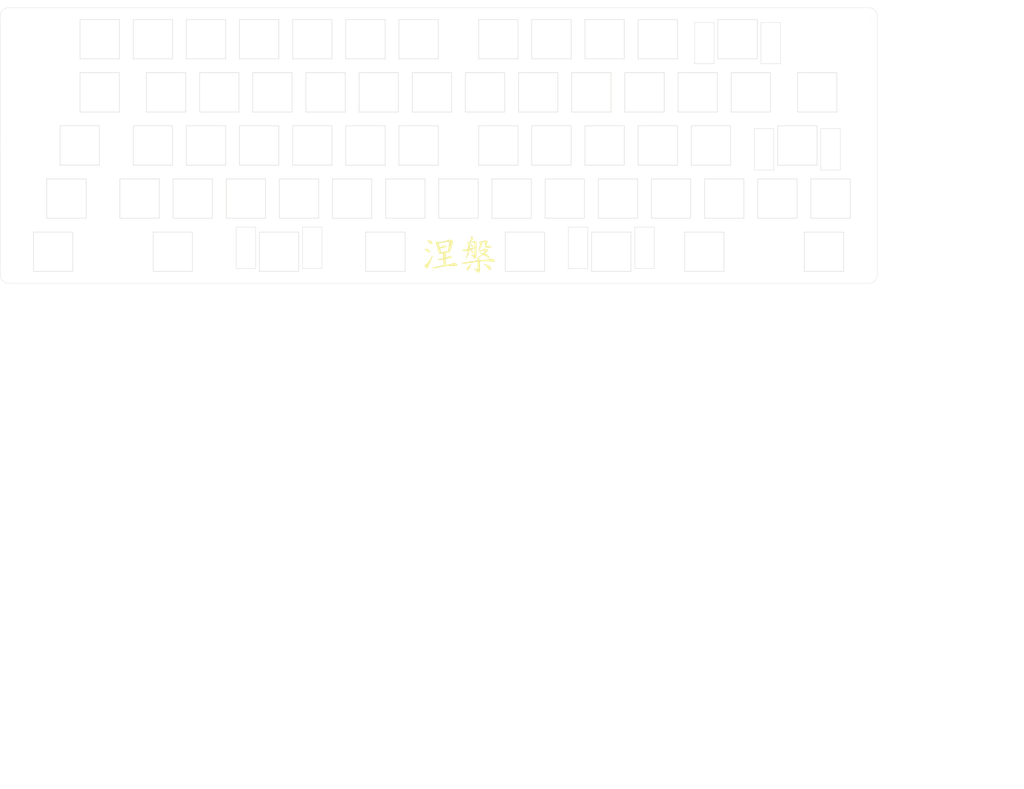
<source format=kicad_pcb>
(kicad_pcb (version 20171130) (host pcbnew "(5.1.10)-1")

  (general
    (thickness 1.6)
    (drawings 582)
    (tracks 0)
    (zones 0)
    (modules 70)
    (nets 1)
  )

  (page A3)
  (layers
    (0 F.Cu signal)
    (31 B.Cu signal)
    (32 B.Adhes user)
    (33 F.Adhes user)
    (34 B.Paste user)
    (35 F.Paste user)
    (36 B.SilkS user)
    (37 F.SilkS user)
    (38 B.Mask user)
    (39 F.Mask user)
    (40 Dwgs.User user)
    (41 Cmts.User user)
    (42 Eco1.User user)
    (43 Eco2.User user)
    (44 Edge.Cuts user)
    (45 Margin user)
    (46 B.CrtYd user)
    (47 F.CrtYd user)
    (48 B.Fab user)
    (49 F.Fab user)
  )

  (setup
    (last_trace_width 0.25)
    (user_trace_width 0.5)
    (user_trace_width 0.5)
    (trace_clearance 0.2)
    (zone_clearance 0.508)
    (zone_45_only no)
    (trace_min 0.2)
    (via_size 0.8)
    (via_drill 0.4)
    (via_min_size 0.4)
    (via_min_drill 0.3)
    (uvia_size 0.3)
    (uvia_drill 0.1)
    (uvias_allowed no)
    (uvia_min_size 0.2)
    (uvia_min_drill 0.1)
    (edge_width 0.1)
    (segment_width 0.2)
    (pcb_text_width 0.3)
    (pcb_text_size 1.5 1.5)
    (mod_edge_width 0.15)
    (mod_text_size 1 1)
    (mod_text_width 0.15)
    (pad_size 2.2 2.2)
    (pad_drill 2.2)
    (pad_to_mask_clearance 0)
    (aux_axis_origin 0 0)
    (grid_origin 304.255 143.325)
    (visible_elements 7FFFFFFF)
    (pcbplotparams
      (layerselection 0x01000_7ffffffe)
      (usegerberextensions true)
      (usegerberattributes false)
      (usegerberadvancedattributes false)
      (creategerberjobfile false)
      (excludeedgelayer true)
      (linewidth 0.100000)
      (plotframeref false)
      (viasonmask false)
      (mode 1)
      (useauxorigin false)
      (hpglpennumber 1)
      (hpglpenspeed 20)
      (hpglpendiameter 15.000000)
      (psnegative false)
      (psa4output false)
      (plotreference true)
      (plotvalue true)
      (plotinvisibletext false)
      (padsonsilk false)
      (subtractmaskfromsilk false)
      (outputformat 1)
      (mirror false)
      (drillshape 0)
      (scaleselection 1)
      (outputdirectory "E:/Nirv62/rev1_発注/topplate/"))
  )

  (net 0 "")

  (net_class Default "これはデフォルトのネット クラスです。"
    (clearance 0.2)
    (trace_width 0.25)
    (via_dia 0.8)
    (via_drill 0.4)
    (uvia_dia 0.3)
    (uvia_drill 0.1)
  )

  (module key_logos:nehan_logos (layer F.Cu) (tedit 0) (tstamp 610BDC6D)
    (at 179.13 105.7)
    (fp_text reference LOGO (at 0 0) (layer F.SilkS) hide
      (effects (font (size 1.27 1.27) (thickness 0.15)))
    )
    (fp_text value NEHAN_LOGO (at 0 0) (layer F.SilkS) hide
      (effects (font (size 1.27 1.27) (thickness 0.15)))
    )
    (fp_poly (pts (xy 9.229435 -2.069005) (xy 9.445995 -1.947943) (xy 9.684156 -1.786368) (xy 9.897946 -1.617167)
      (xy 10.041393 -1.473226) (xy 10.075333 -1.404981) (xy 10.012599 -1.292486) (xy 9.856913 -1.142148)
      (xy 9.807231 -1.103628) (xy 9.577421 -0.92267) (xy 9.312466 -0.698929) (xy 9.212012 -0.609881)
      (xy 8.884895 -0.314351) (xy 9.47819 -0.027369) (xy 9.818836 0.15256) (xy 10.048158 0.319876)
      (xy 10.215675 0.514915) (xy 10.291603 0.635217) (xy 10.424316 0.923987) (xy 10.462682 1.155363)
      (xy 10.408831 1.301443) (xy 10.264894 1.334323) (xy 10.238662 1.328564) (xy 10.108076 1.26627)
      (xy 9.872683 1.128229) (xy 9.566729 0.935326) (xy 9.248986 0.725062) (xy 8.418323 0.163143)
      (xy 7.533683 0.674238) (xy 7.178931 0.873546) (xy 6.869347 1.037034) (xy 6.638507 1.147662)
      (xy 6.520688 1.188378) (xy 6.473305 1.226828) (xy 6.56984 1.340662) (xy 6.613571 1.378878)
      (xy 6.815477 1.580575) (xy 6.970858 1.780418) (xy 7.106906 1.994502) (xy 8.781619 1.865084)
      (xy 9.396775 1.814571) (xy 9.864456 1.76849) (xy 10.20635 1.723645) (xy 10.444144 1.676843)
      (xy 10.599525 1.624887) (xy 10.665672 1.5875) (xy 10.906238 1.468662) (xy 11.169522 1.457341)
      (xy 11.495687 1.556214) (xy 11.714037 1.657334) (xy 12.13442 1.899552) (xy 12.408231 2.129773)
      (xy 12.526437 2.339962) (xy 12.530667 2.383812) (xy 12.502446 2.48523) (xy 12.404344 2.553539)
      (xy 12.216202 2.590877) (xy 11.91786 2.599383) (xy 11.48916 2.581197) (xy 11.00251 2.545974)
      (xy 10.503814 2.512549) (xy 9.958683 2.487107) (xy 9.395185 2.469762) (xy 8.841388 2.46063)
      (xy 8.325359 2.459825) (xy 7.875167 2.467463) (xy 7.518879 2.483658) (xy 7.284563 2.508527)
      (xy 7.20927 2.530419) (xy 7.168774 2.588604) (xy 7.140296 2.717345) (xy 7.122831 2.936966)
      (xy 7.115375 3.267791) (xy 7.116923 3.730142) (xy 7.124603 4.243622) (xy 7.133705 4.818221)
      (xy 7.136003 5.250792) (xy 7.129578 5.568571) (xy 7.112507 5.798795) (xy 7.082871 5.968697)
      (xy 7.038747 6.105516) (xy 6.985 6.223) (xy 6.849875 6.449609) (xy 6.709219 6.567397)
      (xy 6.540703 6.572123) (xy 6.321997 6.459546) (xy 6.030771 6.225424) (xy 5.779221 5.993969)
      (xy 5.477795 5.713863) (xy 5.193835 5.458987) (xy 4.966712 5.264242) (xy 4.868333 5.186524)
      (xy 4.727288 5.065642) (xy 4.727613 5.010777) (xy 4.873373 5.021865) (xy 5.16863 5.098844)
      (xy 5.423049 5.17786) (xy 5.723442 5.272498) (xy 5.942319 5.321186) (xy 6.092577 5.304862)
      (xy 6.18711 5.204468) (xy 6.238815 5.000941) (xy 6.260588 4.675221) (xy 6.265325 4.208249)
      (xy 6.265333 3.93293) (xy 6.265333 2.611212) (xy 6.0325 2.656742) (xy 5.83746 2.690132)
      (xy 5.534451 2.736825) (xy 5.18334 2.78765) (xy 5.122333 2.796159) (xy 4.80461 2.843177)
      (xy 4.365853 2.91222) (xy 3.851786 2.995887) (xy 3.308133 3.086778) (xy 2.976873 3.143407)
      (xy 2.380926 3.239872) (xy 1.885514 3.307019) (xy 1.510554 3.342601) (xy 1.275961 3.344371)
      (xy 1.241206 3.339188) (xy 1.009152 3.27201) (xy 0.781681 3.179814) (xy 0.605724 3.085392)
      (xy 0.528209 3.011536) (xy 0.532697 2.99508) (xy 0.62312 2.973526) (xy 0.861397 2.930812)
      (xy 1.2278 2.87009) (xy 1.702604 2.794515) (xy 2.266082 2.707242) (xy 2.89851 2.611423)
      (xy 3.388148 2.538518) (xy 4.058265 2.438432) (xy 4.673784 2.344529) (xy 5.214963 2.259973)
      (xy 5.662064 2.18793) (xy 5.995345 2.131565) (xy 6.195065 2.094044) (xy 6.245117 2.080438)
      (xy 6.251222 1.980736) (xy 6.218574 1.776371) (xy 6.191534 1.659084) (xy 6.124573 1.37513)
      (xy 6.120368 1.201993) (xy 6.203925 1.085422) (xy 6.400247 0.971162) (xy 6.5405 0.901886)
      (xy 6.846779 0.724178) (xy 7.189566 0.485367) (xy 7.439152 0.284275) (xy 7.893303 -0.114685)
      (xy 7.424033 -0.351975) (xy 7.141683 -0.507306) (xy 6.952338 -0.636041) (xy 6.870762 -0.723686)
      (xy 6.911715 -0.755749) (xy 7.03526 -0.733652) (xy 7.231524 -0.685608) (xy 7.517863 -0.62102)
      (xy 7.722097 -0.577147) (xy 7.995327 -0.523849) (xy 8.158595 -0.517336) (xy 8.267564 -0.569155)
      (xy 8.377897 -0.690847) (xy 8.39943 -0.717615) (xy 8.636859 -1.043619) (xy 8.771635 -1.296855)
      (xy 8.79799 -1.46204) (xy 8.710158 -1.523891) (xy 8.703762 -1.524) (xy 8.582532 -1.495584)
      (xy 8.346525 -1.419764) (xy 8.038716 -1.310683) (xy 7.910307 -1.262867) (xy 7.54669 -1.133061)
      (xy 7.286302 -1.063833) (xy 7.078062 -1.046036) (xy 6.870888 -1.070521) (xy 6.854309 -1.07374)
      (xy 6.578901 -1.149407) (xy 6.471264 -1.228286) (xy 6.530264 -1.301576) (xy 6.754765 -1.360477)
      (xy 6.893605 -1.378344) (xy 7.206669 -1.440477) (xy 7.609762 -1.56317) (xy 8.043282 -1.727707)
      (xy 8.145589 -1.771499) (xy 8.493115 -1.917766) (xy 8.794294 -2.033302) (xy 9.008306 -2.103035)
      (xy 9.080452 -2.116667) (xy 9.229435 -2.069005)) (layer F.SilkS) (width 0.01))
    (fp_poly (pts (xy 3.97042 3.542063) (xy 3.940881 3.742235) (xy 3.838365 4.053816) (xy 3.667994 4.458776)
      (xy 3.599383 4.606401) (xy 3.327647 5.128944) (xy 3.08269 5.490125) (xy 2.858827 5.694774)
      (xy 2.650378 5.747722) (xy 2.451659 5.653801) (xy 2.411236 5.616474) (xy 2.316758 5.412485)
      (xy 2.328039 5.135992) (xy 2.42816 4.831212) (xy 2.600202 4.542361) (xy 2.827244 4.313654)
      (xy 2.935762 4.24574) (xy 3.200631 4.075824) (xy 3.47324 3.851656) (xy 3.551442 3.775085)
      (xy 3.734978 3.599233) (xy 3.877564 3.489571) (xy 3.921859 3.471333) (xy 3.97042 3.542063)) (layer F.SilkS) (width 0.01))
    (fp_poly (pts (xy 8.727686 3.336264) (xy 8.976458 3.42791) (xy 9.301617 3.560216) (xy 9.66523 3.716461)
      (xy 10.029359 3.879922) (xy 10.356071 4.033879) (xy 10.607431 4.16161) (xy 10.745502 4.246394)
      (xy 10.754278 4.254567) (xy 10.893802 4.478495) (xy 10.996919 4.778301) (xy 11.049091 5.088325)
      (xy 11.03578 5.342904) (xy 11.010441 5.411614) (xy 10.909375 5.549136) (xy 10.786506 5.600171)
      (xy 10.626889 5.555761) (xy 10.41558 5.40695) (xy 10.137635 5.14478) (xy 9.778109 4.760294)
      (xy 9.609667 4.572) (xy 9.299853 4.227985) (xy 9.026025 3.933808) (xy 8.808865 3.710912)
      (xy 8.669052 3.580743) (xy 8.629889 3.556) (xy 8.560166 3.487332) (xy 8.551333 3.429)
      (xy 8.574125 3.316068) (xy 8.593237 3.302) (xy 8.727686 3.336264)) (layer F.SilkS) (width 0.01))
    (fp_poly (pts (xy -9.758599 0.315202) (xy -9.774707 0.441162) (xy -9.852604 0.701046) (xy -9.984461 1.074416)
      (xy -10.162453 1.540834) (xy -10.378752 2.079862) (xy -10.625532 2.671062) (xy -10.894964 3.293997)
      (xy -10.928577 3.370207) (xy -11.190059 3.957803) (xy -11.396714 4.40451) (xy -11.560863 4.72489)
      (xy -11.694827 4.933504) (xy -11.810928 5.044913) (xy -11.921488 5.073681) (xy -12.038827 5.034367)
      (xy -12.175267 4.941533) (xy -12.225278 4.902663) (xy -12.446978 4.664478) (xy -12.637562 4.350262)
      (xy -12.759685 4.030022) (xy -12.784667 3.854093) (xy -12.762141 3.700033) (xy -12.660213 3.672273)
      (xy -12.576621 3.689656) (xy -12.395241 3.690827) (xy -12.216363 3.575932) (xy -12.140828 3.500769)
      (xy -11.924238 3.24978) (xy -11.637534 2.885401) (xy -11.302161 2.436688) (xy -10.939566 1.932696)
      (xy -10.571197 1.402479) (xy -10.35174 1.076964) (xy -10.133104 0.758479) (xy -9.949041 0.509074)
      (xy -9.818236 0.352748) (xy -9.759374 0.313498) (xy -9.758599 0.315202)) (layer F.SilkS) (width 0.01))
    (fp_poly (pts (xy -3.067538 -5.074316) (xy -2.797137 -4.924894) (xy -2.591423 -4.801943) (xy -2.491151 -4.729944)
      (xy -2.48846 -4.726437) (xy -2.496845 -4.621427) (xy -2.556986 -4.415132) (xy -2.613683 -4.260658)
      (xy -2.702054 -4.010915) (xy -2.817339 -3.649671) (xy -2.943318 -3.229172) (xy -3.042707 -2.878667)
      (xy -3.16857 -2.42545) (xy -3.29785 -1.965885) (xy -3.413049 -1.561883) (xy -3.479042 -1.334762)
      (xy -3.622478 -0.941255) (xy -3.778088 -0.707927) (xy -3.955212 -0.625647) (xy -4.150418 -0.678271)
      (xy -4.326928 -0.724072) (xy -4.598538 -0.709276) (xy -4.830428 -0.669708) (xy -5.105814 -0.611047)
      (xy -5.242019 -0.562549) (xy -5.266862 -0.506358) (xy -5.209677 -0.426292) (xy -5.136282 -0.282506)
      (xy -5.094618 -0.032319) (xy -5.08013 0.353433) (xy -5.08 0.404429) (xy -5.08 1.091858)
      (xy -4.804833 0.998645) (xy -4.530825 0.87868) (xy -4.284127 0.734237) (xy -4.125949 0.638996)
      (xy -3.974538 0.60404) (xy -3.765883 0.622949) (xy -3.564461 0.662083) (xy -3.19416 0.773446)
      (xy -2.981226 0.918155) (xy -2.929796 1.092644) (xy -2.961257 1.181452) (xy -3.042031 1.253852)
      (xy -3.215514 1.315362) (xy -3.506809 1.372298) (xy -3.941019 1.430975) (xy -3.963918 1.43371)
      (xy -4.346809 1.483015) (xy -4.668797 1.531521) (xy -4.891733 1.573042) (xy -4.973737 1.597453)
      (xy -5.008853 1.698127) (xy -5.043889 1.933567) (xy -5.074906 2.269251) (xy -5.097964 2.670656)
      (xy -5.09894 2.694369) (xy -5.140955 3.737739) (xy -4.952764 3.690506) (xy -4.792067 3.658037)
      (xy -4.509084 3.608218) (xy -4.148987 3.548803) (xy -3.88512 3.507187) (xy -3.394703 3.419023)
      (xy -3.037089 3.323491) (xy -2.775778 3.209893) (xy -2.689901 3.156904) (xy -2.374136 2.942707)
      (xy -1.927901 3.087614) (xy -1.532174 3.248018) (xy -1.224006 3.43523) (xy -1.019218 3.631284)
      (xy -0.933633 3.818212) (xy -0.983071 3.978046) (xy -1.0795 4.051074) (xy -1.204058 4.075151)
      (xy -1.471846 4.099976) (xy -1.856772 4.124051) (xy -2.332749 4.145877) (xy -2.873686 4.163956)
      (xy -3.175 4.171444) (xy -4.330465 4.215273) (xy -5.371156 4.297406) (xy -6.348681 4.424677)
      (xy -7.314651 4.603916) (xy -8.320674 4.841955) (xy -8.404225 4.863689) (xy -8.758105 4.954638)
      (xy -9.049562 5.026432) (xy -9.24058 5.069885) (xy -9.293225 5.078573) (xy -9.398934 5.035765)
      (xy -9.582121 4.931536) (xy -9.630833 4.900925) (xy -9.839324 4.741433) (xy -9.895012 4.631331)
      (xy -9.796291 4.576863) (xy -9.7155 4.572048) (xy -9.577675 4.555915) (xy -9.301699 4.510817)
      (xy -8.915317 4.441754) (xy -8.44627 4.353727) (xy -7.922302 4.251736) (xy -7.768167 4.221085)
      (xy -6.011333 3.870073) (xy -6.011333 2.824036) (xy -6.016014 2.358533) (xy -6.031355 2.042898)
      (xy -6.059311 1.857893) (xy -6.101833 1.784276) (xy -6.117167 1.781015) (xy -6.251586 1.801496)
      (xy -6.49288 1.851585) (xy -6.731 1.906693) (xy -7.256294 2.003951) (xy -7.686032 2.022512)
      (xy -7.997896 1.962291) (xy -8.090549 1.911899) (xy -8.198829 1.820833) (xy -8.163396 1.774072)
      (xy -8.043231 1.742323) (xy -7.872197 1.702154) (xy -7.583224 1.634116) (xy -7.223179 1.549246)
      (xy -6.985 1.49306) (xy -6.138333 1.293274) (xy -6.112964 0.716651) (xy -6.12141 0.239857)
      (xy -6.192128 -0.097103) (xy -6.321281 -0.288496) (xy -6.505034 -0.32859) (xy -6.735985 -0.21436)
      (xy -6.956563 -0.10203) (xy -7.161214 -0.134493) (xy -7.388611 -0.318092) (xy -7.392393 -0.322029)
      (xy -7.487298 -0.447096) (xy -7.583373 -0.634737) (xy -7.68893 -0.907638) (xy -7.812286 -1.288484)
      (xy -7.961755 -1.799962) (xy -8.050504 -2.117654) (xy -8.196344 -2.630753) (xy -8.339779 -3.109282)
      (xy -8.47044 -3.520547) (xy -8.574026 -3.820478) (xy -7.624674 -3.820478) (xy -7.587905 -3.610112)
      (xy -7.519296 -3.340513) (xy -7.43323 -3.059913) (xy -7.344088 -2.816544) (xy -7.266254 -2.65864)
      (xy -7.227963 -2.624667) (xy -7.048619 -2.662273) (xy -6.77872 -2.758863) (xy -6.475124 -2.8901)
      (xy -6.194691 -3.031644) (xy -6.013242 -3.144644) (xy -5.805437 -3.262813) (xy -5.583237 -3.288505)
      (xy -5.413736 -3.268699) (xy -5.14969 -3.212602) (xy -4.936402 -3.144045) (xy -4.900063 -3.126992)
      (xy -4.780991 -2.997199) (xy -4.740463 -2.824523) (xy -4.794388 -2.688302) (xy -4.809835 -2.676991)
      (xy -4.913935 -2.645443) (xy -5.151652 -2.588421) (xy -5.490485 -2.513298) (xy -5.897936 -2.42745)
      (xy -6.016335 -2.403218) (xy -6.431024 -2.318523) (xy -6.780514 -2.246463) (xy -7.034231 -2.193393)
      (xy -7.161599 -2.16567) (xy -7.170576 -2.163259) (xy -7.166991 -2.079638) (xy -7.123857 -1.880867)
      (xy -7.054256 -1.612746) (xy -6.971268 -1.321074) (xy -6.887974 -1.051648) (xy -6.817453 -0.850268)
      (xy -6.772786 -0.762732) (xy -6.770366 -0.762) (xy -6.667591 -0.780319) (xy -6.432219 -0.830541)
      (xy -6.096435 -0.905569) (xy -5.692424 -0.998304) (xy -5.574339 -1.025803) (xy -5.157886 -1.125893)
      (xy -4.802112 -1.216705) (xy -4.538952 -1.28969) (xy -4.40034 -1.336299) (xy -4.388358 -1.343303)
      (xy -4.351023 -1.448671) (xy -4.29899 -1.688613) (xy -4.23717 -2.029509) (xy -4.170474 -2.437738)
      (xy -4.103813 -2.879681) (xy -4.042096 -3.321716) (xy -3.990237 -3.730224) (xy -3.953145 -4.071584)
      (xy -3.935731 -4.312177) (xy -3.940063 -4.412317) (xy -4.059156 -4.544552) (xy -4.175539 -4.57249)
      (xy -4.309217 -4.557572) (xy -4.570776 -4.51637) (xy -4.929476 -4.454686) (xy -5.354575 -4.37832)
      (xy -5.815334 -4.293074) (xy -6.281013 -4.204749) (xy -6.72087 -4.119145) (xy -7.104167 -4.042064)
      (xy -7.400163 -3.979307) (xy -7.578118 -3.936676) (xy -7.615221 -3.923378) (xy -7.624674 -3.820478)
      (xy -8.574026 -3.820478) (xy -8.577956 -3.831855) (xy -8.649179 -4.005167) (xy -8.757399 -4.302227)
      (xy -8.734469 -4.49522) (xy -8.588983 -4.575711) (xy -8.329535 -4.535266) (xy -8.172578 -4.472951)
      (xy -8.00278 -4.424957) (xy -7.767989 -4.419279) (xy -7.424933 -4.455986) (xy -7.300761 -4.474301)
      (xy -6.744102 -4.570751) (xy -6.112513 -4.698044) (xy -5.462252 -4.843415) (xy -4.849578 -4.994101)
      (xy -4.33075 -5.13734) (xy -4.197386 -5.178356) (xy -3.611106 -5.36474) (xy -3.067538 -5.074316)) (layer F.SilkS) (width 0.01))
    (fp_poly (pts (xy 4.191376 -6.454091) (xy 4.389446 -6.291798) (xy 4.577458 -6.082605) (xy 4.708532 -5.876663)
      (xy 4.741333 -5.758472) (xy 4.680391 -5.60038) (xy 4.510848 -5.359848) (xy 4.252625 -5.064687)
      (xy 4.219239 -5.029637) (xy 3.697144 -4.485929) (xy 3.986405 -4.541058) (xy 4.237087 -4.603455)
      (xy 4.552011 -4.700705) (xy 4.717489 -4.758508) (xy 5.159311 -4.92083) (xy 5.590256 -4.640582)
      (xy 5.829985 -4.474739) (xy 5.950525 -4.35381) (xy 5.980509 -4.240112) (xy 5.964046 -4.148667)
      (xy 5.92878 -3.955497) (xy 5.893144 -3.660243) (xy 5.867183 -3.35749) (xy 5.84951 -3.053785)
      (xy 5.854386 -2.885518) (xy 5.890029 -2.819403) (xy 5.964653 -2.82215) (xy 5.996946 -2.831768)
      (xy 6.164137 -2.847825) (xy 6.208653 -2.782265) (xy 6.12129 -2.679158) (xy 6.038432 -2.633131)
      (xy 5.816841 -2.532168) (xy 5.874189 -1.160251) (xy 5.895249 -0.43973) (xy 5.889727 0.132512)
      (xy 5.855031 0.575821) (xy 5.788567 0.909545) (xy 5.687744 1.153029) (xy 5.549969 1.32562)
      (xy 5.539852 1.334688) (xy 5.321793 1.526377) (xy 4.832482 1.029409) (xy 4.565096 0.771794)
      (xy 4.305082 0.544605) (xy 4.102158 0.390889) (xy 4.076585 0.374966) (xy 3.872257 0.234944)
      (xy 3.826419 0.151739) (xy 3.93852 0.127779) (xy 4.1275 0.150426) (xy 4.518493 0.204084)
      (xy 4.781589 0.199718) (xy 4.949825 0.131962) (xy 5.053938 0) (xy 5.094452 -0.154761)
      (xy 5.126477 -0.4195) (xy 5.149379 -0.756256) (xy 5.162523 -1.127065) (xy 5.165274 -1.493965)
      (xy 5.156997 -1.818996) (xy 5.137056 -2.064193) (xy 5.104817 -2.191595) (xy 5.090763 -2.201334)
      (xy 4.976194 -2.16942) (xy 4.76526 -2.087938) (xy 4.621284 -2.026352) (xy 4.22571 -1.851371)
      (xy 4.493606 -1.546255) (xy 4.655072 -1.342987) (xy 4.724025 -1.170553) (xy 4.725196 -0.947087)
      (xy 4.712011 -0.823272) (xy 4.662358 -0.55191) (xy 4.592772 -0.33945) (xy 4.557346 -0.278677)
      (xy 4.466709 -0.204587) (xy 4.374199 -0.253886) (xy 4.305059 -0.333623) (xy 4.204177 -0.528676)
      (xy 4.124883 -0.80373) (xy 4.106351 -0.913816) (xy 4.055754 -1.282296) (xy 4.010395 -1.512822)
      (xy 3.956088 -1.635654) (xy 3.87865 -1.681053) (xy 3.763895 -1.679282) (xy 3.748377 -1.677506)
      (xy 3.639775 -1.65178) (xy 3.556323 -1.583583) (xy 3.480571 -1.441517) (xy 3.395073 -1.194182)
      (xy 3.299317 -0.869408) (xy 3.144973 -0.391012) (xy 2.959345 0.090368) (xy 2.756147 0.548023)
      (xy 2.549092 0.955244) (xy 2.35189 1.285322) (xy 2.178255 1.511547) (xy 2.041898 1.60721)
      (xy 2.02709 1.608666) (xy 2.014402 1.538643) (xy 2.060992 1.357289) (xy 2.132755 1.164166)
      (xy 2.273 0.783688) (xy 2.411881 0.338999) (xy 2.536745 -0.121228) (xy 2.634939 -0.548322)
      (xy 2.69381 -0.89361) (xy 2.704946 -1.036822) (xy 2.709333 -1.353977) (xy 2.307167 -1.201961)
      (xy 1.908843 -1.099319) (xy 1.637474 -1.105383) (xy 1.345771 -1.198502) (xy 1.071598 -1.339733)
      (xy 0.864961 -1.498323) (xy 0.777235 -1.634418) (xy 0.787599 -1.72003) (xy 0.88556 -1.763489)
      (xy 1.107319 -1.777572) (xy 1.183982 -1.778) (xy 1.503305 -1.792885) (xy 1.894962 -1.831569)
      (xy 2.213143 -1.876223) (xy 2.807905 -1.974446) (xy 2.766135 -2.91339) (xy 2.744269 -3.32272)
      (xy 2.717895 -3.693326) (xy 2.692512 -3.959366) (xy 3.426251 -3.959366) (xy 3.439305 -3.740376)
      (xy 3.470166 -3.441843) (xy 3.476949 -3.386583) (xy 3.509553 -3.034427) (xy 3.519709 -2.710592)
      (xy 3.505358 -2.483342) (xy 3.504391 -2.478003) (xy 3.488553 -2.291667) (xy 3.518393 -2.201483)
      (xy 3.525411 -2.199971) (xy 3.634854 -2.218003) (xy 3.868535 -2.267537) (xy 4.186207 -2.33983)
      (xy 4.3815 -2.385969) (xy 5.164667 -2.57333) (xy 5.164667 -3.43996) (xy 5.161184 -3.837442)
      (xy 5.14736 -4.096837) (xy 5.118133 -4.249305) (xy 5.068441 -4.326011) (xy 5.0165 -4.352021)
      (xy 4.883766 -4.352548) (xy 4.63878 -4.323159) (xy 4.33011 -4.272977) (xy 4.006322 -4.211125)
      (xy 3.715985 -4.146727) (xy 3.507668 -4.088904) (xy 3.433847 -4.054737) (xy 3.426251 -3.959366)
      (xy 2.692512 -3.959366) (xy 2.690754 -3.977789) (xy 2.67209 -4.106334) (xy 2.659714 -4.327832)
      (xy 2.701738 -4.483967) (xy 2.779517 -4.555608) (xy 2.883328 -4.512794) (xy 2.965811 -4.442758)
      (xy 3.100507 -4.332612) (xy 3.18189 -4.33781) (xy 3.271771 -4.446124) (xy 3.371431 -4.606235)
      (xy 3.512906 -4.863173) (xy 3.662985 -5.156172) (xy 3.824767 -5.526127) (xy 3.901592 -5.829467)
      (xy 3.91252 -6.108672) (xy 3.912899 -6.363159) (xy 3.950037 -6.487607) (xy 4.030126 -6.519334)
      (xy 4.191376 -6.454091)) (layer F.SilkS) (width 0.01))
    (fp_poly (pts (xy -12.160938 -1.999286) (xy -11.867791 -1.971667) (xy -11.59674 -1.931695) (xy -11.395081 -1.883154)
      (xy -11.343469 -1.861669) (xy -11.23029 -1.750548) (xy -11.081733 -1.540994) (xy -10.979742 -1.367963)
      (xy -10.853145 -1.122793) (xy -10.805275 -0.975403) (xy -10.827981 -0.878225) (xy -10.884424 -0.811672)
      (xy -10.983074 -0.72251) (xy -11.076834 -0.690584) (xy -11.210357 -0.7213) (xy -11.428295 -0.820065)
      (xy -11.581767 -0.896104) (xy -11.827184 -1.047794) (xy -12.095651 -1.258728) (xy -12.351368 -1.494518)
      (xy -12.558534 -1.720778) (xy -12.681349 -1.903119) (xy -12.7 -1.970194) (xy -12.624339 -2.002334)
      (xy -12.428887 -2.01077) (xy -12.160938 -1.999286)) (layer F.SilkS) (width 0.01))
    (fp_poly (pts (xy 9.29255 -5.027402) (xy 9.480451 -4.95399) (xy 9.54958 -4.919724) (xy 9.767985 -4.797234)
      (xy 9.915884 -4.693872) (xy 9.943351 -4.664729) (xy 9.927975 -4.556302) (xy 9.838448 -4.355136)
      (xy 9.723407 -4.153322) (xy 9.550256 -3.813188) (xy 9.454144 -3.492614) (xy 9.438051 -3.224603)
      (xy 9.504953 -3.042157) (xy 9.617575 -2.980349) (xy 9.804314 -2.991847) (xy 10.063866 -3.050732)
      (xy 10.167265 -3.08335) (xy 10.412534 -3.156904) (xy 10.583959 -3.162812) (xy 10.763833 -3.098963)
      (xy 10.830856 -3.066335) (xy 11.09769 -2.895514) (xy 11.236546 -2.722728) (xy 11.232154 -2.569683)
      (xy 11.204727 -2.534861) (xy 11.084166 -2.490445) (xy 10.835516 -2.446888) (xy 10.49994 -2.410338)
      (xy 10.257754 -2.393419) (xy 9.843552 -2.375832) (xy 9.559463 -2.379486) (xy 9.367224 -2.407666)
      (xy 9.22857 -2.463658) (xy 9.194158 -2.484755) (xy 8.991349 -2.708791) (xy 8.882573 -3.057917)
      (xy 8.865912 -3.53999) (xy 8.883127 -3.75768) (xy 8.904503 -4.058604) (xy 8.903593 -4.296599)
      (xy 8.882188 -4.415306) (xy 8.792284 -4.456739) (xy 8.593371 -4.438576) (xy 8.281524 -4.364349)
      (xy 7.739966 -4.217757) (xy 7.771048 -3.696379) (xy 7.77992 -3.408096) (xy 7.752636 -3.192611)
      (xy 7.670402 -2.983014) (xy 7.514424 -2.712394) (xy 7.478231 -2.653913) (xy 7.266743 -2.333825)
      (xy 7.048553 -2.036999) (xy 6.844194 -1.787071) (xy 6.674203 -1.60768) (xy 6.559113 -1.522461)
      (xy 6.519333 -1.550128) (xy 6.546346 -1.635926) (xy 6.618457 -1.842534) (xy 6.722271 -2.131853)
      (xy 6.76926 -2.261071) (xy 6.963083 -2.852496) (xy 7.066651 -3.32891) (xy 7.08316 -3.716515)
      (xy 7.015809 -4.041509) (xy 6.993553 -4.098923) (xy 6.882922 -4.393145) (xy 6.862997 -4.563571)
      (xy 6.944668 -4.63575) (xy 7.138823 -4.635227) (xy 7.217833 -4.625109) (xy 7.495818 -4.615882)
      (xy 7.810285 -4.673627) (xy 8.170333 -4.79046) (xy 8.586214 -4.936757) (xy 8.885298 -5.022522)
      (xy 9.107454 -5.051492) (xy 9.29255 -5.027402)) (layer F.SilkS) (width 0.01))
    (fp_poly (pts (xy -11.529233 -5.034603) (xy -11.221385 -5.015598) (xy -11.100786 -5.005824) (xy -10.745773 -4.97054)
      (xy -10.515387 -4.928826) (xy -10.365147 -4.865476) (xy -10.250573 -4.765283) (xy -10.191412 -4.694934)
      (xy -10.027367 -4.41792) (xy -9.929959 -4.109874) (xy -9.917964 -3.839012) (xy -9.936373 -3.768305)
      (xy -10.056722 -3.658528) (xy -10.268089 -3.66008) (xy -10.538251 -3.768161) (xy -10.718797 -3.884827)
      (xy -10.930459 -4.056258) (xy -11.172182 -4.274372) (xy -11.414463 -4.509266) (xy -11.627801 -4.731041)
      (xy -11.782696 -4.909795) (xy -11.849646 -5.015628) (xy -11.847783 -5.029107) (xy -11.751924 -5.039539)
      (xy -11.529233 -5.034603)) (layer F.SilkS) (width 0.01))
    (fp_poly (pts (xy 4.040713 -3.681303) (xy 4.398668 -3.487266) (xy 4.607049 -3.255633) (xy 4.684831 -2.965069)
      (xy 4.685279 -2.956603) (xy 4.653754 -2.727526) (xy 4.534534 -2.64219) (xy 4.334206 -2.703674)
      (xy 4.254016 -2.754881) (xy 4.015897 -3.011079) (xy 3.83308 -3.388459) (xy 3.777428 -3.579189)
      (xy 3.721092 -3.814045) (xy 4.040713 -3.681303)) (layer F.SilkS) (width 0.01))
  )

  (module "" (layer F.Cu) (tedit 0) (tstamp 0)
    (at 191.38 148.575)
    (fp_text reference "" (at 189.63 148.575) (layer F.SilkS)
      (effects (font (size 1.27 1.27) (thickness 0.15)))
    )
    (fp_text value "" (at 189.63 148.575) (layer F.SilkS)
      (effects (font (size 1.27 1.27) (thickness 0.15)))
    )
  )

  (module kbd_SW_Hole:SW_Hole_1.25 (layer F.Cu) (tedit 60F58AA9) (tstamp 610AE6CE)
    (at 33.28625 104.725)
    (fp_text reference SW55 (at 7 8.1) (layer F.SilkS) hide
      (effects (font (size 1 1) (thickness 0.15)))
    )
    (fp_text value KEY_SWITCH (at -7.4 -8.1) (layer F.Fab) hide
      (effects (font (size 1 1) (thickness 0.15)))
    )
    (fp_line (start 11.90625 9.525) (end 11.90625 -9.525) (layer F.Fab) (width 0.15))
    (fp_line (start -11.90625 9.525) (end 11.90625 9.525) (layer F.Fab) (width 0.15))
    (fp_line (start -11.90625 -9.525) (end -11.90625 9.525) (layer F.Fab) (width 0.15))
    (fp_line (start 11.90625 -9.525) (end -11.90625 -9.525) (layer F.Fab) (width 0.15))
    (fp_line (start -7.05 7.05) (end -7.05 -7.05) (layer Edge.Cuts) (width 0.15))
    (fp_line (start 7.05 7.05) (end -7.05 7.05) (layer Edge.Cuts) (width 0.15))
    (fp_line (start 7.05 -7.05) (end 7.05 7.05) (layer Edge.Cuts) (width 0.15))
    (fp_line (start -7.05 -7.05) (end 7.05 -7.05) (layer Edge.Cuts) (width 0.15))
  )

  (module kbd_SW_Hole:SW_Hole_2.25 (layer F.Cu) (tedit 60F58B15) (tstamp 610AB0FD)
    (at 233.31125 104.725 180)
    (fp_text reference SW60 (at 7 8.1) (layer Edge.Cuts) hide
      (effects (font (size 1 1) (thickness 0.15)))
    )
    (fp_text value KEY_SWITCH (at -7.4 -8.1) (layer F.Fab) hide
      (effects (font (size 1 1) (thickness 0.15)))
    )
    (fp_line (start 21.43125 9.525) (end 21.43125 -9.525) (layer F.Fab) (width 0.15))
    (fp_line (start -21.43125 9.525) (end 21.43125 9.525) (layer F.Fab) (width 0.15))
    (fp_line (start -21.43125 -9.525) (end -21.43125 9.525) (layer F.Fab) (width 0.15))
    (fp_line (start 21.43125 -9.525) (end -21.43125 -9.525) (layer F.Fab) (width 0.15))
    (fp_line (start -7.05 7.05) (end -7.05 -7.05) (layer Edge.Cuts) (width 0.15))
    (fp_line (start 7.05 7.05) (end -7.05 7.05) (layer Edge.Cuts) (width 0.15))
    (fp_line (start 7.05 -7.05) (end 7.05 7.05) (layer Edge.Cuts) (width 0.15))
    (fp_line (start -7.05 -7.05) (end 7.05 -7.05) (layer Edge.Cuts) (width 0.15))
    (fp_line (start 8.4 -6) (end 8.4 8.8) (layer Edge.Cuts) (width 0.12))
    (fp_line (start 8.4 8.8) (end 15.4 8.8) (layer Edge.Cuts) (width 0.12))
    (fp_line (start 15.4 8.8) (end 15.4 -6) (layer Edge.Cuts) (width 0.12))
    (fp_line (start 15.4 -6) (end 8.4 -6) (layer Edge.Cuts) (width 0.12))
    (fp_line (start -8.4 -6) (end -8.4 8.8) (layer Edge.Cuts) (width 0.12))
    (fp_line (start -8.4 8.8) (end -15.4 8.8) (layer Edge.Cuts) (width 0.12))
    (fp_line (start -15.4 8.8) (end -15.4 -6) (layer Edge.Cuts) (width 0.12))
    (fp_line (start -15.4 -6) (end -8.4 -6) (layer Edge.Cuts) (width 0.12))
  )

  (module kbd_SW_Hole:SW_Hole_1.75 (layer F.Cu) (tedit 60F58ACC) (tstamp 610AB097)
    (at 42.81125 66.625)
    (fp_text reference SW27 (at 7 8.1) (layer F.SilkS) hide
      (effects (font (size 1 1) (thickness 0.15)))
    )
    (fp_text value KEY_SWITCH (at -7.4 -8.1) (layer F.Fab) hide
      (effects (font (size 1 1) (thickness 0.15)))
    )
    (fp_line (start 16.66875 9.525) (end 16.66875 -9.525) (layer F.Fab) (width 0.15))
    (fp_line (start -16.66875 9.525) (end 16.66875 9.525) (layer F.Fab) (width 0.15))
    (fp_line (start -16.66875 -9.525) (end -16.66875 9.525) (layer F.Fab) (width 0.15))
    (fp_line (start 16.66875 -9.525) (end -16.66875 -9.525) (layer F.Fab) (width 0.15))
    (fp_line (start -7.05 7.05) (end -7.05 -7.05) (layer Edge.Cuts) (width 0.15))
    (fp_line (start 7.05 7.05) (end -7.05 7.05) (layer Edge.Cuts) (width 0.15))
    (fp_line (start 7.05 -7.05) (end 7.05 7.05) (layer Edge.Cuts) (width 0.15))
    (fp_line (start -7.05 -7.05) (end 7.05 -7.05) (layer Edge.Cuts) (width 0.15))
  )

  (module kbd_SW_Hole:SW_Hole_1.25 (layer F.Cu) (tedit 60F58AA9) (tstamp 610AB049)
    (at 309.51125 104.725)
    (fp_text reference SW62 (at 7 8.1) (layer F.SilkS) hide
      (effects (font (size 1 1) (thickness 0.15)))
    )
    (fp_text value KEY_SWITCH (at -7.4 -8.1) (layer F.Fab) hide
      (effects (font (size 1 1) (thickness 0.15)))
    )
    (fp_line (start 11.90625 9.525) (end 11.90625 -9.525) (layer F.Fab) (width 0.15))
    (fp_line (start -11.90625 9.525) (end 11.90625 9.525) (layer F.Fab) (width 0.15))
    (fp_line (start -11.90625 -9.525) (end -11.90625 9.525) (layer F.Fab) (width 0.15))
    (fp_line (start 11.90625 -9.525) (end -11.90625 -9.525) (layer F.Fab) (width 0.15))
    (fp_line (start -7.05 7.05) (end -7.05 -7.05) (layer Edge.Cuts) (width 0.15))
    (fp_line (start 7.05 7.05) (end -7.05 7.05) (layer Edge.Cuts) (width 0.15))
    (fp_line (start 7.05 -7.05) (end 7.05 7.05) (layer Edge.Cuts) (width 0.15))
    (fp_line (start -7.05 -7.05) (end 7.05 -7.05) (layer Edge.Cuts) (width 0.15))
  )

  (module kbd_SW_Hole:SW_Hole_1.75 (layer F.Cu) (tedit 60F58ACC) (tstamp 610AAFFB)
    (at 38.04875 85.675)
    (fp_text reference SW40 (at 7 8.1) (layer F.SilkS) hide
      (effects (font (size 1 1) (thickness 0.15)))
    )
    (fp_text value KEY_SWITCH (at -7.4 -8.1) (layer F.Fab) hide
      (effects (font (size 1 1) (thickness 0.15)))
    )
    (fp_line (start 16.66875 9.525) (end 16.66875 -9.525) (layer F.Fab) (width 0.15))
    (fp_line (start -16.66875 9.525) (end 16.66875 9.525) (layer F.Fab) (width 0.15))
    (fp_line (start -16.66875 -9.525) (end -16.66875 9.525) (layer F.Fab) (width 0.15))
    (fp_line (start 16.66875 -9.525) (end -16.66875 -9.525) (layer F.Fab) (width 0.15))
    (fp_line (start -7.05 7.05) (end -7.05 -7.05) (layer Edge.Cuts) (width 0.15))
    (fp_line (start 7.05 7.05) (end -7.05 7.05) (layer Edge.Cuts) (width 0.15))
    (fp_line (start 7.05 -7.05) (end 7.05 7.05) (layer Edge.Cuts) (width 0.15))
    (fp_line (start -7.05 -7.05) (end 7.05 -7.05) (layer Edge.Cuts) (width 0.15))
  )

  (module kbd_SW_Hole:SW_Hole_2.75 (layer F.Cu) (tedit 61096D32) (tstamp 610AAF8D)
    (at 114.24875 104.725 180)
    (fp_text reference SW57 (at 7 8.1) (layer Edge.Cuts) hide
      (effects (font (size 1 1) (thickness 0.15)))
    )
    (fp_text value KEY_SWITCH (at -7.4 -8.1) (layer F.Fab) hide
      (effects (font (size 1 1) (thickness 0.15)))
    )
    (fp_line (start -15.4 -6) (end -8.4 -6) (layer Edge.Cuts) (width 0.12))
    (fp_line (start -15.4 8.8) (end -15.4 -6) (layer Edge.Cuts) (width 0.12))
    (fp_line (start -8.4 8.8) (end -15.4 8.8) (layer Edge.Cuts) (width 0.12))
    (fp_line (start -8.4 -6) (end -8.4 8.8) (layer Edge.Cuts) (width 0.12))
    (fp_line (start 15.4 -6) (end 8.4 -6) (layer Edge.Cuts) (width 0.12))
    (fp_line (start 15.4 8.8) (end 15.4 -6) (layer Edge.Cuts) (width 0.12))
    (fp_line (start 8.4 8.8) (end 15.4 8.8) (layer Edge.Cuts) (width 0.12))
    (fp_line (start 8.4 -6) (end 8.4 8.8) (layer Edge.Cuts) (width 0.12))
    (fp_line (start -7.05 -7.05) (end 7.05 -7.05) (layer Edge.Cuts) (width 0.15))
    (fp_line (start 7.05 -7.05) (end 7.05 7.05) (layer Edge.Cuts) (width 0.15))
    (fp_line (start 7.05 7.05) (end -7.05 7.05) (layer Edge.Cuts) (width 0.15))
    (fp_line (start -7.05 7.05) (end -7.05 -7.05) (layer Edge.Cuts) (width 0.15))
    (fp_line (start 26.19375 -9.525) (end -26.19375 -9.525) (layer F.Fab) (width 0.15))
    (fp_line (start -26.19375 -9.525) (end -26.19375 9.525) (layer F.Fab) (width 0.15))
    (fp_line (start -26.19375 9.525) (end 26.19375 9.525) (layer F.Fab) (width 0.15))
    (fp_line (start 26.19375 9.525) (end 26.19375 -9.525) (layer F.Fab) (width 0.15))
  )

  (module kbd_SW_Hole:SW_Hole_1.25 (layer F.Cu) (tedit 60F58AA9) (tstamp 610AAF03)
    (at 266.64875 104.725)
    (fp_text reference SW61 (at 7 8.1) (layer F.SilkS) hide
      (effects (font (size 1 1) (thickness 0.15)))
    )
    (fp_text value KEY_SWITCH (at -7.4 -8.1) (layer F.Fab) hide
      (effects (font (size 1 1) (thickness 0.15)))
    )
    (fp_line (start 11.90625 9.525) (end 11.90625 -9.525) (layer F.Fab) (width 0.15))
    (fp_line (start -11.90625 9.525) (end 11.90625 9.525) (layer F.Fab) (width 0.15))
    (fp_line (start -11.90625 -9.525) (end -11.90625 9.525) (layer F.Fab) (width 0.15))
    (fp_line (start 11.90625 -9.525) (end -11.90625 -9.525) (layer F.Fab) (width 0.15))
    (fp_line (start -7.05 7.05) (end -7.05 -7.05) (layer Edge.Cuts) (width 0.15))
    (fp_line (start 7.05 7.05) (end -7.05 7.05) (layer Edge.Cuts) (width 0.15))
    (fp_line (start 7.05 -7.05) (end 7.05 7.05) (layer Edge.Cuts) (width 0.15))
    (fp_line (start -7.05 -7.05) (end 7.05 -7.05) (layer Edge.Cuts) (width 0.15))
  )

  (module kbd_SW_Hole:SW_Hole_1.25 (layer F.Cu) (tedit 60F58AA9) (tstamp 610AAF03)
    (at 152.34875 104.725)
    (fp_text reference SW58 (at 7 8.1) (layer F.SilkS) hide
      (effects (font (size 1 1) (thickness 0.15)))
    )
    (fp_text value KEY_SWITCH (at -7.4 -8.1) (layer F.Fab) hide
      (effects (font (size 1 1) (thickness 0.15)))
    )
    (fp_line (start 11.90625 9.525) (end 11.90625 -9.525) (layer F.Fab) (width 0.15))
    (fp_line (start -11.90625 9.525) (end 11.90625 9.525) (layer F.Fab) (width 0.15))
    (fp_line (start -11.90625 -9.525) (end -11.90625 9.525) (layer F.Fab) (width 0.15))
    (fp_line (start 11.90625 -9.525) (end -11.90625 -9.525) (layer F.Fab) (width 0.15))
    (fp_line (start -7.05 7.05) (end -7.05 -7.05) (layer Edge.Cuts) (width 0.15))
    (fp_line (start 7.05 7.05) (end -7.05 7.05) (layer Edge.Cuts) (width 0.15))
    (fp_line (start 7.05 -7.05) (end 7.05 7.05) (layer Edge.Cuts) (width 0.15))
    (fp_line (start -7.05 -7.05) (end 7.05 -7.05) (layer Edge.Cuts) (width 0.15))
  )

  (module kbd_SW_Hole:SW_Hole_1.25 (layer F.Cu) (tedit 60F58AA9) (tstamp 610AAEF6)
    (at 76.14875 104.725)
    (fp_text reference SW56 (at 7 8.1) (layer F.SilkS) hide
      (effects (font (size 1 1) (thickness 0.15)))
    )
    (fp_text value KEY_SWITCH (at -7.4 -8.1) (layer F.Fab) hide
      (effects (font (size 1 1) (thickness 0.15)))
    )
    (fp_line (start 11.90625 9.525) (end 11.90625 -9.525) (layer F.Fab) (width 0.15))
    (fp_line (start -11.90625 9.525) (end 11.90625 9.525) (layer F.Fab) (width 0.15))
    (fp_line (start -11.90625 -9.525) (end -11.90625 9.525) (layer F.Fab) (width 0.15))
    (fp_line (start 11.90625 -9.525) (end -11.90625 -9.525) (layer F.Fab) (width 0.15))
    (fp_line (start -7.05 7.05) (end -7.05 -7.05) (layer Edge.Cuts) (width 0.15))
    (fp_line (start 7.05 7.05) (end -7.05 7.05) (layer Edge.Cuts) (width 0.15))
    (fp_line (start 7.05 -7.05) (end 7.05 7.05) (layer Edge.Cuts) (width 0.15))
    (fp_line (start -7.05 -7.05) (end 7.05 -7.05) (layer Edge.Cuts) (width 0.15))
  )

  (module kbd_SW_Hole:SW_Hole_2 (layer F.Cu) (tedit 60F58AF2) (tstamp 610AAE88)
    (at 278.555 28.525)
    (fp_text reference SW12 (at 7 8.1) (layer Edge.Cuts) hide
      (effects (font (size 1 1) (thickness 0.15)))
    )
    (fp_text value KEY_SWITCH (at -7.4 -8.1) (layer F.Fab) hide
      (effects (font (size 1 1) (thickness 0.15)))
    )
    (fp_line (start 19.05 9.525) (end 19.05 -9.525) (layer F.Fab) (width 0.15))
    (fp_line (start -19.05 9.525) (end 19.05 9.525) (layer F.Fab) (width 0.15))
    (fp_line (start -19.05 -9.525) (end -19.05 9.525) (layer F.Fab) (width 0.15))
    (fp_line (start 19.05 -9.525) (end -19.05 -9.525) (layer F.Fab) (width 0.15))
    (fp_line (start -7.05 7.05) (end -7.05 -7.05) (layer Edge.Cuts) (width 0.15))
    (fp_line (start 7.05 7.05) (end -7.05 7.05) (layer Edge.Cuts) (width 0.15))
    (fp_line (start 7.05 -7.05) (end 7.05 7.05) (layer Edge.Cuts) (width 0.15))
    (fp_line (start -7.05 -7.05) (end 7.05 -7.05) (layer Edge.Cuts) (width 0.15))
    (fp_line (start 8.4 -6) (end 8.4 8.8) (layer Edge.Cuts) (width 0.12))
    (fp_line (start 8.4 8.8) (end 15.4 8.8) (layer Edge.Cuts) (width 0.12))
    (fp_line (start 15.4 8.8) (end 15.4 -6) (layer Edge.Cuts) (width 0.12))
    (fp_line (start 15.4 -6) (end 8.4 -6) (layer Edge.Cuts) (width 0.12))
    (fp_line (start -8.4 -6) (end -8.4 8.8) (layer Edge.Cuts) (width 0.12))
    (fp_line (start -8.4 8.8) (end -15.4 8.8) (layer Edge.Cuts) (width 0.12))
    (fp_line (start -15.4 8.8) (end -15.4 -6) (layer Edge.Cuts) (width 0.12))
    (fp_line (start -15.4 -6) (end -8.4 -6) (layer Edge.Cuts) (width 0.12))
  )

  (module kbd_SW_Hole:SW_Hole_2.25 (layer F.Cu) (tedit 60F58B15) (tstamp 610AAE02)
    (at 299.98625 66.625)
    (fp_text reference SW39 (at 7 8.1) (layer Edge.Cuts) hide
      (effects (font (size 1 1) (thickness 0.15)))
    )
    (fp_text value KEY_SWITCH (at -7.4 -8.1) (layer F.Fab) hide
      (effects (font (size 1 1) (thickness 0.15)))
    )
    (fp_line (start 21.43125 9.525) (end 21.43125 -9.525) (layer F.Fab) (width 0.15))
    (fp_line (start -21.43125 9.525) (end 21.43125 9.525) (layer F.Fab) (width 0.15))
    (fp_line (start -21.43125 -9.525) (end -21.43125 9.525) (layer F.Fab) (width 0.15))
    (fp_line (start 21.43125 -9.525) (end -21.43125 -9.525) (layer F.Fab) (width 0.15))
    (fp_line (start -7.05 7.05) (end -7.05 -7.05) (layer Edge.Cuts) (width 0.15))
    (fp_line (start 7.05 7.05) (end -7.05 7.05) (layer Edge.Cuts) (width 0.15))
    (fp_line (start 7.05 -7.05) (end 7.05 7.05) (layer Edge.Cuts) (width 0.15))
    (fp_line (start -7.05 -7.05) (end 7.05 -7.05) (layer Edge.Cuts) (width 0.15))
    (fp_line (start 8.4 -6) (end 8.4 8.8) (layer Edge.Cuts) (width 0.12))
    (fp_line (start 8.4 8.8) (end 15.4 8.8) (layer Edge.Cuts) (width 0.12))
    (fp_line (start 15.4 8.8) (end 15.4 -6) (layer Edge.Cuts) (width 0.12))
    (fp_line (start 15.4 -6) (end 8.4 -6) (layer Edge.Cuts) (width 0.12))
    (fp_line (start -8.4 -6) (end -8.4 8.8) (layer Edge.Cuts) (width 0.12))
    (fp_line (start -8.4 8.8) (end -15.4 8.8) (layer Edge.Cuts) (width 0.12))
    (fp_line (start -15.4 8.8) (end -15.4 -6) (layer Edge.Cuts) (width 0.12))
    (fp_line (start -15.4 -6) (end -8.4 -6) (layer Edge.Cuts) (width 0.12))
  )

  (module kbd_SW_Hole:SW_Hole_1.5 (layer F.Cu) (tedit 60F58A81) (tstamp 610AAD9C)
    (at 307.13 47.575)
    (fp_text reference SW26 (at 7 8.1) (layer F.SilkS) hide
      (effects (font (size 1 1) (thickness 0.15)))
    )
    (fp_text value KEY_SWITCH (at -7.4 -8.1) (layer F.Fab) hide
      (effects (font (size 1 1) (thickness 0.15)))
    )
    (fp_line (start 14.2875 9.525) (end 14.2875 -9.525) (layer F.Fab) (width 0.15))
    (fp_line (start -14.2875 9.525) (end 14.2875 9.525) (layer F.Fab) (width 0.15))
    (fp_line (start -14.2875 -9.525) (end -14.2875 9.525) (layer F.Fab) (width 0.15))
    (fp_line (start 14.2875 -9.525) (end -14.2875 -9.525) (layer F.Fab) (width 0.15))
    (fp_line (start -7.05 7.05) (end -7.05 -7.05) (layer Edge.Cuts) (width 0.15))
    (fp_line (start 7.05 7.05) (end -7.05 7.05) (layer Edge.Cuts) (width 0.15))
    (fp_line (start 7.05 -7.05) (end 7.05 7.05) (layer Edge.Cuts) (width 0.15))
    (fp_line (start -7.05 -7.05) (end 7.05 -7.05) (layer Edge.Cuts) (width 0.15))
  )

  (module kbd_SW_Hole:SW_Hole_1 (layer F.Cu) (tedit 60F58A59) (tstamp 610AACDC)
    (at 249.98 28.525)
    (fp_text reference SW11 (at 7 8.1) (layer F.SilkS) hide
      (effects (font (size 1 1) (thickness 0.15)))
    )
    (fp_text value KEY_SWITCH (at -7.4 -8.1) (layer F.Fab) hide
      (effects (font (size 1 1) (thickness 0.15)))
    )
    (fp_line (start 9.525 9.525) (end 9.525 -9.525) (layer F.Fab) (width 0.15))
    (fp_line (start -9.525 9.525) (end 9.525 9.525) (layer F.Fab) (width 0.15))
    (fp_line (start -9.525 -9.525) (end -9.525 9.525) (layer F.Fab) (width 0.15))
    (fp_line (start 9.525 -9.525) (end -9.525 -9.525) (layer F.Fab) (width 0.15))
    (fp_line (start -7.05 7.05) (end -7.05 -7.05) (layer Edge.Cuts) (width 0.15))
    (fp_line (start 7.05 7.05) (end -7.05 7.05) (layer Edge.Cuts) (width 0.15))
    (fp_line (start 7.05 -7.05) (end 7.05 7.05) (layer Edge.Cuts) (width 0.15))
    (fp_line (start -7.05 -7.05) (end 7.05 -7.05) (layer Edge.Cuts) (width 0.15))
  )

  (module kbd_SW_Hole:SW_Hole_1 (layer F.Cu) (tedit 60F58A59) (tstamp 610AACDC)
    (at 230.93 28.525)
    (fp_text reference SW10 (at 7 8.1) (layer F.SilkS) hide
      (effects (font (size 1 1) (thickness 0.15)))
    )
    (fp_text value KEY_SWITCH (at -7.4 -8.1) (layer F.Fab) hide
      (effects (font (size 1 1) (thickness 0.15)))
    )
    (fp_line (start 9.525 9.525) (end 9.525 -9.525) (layer F.Fab) (width 0.15))
    (fp_line (start -9.525 9.525) (end 9.525 9.525) (layer F.Fab) (width 0.15))
    (fp_line (start -9.525 -9.525) (end -9.525 9.525) (layer F.Fab) (width 0.15))
    (fp_line (start 9.525 -9.525) (end -9.525 -9.525) (layer F.Fab) (width 0.15))
    (fp_line (start -7.05 7.05) (end -7.05 -7.05) (layer Edge.Cuts) (width 0.15))
    (fp_line (start 7.05 7.05) (end -7.05 7.05) (layer Edge.Cuts) (width 0.15))
    (fp_line (start 7.05 -7.05) (end 7.05 7.05) (layer Edge.Cuts) (width 0.15))
    (fp_line (start -7.05 -7.05) (end 7.05 -7.05) (layer Edge.Cuts) (width 0.15))
  )

  (module kbd_SW_Hole:SW_Hole_1 (layer F.Cu) (tedit 60F58A59) (tstamp 610AACDC)
    (at 211.88 28.525)
    (fp_text reference SW9 (at 7 8.1) (layer F.SilkS) hide
      (effects (font (size 1 1) (thickness 0.15)))
    )
    (fp_text value KEY_SWITCH (at -7.4 -8.1) (layer F.Fab) hide
      (effects (font (size 1 1) (thickness 0.15)))
    )
    (fp_line (start 9.525 9.525) (end 9.525 -9.525) (layer F.Fab) (width 0.15))
    (fp_line (start -9.525 9.525) (end 9.525 9.525) (layer F.Fab) (width 0.15))
    (fp_line (start -9.525 -9.525) (end -9.525 9.525) (layer F.Fab) (width 0.15))
    (fp_line (start 9.525 -9.525) (end -9.525 -9.525) (layer F.Fab) (width 0.15))
    (fp_line (start -7.05 7.05) (end -7.05 -7.05) (layer Edge.Cuts) (width 0.15))
    (fp_line (start 7.05 7.05) (end -7.05 7.05) (layer Edge.Cuts) (width 0.15))
    (fp_line (start 7.05 -7.05) (end 7.05 7.05) (layer Edge.Cuts) (width 0.15))
    (fp_line (start -7.05 -7.05) (end 7.05 -7.05) (layer Edge.Cuts) (width 0.15))
  )

  (module kbd_SW_Hole:SW_Hole_1 (layer F.Cu) (tedit 60F58A59) (tstamp 610AACDC)
    (at 192.83 28.525)
    (fp_text reference SW8 (at 7 8.1) (layer F.SilkS) hide
      (effects (font (size 1 1) (thickness 0.15)))
    )
    (fp_text value KEY_SWITCH (at -7.4 -8.1) (layer F.Fab) hide
      (effects (font (size 1 1) (thickness 0.15)))
    )
    (fp_line (start 9.525 9.525) (end 9.525 -9.525) (layer F.Fab) (width 0.15))
    (fp_line (start -9.525 9.525) (end 9.525 9.525) (layer F.Fab) (width 0.15))
    (fp_line (start -9.525 -9.525) (end -9.525 9.525) (layer F.Fab) (width 0.15))
    (fp_line (start 9.525 -9.525) (end -9.525 -9.525) (layer F.Fab) (width 0.15))
    (fp_line (start -7.05 7.05) (end -7.05 -7.05) (layer Edge.Cuts) (width 0.15))
    (fp_line (start 7.05 7.05) (end -7.05 7.05) (layer Edge.Cuts) (width 0.15))
    (fp_line (start 7.05 -7.05) (end 7.05 7.05) (layer Edge.Cuts) (width 0.15))
    (fp_line (start -7.05 -7.05) (end 7.05 -7.05) (layer Edge.Cuts) (width 0.15))
  )

  (module kbd_SW_Hole:SW_Hole_1 (layer F.Cu) (tedit 60F58A59) (tstamp 610AACDC)
    (at 269.03 66.625)
    (fp_text reference SW38 (at 7 8.1) (layer F.SilkS) hide
      (effects (font (size 1 1) (thickness 0.15)))
    )
    (fp_text value KEY_SWITCH (at -7.4 -8.1) (layer F.Fab) hide
      (effects (font (size 1 1) (thickness 0.15)))
    )
    (fp_line (start 9.525 9.525) (end 9.525 -9.525) (layer F.Fab) (width 0.15))
    (fp_line (start -9.525 9.525) (end 9.525 9.525) (layer F.Fab) (width 0.15))
    (fp_line (start -9.525 -9.525) (end -9.525 9.525) (layer F.Fab) (width 0.15))
    (fp_line (start 9.525 -9.525) (end -9.525 -9.525) (layer F.Fab) (width 0.15))
    (fp_line (start -7.05 7.05) (end -7.05 -7.05) (layer Edge.Cuts) (width 0.15))
    (fp_line (start 7.05 7.05) (end -7.05 7.05) (layer Edge.Cuts) (width 0.15))
    (fp_line (start 7.05 -7.05) (end 7.05 7.05) (layer Edge.Cuts) (width 0.15))
    (fp_line (start -7.05 -7.05) (end 7.05 -7.05) (layer Edge.Cuts) (width 0.15))
  )

  (module kbd_SW_Hole:SW_Hole_1 (layer F.Cu) (tedit 60F58A59) (tstamp 610AACDC)
    (at 249.98 66.625)
    (fp_text reference SW37 (at 7 8.1) (layer F.SilkS) hide
      (effects (font (size 1 1) (thickness 0.15)))
    )
    (fp_text value KEY_SWITCH (at -7.4 -8.1) (layer F.Fab) hide
      (effects (font (size 1 1) (thickness 0.15)))
    )
    (fp_line (start 9.525 9.525) (end 9.525 -9.525) (layer F.Fab) (width 0.15))
    (fp_line (start -9.525 9.525) (end 9.525 9.525) (layer F.Fab) (width 0.15))
    (fp_line (start -9.525 -9.525) (end -9.525 9.525) (layer F.Fab) (width 0.15))
    (fp_line (start 9.525 -9.525) (end -9.525 -9.525) (layer F.Fab) (width 0.15))
    (fp_line (start -7.05 7.05) (end -7.05 -7.05) (layer Edge.Cuts) (width 0.15))
    (fp_line (start 7.05 7.05) (end -7.05 7.05) (layer Edge.Cuts) (width 0.15))
    (fp_line (start 7.05 -7.05) (end 7.05 7.05) (layer Edge.Cuts) (width 0.15))
    (fp_line (start -7.05 -7.05) (end 7.05 -7.05) (layer Edge.Cuts) (width 0.15))
  )

  (module kbd_SW_Hole:SW_Hole_1 (layer F.Cu) (tedit 60F58A59) (tstamp 610AACDC)
    (at 230.93 66.625)
    (fp_text reference SW36 (at 7 8.1) (layer F.SilkS) hide
      (effects (font (size 1 1) (thickness 0.15)))
    )
    (fp_text value KEY_SWITCH (at -7.4 -8.1) (layer F.Fab) hide
      (effects (font (size 1 1) (thickness 0.15)))
    )
    (fp_line (start 9.525 9.525) (end 9.525 -9.525) (layer F.Fab) (width 0.15))
    (fp_line (start -9.525 9.525) (end 9.525 9.525) (layer F.Fab) (width 0.15))
    (fp_line (start -9.525 -9.525) (end -9.525 9.525) (layer F.Fab) (width 0.15))
    (fp_line (start 9.525 -9.525) (end -9.525 -9.525) (layer F.Fab) (width 0.15))
    (fp_line (start -7.05 7.05) (end -7.05 -7.05) (layer Edge.Cuts) (width 0.15))
    (fp_line (start 7.05 7.05) (end -7.05 7.05) (layer Edge.Cuts) (width 0.15))
    (fp_line (start 7.05 -7.05) (end 7.05 7.05) (layer Edge.Cuts) (width 0.15))
    (fp_line (start -7.05 -7.05) (end 7.05 -7.05) (layer Edge.Cuts) (width 0.15))
  )

  (module kbd_SW_Hole:SW_Hole_1 (layer F.Cu) (tedit 60F58A59) (tstamp 610AACDC)
    (at 211.88 66.625)
    (fp_text reference SW35 (at 7 8.1) (layer F.SilkS) hide
      (effects (font (size 1 1) (thickness 0.15)))
    )
    (fp_text value KEY_SWITCH (at -7.4 -8.1) (layer F.Fab) hide
      (effects (font (size 1 1) (thickness 0.15)))
    )
    (fp_line (start 9.525 9.525) (end 9.525 -9.525) (layer F.Fab) (width 0.15))
    (fp_line (start -9.525 9.525) (end 9.525 9.525) (layer F.Fab) (width 0.15))
    (fp_line (start -9.525 -9.525) (end -9.525 9.525) (layer F.Fab) (width 0.15))
    (fp_line (start 9.525 -9.525) (end -9.525 -9.525) (layer F.Fab) (width 0.15))
    (fp_line (start -7.05 7.05) (end -7.05 -7.05) (layer Edge.Cuts) (width 0.15))
    (fp_line (start 7.05 7.05) (end -7.05 7.05) (layer Edge.Cuts) (width 0.15))
    (fp_line (start 7.05 -7.05) (end 7.05 7.05) (layer Edge.Cuts) (width 0.15))
    (fp_line (start -7.05 -7.05) (end 7.05 -7.05) (layer Edge.Cuts) (width 0.15))
  )

  (module kbd_SW_Hole:SW_Hole_1 (layer F.Cu) (tedit 60F58A59) (tstamp 610AACCF)
    (at 192.83 66.625)
    (fp_text reference SW34 (at 7 8.1) (layer F.SilkS) hide
      (effects (font (size 1 1) (thickness 0.15)))
    )
    (fp_text value KEY_SWITCH (at -7.4 -8.1) (layer F.Fab) hide
      (effects (font (size 1 1) (thickness 0.15)))
    )
    (fp_line (start 9.525 9.525) (end 9.525 -9.525) (layer F.Fab) (width 0.15))
    (fp_line (start -9.525 9.525) (end 9.525 9.525) (layer F.Fab) (width 0.15))
    (fp_line (start -9.525 -9.525) (end -9.525 9.525) (layer F.Fab) (width 0.15))
    (fp_line (start 9.525 -9.525) (end -9.525 -9.525) (layer F.Fab) (width 0.15))
    (fp_line (start -7.05 7.05) (end -7.05 -7.05) (layer Edge.Cuts) (width 0.15))
    (fp_line (start 7.05 7.05) (end -7.05 7.05) (layer Edge.Cuts) (width 0.15))
    (fp_line (start 7.05 -7.05) (end 7.05 7.05) (layer Edge.Cuts) (width 0.15))
    (fp_line (start -7.05 -7.05) (end 7.05 -7.05) (layer Edge.Cuts) (width 0.15))
  )

  (module kbd_SW_Hole:SW_Hole_1 (layer F.Cu) (tedit 60F58A59) (tstamp 610AABE6)
    (at 283.3175 47.575)
    (fp_text reference SW25 (at 7 8.1) (layer F.SilkS) hide
      (effects (font (size 1 1) (thickness 0.15)))
    )
    (fp_text value KEY_SWITCH (at -7.4 -8.1) (layer F.Fab) hide
      (effects (font (size 1 1) (thickness 0.15)))
    )
    (fp_line (start 9.525 9.525) (end 9.525 -9.525) (layer F.Fab) (width 0.15))
    (fp_line (start -9.525 9.525) (end 9.525 9.525) (layer F.Fab) (width 0.15))
    (fp_line (start -9.525 -9.525) (end -9.525 9.525) (layer F.Fab) (width 0.15))
    (fp_line (start 9.525 -9.525) (end -9.525 -9.525) (layer F.Fab) (width 0.15))
    (fp_line (start -7.05 7.05) (end -7.05 -7.05) (layer Edge.Cuts) (width 0.15))
    (fp_line (start 7.05 7.05) (end -7.05 7.05) (layer Edge.Cuts) (width 0.15))
    (fp_line (start 7.05 -7.05) (end 7.05 7.05) (layer Edge.Cuts) (width 0.15))
    (fp_line (start -7.05 -7.05) (end 7.05 -7.05) (layer Edge.Cuts) (width 0.15))
  )

  (module kbd_SW_Hole:SW_Hole_1 (layer F.Cu) (tedit 60F58A59) (tstamp 610AABE6)
    (at 264.2675 47.575)
    (fp_text reference SW24 (at 7 8.1) (layer F.SilkS) hide
      (effects (font (size 1 1) (thickness 0.15)))
    )
    (fp_text value KEY_SWITCH (at -7.4 -8.1) (layer F.Fab) hide
      (effects (font (size 1 1) (thickness 0.15)))
    )
    (fp_line (start 9.525 9.525) (end 9.525 -9.525) (layer F.Fab) (width 0.15))
    (fp_line (start -9.525 9.525) (end 9.525 9.525) (layer F.Fab) (width 0.15))
    (fp_line (start -9.525 -9.525) (end -9.525 9.525) (layer F.Fab) (width 0.15))
    (fp_line (start 9.525 -9.525) (end -9.525 -9.525) (layer F.Fab) (width 0.15))
    (fp_line (start -7.05 7.05) (end -7.05 -7.05) (layer Edge.Cuts) (width 0.15))
    (fp_line (start 7.05 7.05) (end -7.05 7.05) (layer Edge.Cuts) (width 0.15))
    (fp_line (start 7.05 -7.05) (end 7.05 7.05) (layer Edge.Cuts) (width 0.15))
    (fp_line (start -7.05 -7.05) (end 7.05 -7.05) (layer Edge.Cuts) (width 0.15))
  )

  (module kbd_SW_Hole:SW_Hole_1 (layer F.Cu) (tedit 60F58A59) (tstamp 610AABE6)
    (at 245.2175 47.575)
    (fp_text reference SW23 (at 7 8.1) (layer F.SilkS) hide
      (effects (font (size 1 1) (thickness 0.15)))
    )
    (fp_text value KEY_SWITCH (at -7.4 -8.1) (layer F.Fab) hide
      (effects (font (size 1 1) (thickness 0.15)))
    )
    (fp_line (start 9.525 9.525) (end 9.525 -9.525) (layer F.Fab) (width 0.15))
    (fp_line (start -9.525 9.525) (end 9.525 9.525) (layer F.Fab) (width 0.15))
    (fp_line (start -9.525 -9.525) (end -9.525 9.525) (layer F.Fab) (width 0.15))
    (fp_line (start 9.525 -9.525) (end -9.525 -9.525) (layer F.Fab) (width 0.15))
    (fp_line (start -7.05 7.05) (end -7.05 -7.05) (layer Edge.Cuts) (width 0.15))
    (fp_line (start 7.05 7.05) (end -7.05 7.05) (layer Edge.Cuts) (width 0.15))
    (fp_line (start 7.05 -7.05) (end 7.05 7.05) (layer Edge.Cuts) (width 0.15))
    (fp_line (start -7.05 -7.05) (end 7.05 -7.05) (layer Edge.Cuts) (width 0.15))
  )

  (module kbd_SW_Hole:SW_Hole_1 (layer F.Cu) (tedit 60F58A59) (tstamp 610AABE6)
    (at 226.1675 47.575)
    (fp_text reference SW22 (at 7 8.1) (layer F.SilkS) hide
      (effects (font (size 1 1) (thickness 0.15)))
    )
    (fp_text value KEY_SWITCH (at -7.4 -8.1) (layer F.Fab) hide
      (effects (font (size 1 1) (thickness 0.15)))
    )
    (fp_line (start 9.525 9.525) (end 9.525 -9.525) (layer F.Fab) (width 0.15))
    (fp_line (start -9.525 9.525) (end 9.525 9.525) (layer F.Fab) (width 0.15))
    (fp_line (start -9.525 -9.525) (end -9.525 9.525) (layer F.Fab) (width 0.15))
    (fp_line (start 9.525 -9.525) (end -9.525 -9.525) (layer F.Fab) (width 0.15))
    (fp_line (start -7.05 7.05) (end -7.05 -7.05) (layer Edge.Cuts) (width 0.15))
    (fp_line (start 7.05 7.05) (end -7.05 7.05) (layer Edge.Cuts) (width 0.15))
    (fp_line (start 7.05 -7.05) (end 7.05 7.05) (layer Edge.Cuts) (width 0.15))
    (fp_line (start -7.05 -7.05) (end 7.05 -7.05) (layer Edge.Cuts) (width 0.15))
  )

  (module kbd_SW_Hole:SW_Hole_1 (layer F.Cu) (tedit 60F58A59) (tstamp 610AABE6)
    (at 207.1175 47.575)
    (fp_text reference SW21 (at 7 8.1) (layer F.SilkS) hide
      (effects (font (size 1 1) (thickness 0.15)))
    )
    (fp_text value KEY_SWITCH (at -7.4 -8.1) (layer F.Fab) hide
      (effects (font (size 1 1) (thickness 0.15)))
    )
    (fp_line (start 9.525 9.525) (end 9.525 -9.525) (layer F.Fab) (width 0.15))
    (fp_line (start -9.525 9.525) (end 9.525 9.525) (layer F.Fab) (width 0.15))
    (fp_line (start -9.525 -9.525) (end -9.525 9.525) (layer F.Fab) (width 0.15))
    (fp_line (start 9.525 -9.525) (end -9.525 -9.525) (layer F.Fab) (width 0.15))
    (fp_line (start -7.05 7.05) (end -7.05 -7.05) (layer Edge.Cuts) (width 0.15))
    (fp_line (start 7.05 7.05) (end -7.05 7.05) (layer Edge.Cuts) (width 0.15))
    (fp_line (start 7.05 -7.05) (end 7.05 7.05) (layer Edge.Cuts) (width 0.15))
    (fp_line (start -7.05 -7.05) (end 7.05 -7.05) (layer Edge.Cuts) (width 0.15))
  )

  (module kbd_SW_Hole:SW_Hole_1 (layer F.Cu) (tedit 60F58A59) (tstamp 610AABE6)
    (at 188.0675 47.575)
    (fp_text reference SW20 (at 7 8.1) (layer F.SilkS) hide
      (effects (font (size 1 1) (thickness 0.15)))
    )
    (fp_text value KEY_SWITCH (at -7.4 -8.1) (layer F.Fab) hide
      (effects (font (size 1 1) (thickness 0.15)))
    )
    (fp_line (start 9.525 9.525) (end 9.525 -9.525) (layer F.Fab) (width 0.15))
    (fp_line (start -9.525 9.525) (end 9.525 9.525) (layer F.Fab) (width 0.15))
    (fp_line (start -9.525 -9.525) (end -9.525 9.525) (layer F.Fab) (width 0.15))
    (fp_line (start 9.525 -9.525) (end -9.525 -9.525) (layer F.Fab) (width 0.15))
    (fp_line (start -7.05 7.05) (end -7.05 -7.05) (layer Edge.Cuts) (width 0.15))
    (fp_line (start 7.05 7.05) (end -7.05 7.05) (layer Edge.Cuts) (width 0.15))
    (fp_line (start 7.05 -7.05) (end 7.05 7.05) (layer Edge.Cuts) (width 0.15))
    (fp_line (start -7.05 -7.05) (end 7.05 -7.05) (layer Edge.Cuts) (width 0.15))
  )

  (module kbd_SW_Hole:SW_Hole_1 (layer F.Cu) (tedit 60F58A59) (tstamp 610AABE6)
    (at 169.0175 47.575)
    (fp_text reference SW19 (at 7 8.1) (layer F.SilkS) hide
      (effects (font (size 1 1) (thickness 0.15)))
    )
    (fp_text value KEY_SWITCH (at -7.4 -8.1) (layer F.Fab) hide
      (effects (font (size 1 1) (thickness 0.15)))
    )
    (fp_line (start 9.525 9.525) (end 9.525 -9.525) (layer F.Fab) (width 0.15))
    (fp_line (start -9.525 9.525) (end 9.525 9.525) (layer F.Fab) (width 0.15))
    (fp_line (start -9.525 -9.525) (end -9.525 9.525) (layer F.Fab) (width 0.15))
    (fp_line (start 9.525 -9.525) (end -9.525 -9.525) (layer F.Fab) (width 0.15))
    (fp_line (start -7.05 7.05) (end -7.05 -7.05) (layer Edge.Cuts) (width 0.15))
    (fp_line (start 7.05 7.05) (end -7.05 7.05) (layer Edge.Cuts) (width 0.15))
    (fp_line (start 7.05 -7.05) (end 7.05 7.05) (layer Edge.Cuts) (width 0.15))
    (fp_line (start -7.05 -7.05) (end 7.05 -7.05) (layer Edge.Cuts) (width 0.15))
  )

  (module kbd_SW_Hole:SW_Hole_1 (layer F.Cu) (tedit 60F58A59) (tstamp 610AABE6)
    (at 149.9675 47.575)
    (fp_text reference SW18 (at 7 8.1) (layer F.SilkS) hide
      (effects (font (size 1 1) (thickness 0.15)))
    )
    (fp_text value KEY_SWITCH (at -7.4 -8.1) (layer F.Fab) hide
      (effects (font (size 1 1) (thickness 0.15)))
    )
    (fp_line (start 9.525 9.525) (end 9.525 -9.525) (layer F.Fab) (width 0.15))
    (fp_line (start -9.525 9.525) (end 9.525 9.525) (layer F.Fab) (width 0.15))
    (fp_line (start -9.525 -9.525) (end -9.525 9.525) (layer F.Fab) (width 0.15))
    (fp_line (start 9.525 -9.525) (end -9.525 -9.525) (layer F.Fab) (width 0.15))
    (fp_line (start -7.05 7.05) (end -7.05 -7.05) (layer Edge.Cuts) (width 0.15))
    (fp_line (start 7.05 7.05) (end -7.05 7.05) (layer Edge.Cuts) (width 0.15))
    (fp_line (start 7.05 -7.05) (end 7.05 7.05) (layer Edge.Cuts) (width 0.15))
    (fp_line (start -7.05 -7.05) (end 7.05 -7.05) (layer Edge.Cuts) (width 0.15))
  )

  (module kbd_SW_Hole:SW_Hole_1 (layer F.Cu) (tedit 60F58A59) (tstamp 610AABE6)
    (at 130.9175 47.575)
    (fp_text reference SW17 (at 7 8.1) (layer F.SilkS) hide
      (effects (font (size 1 1) (thickness 0.15)))
    )
    (fp_text value KEY_SWITCH (at -7.4 -8.1) (layer F.Fab) hide
      (effects (font (size 1 1) (thickness 0.15)))
    )
    (fp_line (start 9.525 9.525) (end 9.525 -9.525) (layer F.Fab) (width 0.15))
    (fp_line (start -9.525 9.525) (end 9.525 9.525) (layer F.Fab) (width 0.15))
    (fp_line (start -9.525 -9.525) (end -9.525 9.525) (layer F.Fab) (width 0.15))
    (fp_line (start 9.525 -9.525) (end -9.525 -9.525) (layer F.Fab) (width 0.15))
    (fp_line (start -7.05 7.05) (end -7.05 -7.05) (layer Edge.Cuts) (width 0.15))
    (fp_line (start 7.05 7.05) (end -7.05 7.05) (layer Edge.Cuts) (width 0.15))
    (fp_line (start 7.05 -7.05) (end 7.05 7.05) (layer Edge.Cuts) (width 0.15))
    (fp_line (start -7.05 -7.05) (end 7.05 -7.05) (layer Edge.Cuts) (width 0.15))
  )

  (module kbd_SW_Hole:SW_Hole_1 (layer F.Cu) (tedit 60F58A59) (tstamp 610AABE6)
    (at 111.8675 47.575)
    (fp_text reference SW16 (at 7 8.1) (layer F.SilkS) hide
      (effects (font (size 1 1) (thickness 0.15)))
    )
    (fp_text value KEY_SWITCH (at -7.4 -8.1) (layer F.Fab) hide
      (effects (font (size 1 1) (thickness 0.15)))
    )
    (fp_line (start 9.525 9.525) (end 9.525 -9.525) (layer F.Fab) (width 0.15))
    (fp_line (start -9.525 9.525) (end 9.525 9.525) (layer F.Fab) (width 0.15))
    (fp_line (start -9.525 -9.525) (end -9.525 9.525) (layer F.Fab) (width 0.15))
    (fp_line (start 9.525 -9.525) (end -9.525 -9.525) (layer F.Fab) (width 0.15))
    (fp_line (start -7.05 7.05) (end -7.05 -7.05) (layer Edge.Cuts) (width 0.15))
    (fp_line (start 7.05 7.05) (end -7.05 7.05) (layer Edge.Cuts) (width 0.15))
    (fp_line (start 7.05 -7.05) (end 7.05 7.05) (layer Edge.Cuts) (width 0.15))
    (fp_line (start -7.05 -7.05) (end 7.05 -7.05) (layer Edge.Cuts) (width 0.15))
  )

  (module kbd_SW_Hole:SW_Hole_1 (layer F.Cu) (tedit 60F58A59) (tstamp 610AABE6)
    (at 92.8175 47.575)
    (fp_text reference SW15 (at 7 8.1) (layer F.SilkS) hide
      (effects (font (size 1 1) (thickness 0.15)))
    )
    (fp_text value KEY_SWITCH (at -7.4 -8.1) (layer F.Fab) hide
      (effects (font (size 1 1) (thickness 0.15)))
    )
    (fp_line (start 9.525 9.525) (end 9.525 -9.525) (layer F.Fab) (width 0.15))
    (fp_line (start -9.525 9.525) (end 9.525 9.525) (layer F.Fab) (width 0.15))
    (fp_line (start -9.525 -9.525) (end -9.525 9.525) (layer F.Fab) (width 0.15))
    (fp_line (start 9.525 -9.525) (end -9.525 -9.525) (layer F.Fab) (width 0.15))
    (fp_line (start -7.05 7.05) (end -7.05 -7.05) (layer Edge.Cuts) (width 0.15))
    (fp_line (start 7.05 7.05) (end -7.05 7.05) (layer Edge.Cuts) (width 0.15))
    (fp_line (start 7.05 -7.05) (end 7.05 7.05) (layer Edge.Cuts) (width 0.15))
    (fp_line (start -7.05 -7.05) (end 7.05 -7.05) (layer Edge.Cuts) (width 0.15))
  )

  (module kbd_SW_Hole:SW_Hole_1 (layer F.Cu) (tedit 60F58A59) (tstamp 610AABD9)
    (at 73.7675 47.575)
    (fp_text reference SW14 (at 7 8.1) (layer F.SilkS) hide
      (effects (font (size 1 1) (thickness 0.15)))
    )
    (fp_text value KEY_SWITCH (at -7.4 -8.1) (layer F.Fab) hide
      (effects (font (size 1 1) (thickness 0.15)))
    )
    (fp_line (start 9.525 9.525) (end 9.525 -9.525) (layer F.Fab) (width 0.15))
    (fp_line (start -9.525 9.525) (end 9.525 9.525) (layer F.Fab) (width 0.15))
    (fp_line (start -9.525 -9.525) (end -9.525 9.525) (layer F.Fab) (width 0.15))
    (fp_line (start 9.525 -9.525) (end -9.525 -9.525) (layer F.Fab) (width 0.15))
    (fp_line (start -7.05 7.05) (end -7.05 -7.05) (layer Edge.Cuts) (width 0.15))
    (fp_line (start 7.05 7.05) (end -7.05 7.05) (layer Edge.Cuts) (width 0.15))
    (fp_line (start 7.05 -7.05) (end 7.05 7.05) (layer Edge.Cuts) (width 0.15))
    (fp_line (start -7.05 -7.05) (end 7.05 -7.05) (layer Edge.Cuts) (width 0.15))
  )

  (module kbd_SW_Hole:SW_Hole_1.5 (layer F.Cu) (tedit 60F58A81) (tstamp 610AAB8B)
    (at 49.955 47.575)
    (fp_text reference SW13 (at 7 8.1) (layer F.SilkS) hide
      (effects (font (size 1 1) (thickness 0.15)))
    )
    (fp_text value KEY_SWITCH (at -7.4 -8.1) (layer F.Fab) hide
      (effects (font (size 1 1) (thickness 0.15)))
    )
    (fp_line (start 14.2875 9.525) (end 14.2875 -9.525) (layer F.Fab) (width 0.15))
    (fp_line (start -14.2875 9.525) (end 14.2875 9.525) (layer F.Fab) (width 0.15))
    (fp_line (start -14.2875 -9.525) (end -14.2875 9.525) (layer F.Fab) (width 0.15))
    (fp_line (start 14.2875 -9.525) (end -14.2875 -9.525) (layer F.Fab) (width 0.15))
    (fp_line (start -7.05 7.05) (end -7.05 -7.05) (layer Edge.Cuts) (width 0.15))
    (fp_line (start 7.05 7.05) (end -7.05 7.05) (layer Edge.Cuts) (width 0.15))
    (fp_line (start 7.05 -7.05) (end 7.05 7.05) (layer Edge.Cuts) (width 0.15))
    (fp_line (start -7.05 -7.05) (end 7.05 -7.05) (layer Edge.Cuts) (width 0.15))
  )

  (module kbd_SW_Hole:SW_Hole_1 (layer F.Cu) (tedit 60F58A59) (tstamp 610AA9EC)
    (at 311.8925 85.675)
    (fp_text reference SW54 (at 7 8.1) (layer F.SilkS) hide
      (effects (font (size 1 1) (thickness 0.15)))
    )
    (fp_text value KEY_SWITCH (at -7.4 -8.1) (layer F.Fab) hide
      (effects (font (size 1 1) (thickness 0.15)))
    )
    (fp_line (start 9.525 9.525) (end 9.525 -9.525) (layer F.Fab) (width 0.15))
    (fp_line (start -9.525 9.525) (end 9.525 9.525) (layer F.Fab) (width 0.15))
    (fp_line (start -9.525 -9.525) (end -9.525 9.525) (layer F.Fab) (width 0.15))
    (fp_line (start 9.525 -9.525) (end -9.525 -9.525) (layer F.Fab) (width 0.15))
    (fp_line (start -7.05 7.05) (end -7.05 -7.05) (layer Edge.Cuts) (width 0.15))
    (fp_line (start 7.05 7.05) (end -7.05 7.05) (layer Edge.Cuts) (width 0.15))
    (fp_line (start 7.05 -7.05) (end 7.05 7.05) (layer Edge.Cuts) (width 0.15))
    (fp_line (start -7.05 -7.05) (end 7.05 -7.05) (layer Edge.Cuts) (width 0.15))
  )

  (module kbd_SW_Hole:SW_Hole_1 (layer F.Cu) (tedit 60F58A59) (tstamp 610AA9EC)
    (at 292.8425 85.675)
    (fp_text reference SW53 (at 7 8.1) (layer F.SilkS) hide
      (effects (font (size 1 1) (thickness 0.15)))
    )
    (fp_text value KEY_SWITCH (at -7.4 -8.1) (layer F.Fab) hide
      (effects (font (size 1 1) (thickness 0.15)))
    )
    (fp_line (start 9.525 9.525) (end 9.525 -9.525) (layer F.Fab) (width 0.15))
    (fp_line (start -9.525 9.525) (end 9.525 9.525) (layer F.Fab) (width 0.15))
    (fp_line (start -9.525 -9.525) (end -9.525 9.525) (layer F.Fab) (width 0.15))
    (fp_line (start 9.525 -9.525) (end -9.525 -9.525) (layer F.Fab) (width 0.15))
    (fp_line (start -7.05 7.05) (end -7.05 -7.05) (layer Edge.Cuts) (width 0.15))
    (fp_line (start 7.05 7.05) (end -7.05 7.05) (layer Edge.Cuts) (width 0.15))
    (fp_line (start 7.05 -7.05) (end 7.05 7.05) (layer Edge.Cuts) (width 0.15))
    (fp_line (start -7.05 -7.05) (end 7.05 -7.05) (layer Edge.Cuts) (width 0.15))
  )

  (module kbd_SW_Hole:SW_Hole_1 (layer F.Cu) (tedit 60F58A59) (tstamp 610AA9EC)
    (at 273.7925 85.675)
    (fp_text reference SW52 (at 7 8.1) (layer F.SilkS) hide
      (effects (font (size 1 1) (thickness 0.15)))
    )
    (fp_text value KEY_SWITCH (at -7.4 -8.1) (layer F.Fab) hide
      (effects (font (size 1 1) (thickness 0.15)))
    )
    (fp_line (start 9.525 9.525) (end 9.525 -9.525) (layer F.Fab) (width 0.15))
    (fp_line (start -9.525 9.525) (end 9.525 9.525) (layer F.Fab) (width 0.15))
    (fp_line (start -9.525 -9.525) (end -9.525 9.525) (layer F.Fab) (width 0.15))
    (fp_line (start 9.525 -9.525) (end -9.525 -9.525) (layer F.Fab) (width 0.15))
    (fp_line (start -7.05 7.05) (end -7.05 -7.05) (layer Edge.Cuts) (width 0.15))
    (fp_line (start 7.05 7.05) (end -7.05 7.05) (layer Edge.Cuts) (width 0.15))
    (fp_line (start 7.05 -7.05) (end 7.05 7.05) (layer Edge.Cuts) (width 0.15))
    (fp_line (start -7.05 -7.05) (end 7.05 -7.05) (layer Edge.Cuts) (width 0.15))
  )

  (module kbd_SW_Hole:SW_Hole_1 (layer F.Cu) (tedit 60F58A59) (tstamp 610AA9EC)
    (at 254.7425 85.675)
    (fp_text reference SW51 (at 7 8.1) (layer F.SilkS) hide
      (effects (font (size 1 1) (thickness 0.15)))
    )
    (fp_text value KEY_SWITCH (at -7.4 -8.1) (layer F.Fab) hide
      (effects (font (size 1 1) (thickness 0.15)))
    )
    (fp_line (start 9.525 9.525) (end 9.525 -9.525) (layer F.Fab) (width 0.15))
    (fp_line (start -9.525 9.525) (end 9.525 9.525) (layer F.Fab) (width 0.15))
    (fp_line (start -9.525 -9.525) (end -9.525 9.525) (layer F.Fab) (width 0.15))
    (fp_line (start 9.525 -9.525) (end -9.525 -9.525) (layer F.Fab) (width 0.15))
    (fp_line (start -7.05 7.05) (end -7.05 -7.05) (layer Edge.Cuts) (width 0.15))
    (fp_line (start 7.05 7.05) (end -7.05 7.05) (layer Edge.Cuts) (width 0.15))
    (fp_line (start 7.05 -7.05) (end 7.05 7.05) (layer Edge.Cuts) (width 0.15))
    (fp_line (start -7.05 -7.05) (end 7.05 -7.05) (layer Edge.Cuts) (width 0.15))
  )

  (module kbd_SW_Hole:SW_Hole_1 (layer F.Cu) (tedit 60F58A59) (tstamp 610AA9EC)
    (at 235.6925 85.675)
    (fp_text reference SW50 (at 7 8.1) (layer F.SilkS) hide
      (effects (font (size 1 1) (thickness 0.15)))
    )
    (fp_text value KEY_SWITCH (at -7.4 -8.1) (layer F.Fab) hide
      (effects (font (size 1 1) (thickness 0.15)))
    )
    (fp_line (start 9.525 9.525) (end 9.525 -9.525) (layer F.Fab) (width 0.15))
    (fp_line (start -9.525 9.525) (end 9.525 9.525) (layer F.Fab) (width 0.15))
    (fp_line (start -9.525 -9.525) (end -9.525 9.525) (layer F.Fab) (width 0.15))
    (fp_line (start 9.525 -9.525) (end -9.525 -9.525) (layer F.Fab) (width 0.15))
    (fp_line (start -7.05 7.05) (end -7.05 -7.05) (layer Edge.Cuts) (width 0.15))
    (fp_line (start 7.05 7.05) (end -7.05 7.05) (layer Edge.Cuts) (width 0.15))
    (fp_line (start 7.05 -7.05) (end 7.05 7.05) (layer Edge.Cuts) (width 0.15))
    (fp_line (start -7.05 -7.05) (end 7.05 -7.05) (layer Edge.Cuts) (width 0.15))
  )

  (module kbd_SW_Hole:SW_Hole_1 (layer F.Cu) (tedit 60F58A59) (tstamp 610AA9EC)
    (at 216.6425 85.675)
    (fp_text reference SW49 (at 7 8.1) (layer F.SilkS) hide
      (effects (font (size 1 1) (thickness 0.15)))
    )
    (fp_text value KEY_SWITCH (at -7.4 -8.1) (layer F.Fab) hide
      (effects (font (size 1 1) (thickness 0.15)))
    )
    (fp_line (start 9.525 9.525) (end 9.525 -9.525) (layer F.Fab) (width 0.15))
    (fp_line (start -9.525 9.525) (end 9.525 9.525) (layer F.Fab) (width 0.15))
    (fp_line (start -9.525 -9.525) (end -9.525 9.525) (layer F.Fab) (width 0.15))
    (fp_line (start 9.525 -9.525) (end -9.525 -9.525) (layer F.Fab) (width 0.15))
    (fp_line (start -7.05 7.05) (end -7.05 -7.05) (layer Edge.Cuts) (width 0.15))
    (fp_line (start 7.05 7.05) (end -7.05 7.05) (layer Edge.Cuts) (width 0.15))
    (fp_line (start 7.05 -7.05) (end 7.05 7.05) (layer Edge.Cuts) (width 0.15))
    (fp_line (start -7.05 -7.05) (end 7.05 -7.05) (layer Edge.Cuts) (width 0.15))
  )

  (module kbd_SW_Hole:SW_Hole_1 (layer F.Cu) (tedit 60F58A59) (tstamp 610AA9EC)
    (at 197.5925 85.675)
    (fp_text reference SW48 (at 7 8.1) (layer F.SilkS) hide
      (effects (font (size 1 1) (thickness 0.15)))
    )
    (fp_text value KEY_SWITCH (at -7.4 -8.1) (layer F.Fab) hide
      (effects (font (size 1 1) (thickness 0.15)))
    )
    (fp_line (start 9.525 9.525) (end 9.525 -9.525) (layer F.Fab) (width 0.15))
    (fp_line (start -9.525 9.525) (end 9.525 9.525) (layer F.Fab) (width 0.15))
    (fp_line (start -9.525 -9.525) (end -9.525 9.525) (layer F.Fab) (width 0.15))
    (fp_line (start 9.525 -9.525) (end -9.525 -9.525) (layer F.Fab) (width 0.15))
    (fp_line (start -7.05 7.05) (end -7.05 -7.05) (layer Edge.Cuts) (width 0.15))
    (fp_line (start 7.05 7.05) (end -7.05 7.05) (layer Edge.Cuts) (width 0.15))
    (fp_line (start 7.05 -7.05) (end 7.05 7.05) (layer Edge.Cuts) (width 0.15))
    (fp_line (start -7.05 -7.05) (end 7.05 -7.05) (layer Edge.Cuts) (width 0.15))
  )

  (module kbd_SW_Hole:SW_Hole_1 (layer F.Cu) (tedit 60F58A59) (tstamp 610AA9EC)
    (at 178.5425 85.675)
    (fp_text reference SW47 (at 7 8.1) (layer F.SilkS) hide
      (effects (font (size 1 1) (thickness 0.15)))
    )
    (fp_text value KEY_SWITCH (at -7.4 -8.1) (layer F.Fab) hide
      (effects (font (size 1 1) (thickness 0.15)))
    )
    (fp_line (start 9.525 9.525) (end 9.525 -9.525) (layer F.Fab) (width 0.15))
    (fp_line (start -9.525 9.525) (end 9.525 9.525) (layer F.Fab) (width 0.15))
    (fp_line (start -9.525 -9.525) (end -9.525 9.525) (layer F.Fab) (width 0.15))
    (fp_line (start 9.525 -9.525) (end -9.525 -9.525) (layer F.Fab) (width 0.15))
    (fp_line (start -7.05 7.05) (end -7.05 -7.05) (layer Edge.Cuts) (width 0.15))
    (fp_line (start 7.05 7.05) (end -7.05 7.05) (layer Edge.Cuts) (width 0.15))
    (fp_line (start 7.05 -7.05) (end 7.05 7.05) (layer Edge.Cuts) (width 0.15))
    (fp_line (start -7.05 -7.05) (end 7.05 -7.05) (layer Edge.Cuts) (width 0.15))
  )

  (module kbd_SW_Hole:SW_Hole_1 (layer F.Cu) (tedit 60F58A59) (tstamp 610AA9EC)
    (at 159.4925 85.675)
    (fp_text reference SW46 (at 7 8.1) (layer F.SilkS) hide
      (effects (font (size 1 1) (thickness 0.15)))
    )
    (fp_text value KEY_SWITCH (at -7.4 -8.1) (layer F.Fab) hide
      (effects (font (size 1 1) (thickness 0.15)))
    )
    (fp_line (start 9.525 9.525) (end 9.525 -9.525) (layer F.Fab) (width 0.15))
    (fp_line (start -9.525 9.525) (end 9.525 9.525) (layer F.Fab) (width 0.15))
    (fp_line (start -9.525 -9.525) (end -9.525 9.525) (layer F.Fab) (width 0.15))
    (fp_line (start 9.525 -9.525) (end -9.525 -9.525) (layer F.Fab) (width 0.15))
    (fp_line (start -7.05 7.05) (end -7.05 -7.05) (layer Edge.Cuts) (width 0.15))
    (fp_line (start 7.05 7.05) (end -7.05 7.05) (layer Edge.Cuts) (width 0.15))
    (fp_line (start 7.05 -7.05) (end 7.05 7.05) (layer Edge.Cuts) (width 0.15))
    (fp_line (start -7.05 -7.05) (end 7.05 -7.05) (layer Edge.Cuts) (width 0.15))
  )

  (module kbd_SW_Hole:SW_Hole_1 (layer F.Cu) (tedit 60F58A59) (tstamp 610AA9EC)
    (at 140.4425 85.675)
    (fp_text reference SW45 (at 7 8.1) (layer F.SilkS) hide
      (effects (font (size 1 1) (thickness 0.15)))
    )
    (fp_text value KEY_SWITCH (at -7.4 -8.1) (layer F.Fab) hide
      (effects (font (size 1 1) (thickness 0.15)))
    )
    (fp_line (start 9.525 9.525) (end 9.525 -9.525) (layer F.Fab) (width 0.15))
    (fp_line (start -9.525 9.525) (end 9.525 9.525) (layer F.Fab) (width 0.15))
    (fp_line (start -9.525 -9.525) (end -9.525 9.525) (layer F.Fab) (width 0.15))
    (fp_line (start 9.525 -9.525) (end -9.525 -9.525) (layer F.Fab) (width 0.15))
    (fp_line (start -7.05 7.05) (end -7.05 -7.05) (layer Edge.Cuts) (width 0.15))
    (fp_line (start 7.05 7.05) (end -7.05 7.05) (layer Edge.Cuts) (width 0.15))
    (fp_line (start 7.05 -7.05) (end 7.05 7.05) (layer Edge.Cuts) (width 0.15))
    (fp_line (start -7.05 -7.05) (end 7.05 -7.05) (layer Edge.Cuts) (width 0.15))
  )

  (module kbd_SW_Hole:SW_Hole_1 (layer F.Cu) (tedit 60F58A59) (tstamp 610AA9EC)
    (at 121.3925 85.675)
    (fp_text reference SW44 (at 7 8.1) (layer F.SilkS) hide
      (effects (font (size 1 1) (thickness 0.15)))
    )
    (fp_text value KEY_SWITCH (at -7.4 -8.1) (layer F.Fab) hide
      (effects (font (size 1 1) (thickness 0.15)))
    )
    (fp_line (start 9.525 9.525) (end 9.525 -9.525) (layer F.Fab) (width 0.15))
    (fp_line (start -9.525 9.525) (end 9.525 9.525) (layer F.Fab) (width 0.15))
    (fp_line (start -9.525 -9.525) (end -9.525 9.525) (layer F.Fab) (width 0.15))
    (fp_line (start 9.525 -9.525) (end -9.525 -9.525) (layer F.Fab) (width 0.15))
    (fp_line (start -7.05 7.05) (end -7.05 -7.05) (layer Edge.Cuts) (width 0.15))
    (fp_line (start 7.05 7.05) (end -7.05 7.05) (layer Edge.Cuts) (width 0.15))
    (fp_line (start 7.05 -7.05) (end 7.05 7.05) (layer Edge.Cuts) (width 0.15))
    (fp_line (start -7.05 -7.05) (end 7.05 -7.05) (layer Edge.Cuts) (width 0.15))
  )

  (module kbd_SW_Hole:SW_Hole_1 (layer F.Cu) (tedit 60F58A59) (tstamp 610AA9EC)
    (at 102.3425 85.675)
    (fp_text reference SW43 (at 7 8.1) (layer F.SilkS) hide
      (effects (font (size 1 1) (thickness 0.15)))
    )
    (fp_text value KEY_SWITCH (at -7.4 -8.1) (layer F.Fab) hide
      (effects (font (size 1 1) (thickness 0.15)))
    )
    (fp_line (start 9.525 9.525) (end 9.525 -9.525) (layer F.Fab) (width 0.15))
    (fp_line (start -9.525 9.525) (end 9.525 9.525) (layer F.Fab) (width 0.15))
    (fp_line (start -9.525 -9.525) (end -9.525 9.525) (layer F.Fab) (width 0.15))
    (fp_line (start 9.525 -9.525) (end -9.525 -9.525) (layer F.Fab) (width 0.15))
    (fp_line (start -7.05 7.05) (end -7.05 -7.05) (layer Edge.Cuts) (width 0.15))
    (fp_line (start 7.05 7.05) (end -7.05 7.05) (layer Edge.Cuts) (width 0.15))
    (fp_line (start 7.05 -7.05) (end 7.05 7.05) (layer Edge.Cuts) (width 0.15))
    (fp_line (start -7.05 -7.05) (end 7.05 -7.05) (layer Edge.Cuts) (width 0.15))
  )

  (module kbd_SW_Hole:SW_Hole_1 (layer F.Cu) (tedit 60F58A59) (tstamp 610AA9EC)
    (at 83.2925 85.675)
    (fp_text reference SW42 (at 7 8.1) (layer F.SilkS) hide
      (effects (font (size 1 1) (thickness 0.15)))
    )
    (fp_text value KEY_SWITCH (at -7.4 -8.1) (layer F.Fab) hide
      (effects (font (size 1 1) (thickness 0.15)))
    )
    (fp_line (start 9.525 9.525) (end 9.525 -9.525) (layer F.Fab) (width 0.15))
    (fp_line (start -9.525 9.525) (end 9.525 9.525) (layer F.Fab) (width 0.15))
    (fp_line (start -9.525 -9.525) (end -9.525 9.525) (layer F.Fab) (width 0.15))
    (fp_line (start 9.525 -9.525) (end -9.525 -9.525) (layer F.Fab) (width 0.15))
    (fp_line (start -7.05 7.05) (end -7.05 -7.05) (layer Edge.Cuts) (width 0.15))
    (fp_line (start 7.05 7.05) (end -7.05 7.05) (layer Edge.Cuts) (width 0.15))
    (fp_line (start 7.05 -7.05) (end 7.05 7.05) (layer Edge.Cuts) (width 0.15))
    (fp_line (start -7.05 -7.05) (end 7.05 -7.05) (layer Edge.Cuts) (width 0.15))
  )

  (module kbd_SW_Hole:SW_Hole_1 (layer F.Cu) (tedit 60F58A59) (tstamp 610AA9DF)
    (at 64.2425 85.675)
    (fp_text reference SW41 (at 7 8.1) (layer F.SilkS) hide
      (effects (font (size 1 1) (thickness 0.15)))
    )
    (fp_text value KEY_SWITCH (at -7.4 -8.1) (layer F.Fab) hide
      (effects (font (size 1 1) (thickness 0.15)))
    )
    (fp_line (start 9.525 9.525) (end 9.525 -9.525) (layer F.Fab) (width 0.15))
    (fp_line (start -9.525 9.525) (end 9.525 9.525) (layer F.Fab) (width 0.15))
    (fp_line (start -9.525 -9.525) (end -9.525 9.525) (layer F.Fab) (width 0.15))
    (fp_line (start 9.525 -9.525) (end -9.525 -9.525) (layer F.Fab) (width 0.15))
    (fp_line (start -7.05 7.05) (end -7.05 -7.05) (layer Edge.Cuts) (width 0.15))
    (fp_line (start 7.05 7.05) (end -7.05 7.05) (layer Edge.Cuts) (width 0.15))
    (fp_line (start 7.05 -7.05) (end 7.05 7.05) (layer Edge.Cuts) (width 0.15))
    (fp_line (start -7.05 -7.05) (end 7.05 -7.05) (layer Edge.Cuts) (width 0.15))
  )

  (module kbd_SW_Hole:SW_Hole_1 (layer F.Cu) (tedit 60F58A59) (tstamp 610AA8B3)
    (at 164.255 66.625)
    (fp_text reference SW33 (at 7 8.1) (layer F.SilkS) hide
      (effects (font (size 1 1) (thickness 0.15)))
    )
    (fp_text value KEY_SWITCH (at -7.4 -8.1) (layer F.Fab) hide
      (effects (font (size 1 1) (thickness 0.15)))
    )
    (fp_line (start 9.525 9.525) (end 9.525 -9.525) (layer F.Fab) (width 0.15))
    (fp_line (start -9.525 9.525) (end 9.525 9.525) (layer F.Fab) (width 0.15))
    (fp_line (start -9.525 -9.525) (end -9.525 9.525) (layer F.Fab) (width 0.15))
    (fp_line (start 9.525 -9.525) (end -9.525 -9.525) (layer F.Fab) (width 0.15))
    (fp_line (start -7.05 7.05) (end -7.05 -7.05) (layer Edge.Cuts) (width 0.15))
    (fp_line (start 7.05 7.05) (end -7.05 7.05) (layer Edge.Cuts) (width 0.15))
    (fp_line (start 7.05 -7.05) (end 7.05 7.05) (layer Edge.Cuts) (width 0.15))
    (fp_line (start -7.05 -7.05) (end 7.05 -7.05) (layer Edge.Cuts) (width 0.15))
  )

  (module kbd_SW_Hole:SW_Hole_1 (layer F.Cu) (tedit 60F58A59) (tstamp 610AA8B3)
    (at 145.205 66.625)
    (fp_text reference SW32 (at 7 8.1) (layer F.SilkS) hide
      (effects (font (size 1 1) (thickness 0.15)))
    )
    (fp_text value KEY_SWITCH (at -7.4 -8.1) (layer F.Fab) hide
      (effects (font (size 1 1) (thickness 0.15)))
    )
    (fp_line (start 9.525 9.525) (end 9.525 -9.525) (layer F.Fab) (width 0.15))
    (fp_line (start -9.525 9.525) (end 9.525 9.525) (layer F.Fab) (width 0.15))
    (fp_line (start -9.525 -9.525) (end -9.525 9.525) (layer F.Fab) (width 0.15))
    (fp_line (start 9.525 -9.525) (end -9.525 -9.525) (layer F.Fab) (width 0.15))
    (fp_line (start -7.05 7.05) (end -7.05 -7.05) (layer Edge.Cuts) (width 0.15))
    (fp_line (start 7.05 7.05) (end -7.05 7.05) (layer Edge.Cuts) (width 0.15))
    (fp_line (start 7.05 -7.05) (end 7.05 7.05) (layer Edge.Cuts) (width 0.15))
    (fp_line (start -7.05 -7.05) (end 7.05 -7.05) (layer Edge.Cuts) (width 0.15))
  )

  (module kbd_SW_Hole:SW_Hole_1 (layer F.Cu) (tedit 60F58A59) (tstamp 610AA8B3)
    (at 126.155 66.625)
    (fp_text reference SW31 (at 7 8.1) (layer F.SilkS) hide
      (effects (font (size 1 1) (thickness 0.15)))
    )
    (fp_text value KEY_SWITCH (at -7.4 -8.1) (layer F.Fab) hide
      (effects (font (size 1 1) (thickness 0.15)))
    )
    (fp_line (start 9.525 9.525) (end 9.525 -9.525) (layer F.Fab) (width 0.15))
    (fp_line (start -9.525 9.525) (end 9.525 9.525) (layer F.Fab) (width 0.15))
    (fp_line (start -9.525 -9.525) (end -9.525 9.525) (layer F.Fab) (width 0.15))
    (fp_line (start 9.525 -9.525) (end -9.525 -9.525) (layer F.Fab) (width 0.15))
    (fp_line (start -7.05 7.05) (end -7.05 -7.05) (layer Edge.Cuts) (width 0.15))
    (fp_line (start 7.05 7.05) (end -7.05 7.05) (layer Edge.Cuts) (width 0.15))
    (fp_line (start 7.05 -7.05) (end 7.05 7.05) (layer Edge.Cuts) (width 0.15))
    (fp_line (start -7.05 -7.05) (end 7.05 -7.05) (layer Edge.Cuts) (width 0.15))
  )

  (module kbd_SW_Hole:SW_Hole_1 (layer F.Cu) (tedit 60F58A59) (tstamp 610AA8B3)
    (at 107.105 66.625)
    (fp_text reference SW30 (at 7 8.1) (layer F.SilkS) hide
      (effects (font (size 1 1) (thickness 0.15)))
    )
    (fp_text value KEY_SWITCH (at -7.4 -8.1) (layer F.Fab) hide
      (effects (font (size 1 1) (thickness 0.15)))
    )
    (fp_line (start 9.525 9.525) (end 9.525 -9.525) (layer F.Fab) (width 0.15))
    (fp_line (start -9.525 9.525) (end 9.525 9.525) (layer F.Fab) (width 0.15))
    (fp_line (start -9.525 -9.525) (end -9.525 9.525) (layer F.Fab) (width 0.15))
    (fp_line (start 9.525 -9.525) (end -9.525 -9.525) (layer F.Fab) (width 0.15))
    (fp_line (start -7.05 7.05) (end -7.05 -7.05) (layer Edge.Cuts) (width 0.15))
    (fp_line (start 7.05 7.05) (end -7.05 7.05) (layer Edge.Cuts) (width 0.15))
    (fp_line (start 7.05 -7.05) (end 7.05 7.05) (layer Edge.Cuts) (width 0.15))
    (fp_line (start -7.05 -7.05) (end 7.05 -7.05) (layer Edge.Cuts) (width 0.15))
  )

  (module kbd_SW_Hole:SW_Hole_1 (layer F.Cu) (tedit 60F58A59) (tstamp 610AA8B3)
    (at 88.055 66.625)
    (fp_text reference SW29 (at 7 8.1) (layer F.SilkS) hide
      (effects (font (size 1 1) (thickness 0.15)))
    )
    (fp_text value KEY_SWITCH (at -7.4 -8.1) (layer F.Fab) hide
      (effects (font (size 1 1) (thickness 0.15)))
    )
    (fp_line (start 9.525 9.525) (end 9.525 -9.525) (layer F.Fab) (width 0.15))
    (fp_line (start -9.525 9.525) (end 9.525 9.525) (layer F.Fab) (width 0.15))
    (fp_line (start -9.525 -9.525) (end -9.525 9.525) (layer F.Fab) (width 0.15))
    (fp_line (start 9.525 -9.525) (end -9.525 -9.525) (layer F.Fab) (width 0.15))
    (fp_line (start -7.05 7.05) (end -7.05 -7.05) (layer Edge.Cuts) (width 0.15))
    (fp_line (start 7.05 7.05) (end -7.05 7.05) (layer Edge.Cuts) (width 0.15))
    (fp_line (start 7.05 -7.05) (end 7.05 7.05) (layer Edge.Cuts) (width 0.15))
    (fp_line (start -7.05 -7.05) (end 7.05 -7.05) (layer Edge.Cuts) (width 0.15))
  )

  (module kbd_SW_Hole:SW_Hole_1 (layer F.Cu) (tedit 60F58A59) (tstamp 610AA8B3)
    (at 69.005 66.625)
    (fp_text reference SW28 (at 7 8.1) (layer F.SilkS) hide
      (effects (font (size 1 1) (thickness 0.15)))
    )
    (fp_text value KEY_SWITCH (at -7.4 -8.1) (layer F.Fab) hide
      (effects (font (size 1 1) (thickness 0.15)))
    )
    (fp_line (start 9.525 9.525) (end 9.525 -9.525) (layer F.Fab) (width 0.15))
    (fp_line (start -9.525 9.525) (end 9.525 9.525) (layer F.Fab) (width 0.15))
    (fp_line (start -9.525 -9.525) (end -9.525 9.525) (layer F.Fab) (width 0.15))
    (fp_line (start 9.525 -9.525) (end -9.525 -9.525) (layer F.Fab) (width 0.15))
    (fp_line (start -7.05 7.05) (end -7.05 -7.05) (layer Edge.Cuts) (width 0.15))
    (fp_line (start 7.05 7.05) (end -7.05 7.05) (layer Edge.Cuts) (width 0.15))
    (fp_line (start 7.05 -7.05) (end 7.05 7.05) (layer Edge.Cuts) (width 0.15))
    (fp_line (start -7.05 -7.05) (end 7.05 -7.05) (layer Edge.Cuts) (width 0.15))
  )

  (module kbd_SW_Hole:SW_Hole_1 (layer F.Cu) (tedit 60F58A59) (tstamp 610AA840)
    (at 202.355 104.725)
    (fp_text reference SW59 (at 7 8.1) (layer F.SilkS) hide
      (effects (font (size 1 1) (thickness 0.15)))
    )
    (fp_text value KEY_SWITCH (at -7.4 -8.1) (layer F.Fab) hide
      (effects (font (size 1 1) (thickness 0.15)))
    )
    (fp_line (start 9.525 9.525) (end 9.525 -9.525) (layer F.Fab) (width 0.15))
    (fp_line (start -9.525 9.525) (end 9.525 9.525) (layer F.Fab) (width 0.15))
    (fp_line (start -9.525 -9.525) (end -9.525 9.525) (layer F.Fab) (width 0.15))
    (fp_line (start 9.525 -9.525) (end -9.525 -9.525) (layer F.Fab) (width 0.15))
    (fp_line (start -7.05 7.05) (end -7.05 -7.05) (layer Edge.Cuts) (width 0.15))
    (fp_line (start 7.05 7.05) (end -7.05 7.05) (layer Edge.Cuts) (width 0.15))
    (fp_line (start 7.05 -7.05) (end 7.05 7.05) (layer Edge.Cuts) (width 0.15))
    (fp_line (start -7.05 -7.05) (end 7.05 -7.05) (layer Edge.Cuts) (width 0.15))
  )

  (module kbd_SW_Hole:SW_Hole_1 (layer F.Cu) (tedit 60F58A59) (tstamp 610AA840)
    (at 164.255 28.525)
    (fp_text reference SW7 (at 7 8.1) (layer F.SilkS) hide
      (effects (font (size 1 1) (thickness 0.15)))
    )
    (fp_text value KEY_SWITCH (at -7.4 -8.1) (layer F.Fab) hide
      (effects (font (size 1 1) (thickness 0.15)))
    )
    (fp_line (start 9.525 9.525) (end 9.525 -9.525) (layer F.Fab) (width 0.15))
    (fp_line (start -9.525 9.525) (end 9.525 9.525) (layer F.Fab) (width 0.15))
    (fp_line (start -9.525 -9.525) (end -9.525 9.525) (layer F.Fab) (width 0.15))
    (fp_line (start 9.525 -9.525) (end -9.525 -9.525) (layer F.Fab) (width 0.15))
    (fp_line (start -7.05 7.05) (end -7.05 -7.05) (layer Edge.Cuts) (width 0.15))
    (fp_line (start 7.05 7.05) (end -7.05 7.05) (layer Edge.Cuts) (width 0.15))
    (fp_line (start 7.05 -7.05) (end 7.05 7.05) (layer Edge.Cuts) (width 0.15))
    (fp_line (start -7.05 -7.05) (end 7.05 -7.05) (layer Edge.Cuts) (width 0.15))
  )

  (module kbd_SW_Hole:SW_Hole_1 (layer F.Cu) (tedit 60F58A59) (tstamp 610AA840)
    (at 145.205 28.525)
    (fp_text reference SW6 (at 7 8.1) (layer F.SilkS) hide
      (effects (font (size 1 1) (thickness 0.15)))
    )
    (fp_text value KEY_SWITCH (at -7.4 -8.1) (layer F.Fab) hide
      (effects (font (size 1 1) (thickness 0.15)))
    )
    (fp_line (start 9.525 9.525) (end 9.525 -9.525) (layer F.Fab) (width 0.15))
    (fp_line (start -9.525 9.525) (end 9.525 9.525) (layer F.Fab) (width 0.15))
    (fp_line (start -9.525 -9.525) (end -9.525 9.525) (layer F.Fab) (width 0.15))
    (fp_line (start 9.525 -9.525) (end -9.525 -9.525) (layer F.Fab) (width 0.15))
    (fp_line (start -7.05 7.05) (end -7.05 -7.05) (layer Edge.Cuts) (width 0.15))
    (fp_line (start 7.05 7.05) (end -7.05 7.05) (layer Edge.Cuts) (width 0.15))
    (fp_line (start 7.05 -7.05) (end 7.05 7.05) (layer Edge.Cuts) (width 0.15))
    (fp_line (start -7.05 -7.05) (end 7.05 -7.05) (layer Edge.Cuts) (width 0.15))
  )

  (module kbd_SW_Hole:SW_Hole_1 (layer F.Cu) (tedit 60F58A59) (tstamp 610AA840)
    (at 126.155 28.525)
    (fp_text reference SW5 (at 7 8.1) (layer F.SilkS) hide
      (effects (font (size 1 1) (thickness 0.15)))
    )
    (fp_text value KEY_SWITCH (at -7.4 -8.1) (layer F.Fab) hide
      (effects (font (size 1 1) (thickness 0.15)))
    )
    (fp_line (start 9.525 9.525) (end 9.525 -9.525) (layer F.Fab) (width 0.15))
    (fp_line (start -9.525 9.525) (end 9.525 9.525) (layer F.Fab) (width 0.15))
    (fp_line (start -9.525 -9.525) (end -9.525 9.525) (layer F.Fab) (width 0.15))
    (fp_line (start 9.525 -9.525) (end -9.525 -9.525) (layer F.Fab) (width 0.15))
    (fp_line (start -7.05 7.05) (end -7.05 -7.05) (layer Edge.Cuts) (width 0.15))
    (fp_line (start 7.05 7.05) (end -7.05 7.05) (layer Edge.Cuts) (width 0.15))
    (fp_line (start 7.05 -7.05) (end 7.05 7.05) (layer Edge.Cuts) (width 0.15))
    (fp_line (start -7.05 -7.05) (end 7.05 -7.05) (layer Edge.Cuts) (width 0.15))
  )

  (module kbd_SW_Hole:SW_Hole_1 (layer F.Cu) (tedit 60F58A59) (tstamp 610AA840)
    (at 107.105 28.525)
    (fp_text reference SW4 (at 7 8.1) (layer F.SilkS) hide
      (effects (font (size 1 1) (thickness 0.15)))
    )
    (fp_text value KEY_SWITCH (at -7.4 -8.1) (layer F.Fab) hide
      (effects (font (size 1 1) (thickness 0.15)))
    )
    (fp_line (start 9.525 9.525) (end 9.525 -9.525) (layer F.Fab) (width 0.15))
    (fp_line (start -9.525 9.525) (end 9.525 9.525) (layer F.Fab) (width 0.15))
    (fp_line (start -9.525 -9.525) (end -9.525 9.525) (layer F.Fab) (width 0.15))
    (fp_line (start 9.525 -9.525) (end -9.525 -9.525) (layer F.Fab) (width 0.15))
    (fp_line (start -7.05 7.05) (end -7.05 -7.05) (layer Edge.Cuts) (width 0.15))
    (fp_line (start 7.05 7.05) (end -7.05 7.05) (layer Edge.Cuts) (width 0.15))
    (fp_line (start 7.05 -7.05) (end 7.05 7.05) (layer Edge.Cuts) (width 0.15))
    (fp_line (start -7.05 -7.05) (end 7.05 -7.05) (layer Edge.Cuts) (width 0.15))
  )

  (module kbd_SW_Hole:SW_Hole_1 (layer F.Cu) (tedit 60F58A59) (tstamp 610AA840)
    (at 88.055 28.525)
    (fp_text reference SW3 (at 7 8.1) (layer F.SilkS) hide
      (effects (font (size 1 1) (thickness 0.15)))
    )
    (fp_text value KEY_SWITCH (at -7.4 -8.1) (layer F.Fab) hide
      (effects (font (size 1 1) (thickness 0.15)))
    )
    (fp_line (start 9.525 9.525) (end 9.525 -9.525) (layer F.Fab) (width 0.15))
    (fp_line (start -9.525 9.525) (end 9.525 9.525) (layer F.Fab) (width 0.15))
    (fp_line (start -9.525 -9.525) (end -9.525 9.525) (layer F.Fab) (width 0.15))
    (fp_line (start 9.525 -9.525) (end -9.525 -9.525) (layer F.Fab) (width 0.15))
    (fp_line (start -7.05 7.05) (end -7.05 -7.05) (layer Edge.Cuts) (width 0.15))
    (fp_line (start 7.05 7.05) (end -7.05 7.05) (layer Edge.Cuts) (width 0.15))
    (fp_line (start 7.05 -7.05) (end 7.05 7.05) (layer Edge.Cuts) (width 0.15))
    (fp_line (start -7.05 -7.05) (end 7.05 -7.05) (layer Edge.Cuts) (width 0.15))
  )

  (module kbd_SW_Hole:SW_Hole_1 (layer F.Cu) (tedit 60F58A59) (tstamp 610AA840)
    (at 69.005 28.525)
    (fp_text reference SW2 (at 7 8.1) (layer F.SilkS) hide
      (effects (font (size 1 1) (thickness 0.15)))
    )
    (fp_text value KEY_SWITCH (at -7.4 -8.1) (layer F.Fab) hide
      (effects (font (size 1 1) (thickness 0.15)))
    )
    (fp_line (start 9.525 9.525) (end 9.525 -9.525) (layer F.Fab) (width 0.15))
    (fp_line (start -9.525 9.525) (end 9.525 9.525) (layer F.Fab) (width 0.15))
    (fp_line (start -9.525 -9.525) (end -9.525 9.525) (layer F.Fab) (width 0.15))
    (fp_line (start 9.525 -9.525) (end -9.525 -9.525) (layer F.Fab) (width 0.15))
    (fp_line (start -7.05 7.05) (end -7.05 -7.05) (layer Edge.Cuts) (width 0.15))
    (fp_line (start 7.05 7.05) (end -7.05 7.05) (layer Edge.Cuts) (width 0.15))
    (fp_line (start 7.05 -7.05) (end 7.05 7.05) (layer Edge.Cuts) (width 0.15))
    (fp_line (start -7.05 -7.05) (end 7.05 -7.05) (layer Edge.Cuts) (width 0.15))
  )

  (module kbd_SW_Hole:SW_Hole_1 (layer F.Cu) (tedit 60F58A59) (tstamp 610AA833)
    (at 49.955 28.525)
    (fp_text reference SW1 (at 7 8.1) (layer F.SilkS) hide
      (effects (font (size 1 1) (thickness 0.15)))
    )
    (fp_text value KEY_SWITCH (at -7.4 -8.1) (layer F.Fab) hide
      (effects (font (size 1 1) (thickness 0.15)))
    )
    (fp_line (start 9.525 9.525) (end 9.525 -9.525) (layer F.Fab) (width 0.15))
    (fp_line (start -9.525 9.525) (end 9.525 9.525) (layer F.Fab) (width 0.15))
    (fp_line (start -9.525 -9.525) (end -9.525 9.525) (layer F.Fab) (width 0.15))
    (fp_line (start 9.525 -9.525) (end -9.525 -9.525) (layer F.Fab) (width 0.15))
    (fp_line (start -7.05 7.05) (end -7.05 -7.05) (layer Edge.Cuts) (width 0.15))
    (fp_line (start 7.05 7.05) (end -7.05 7.05) (layer Edge.Cuts) (width 0.15))
    (fp_line (start 7.05 -7.05) (end 7.05 7.05) (layer Edge.Cuts) (width 0.15))
    (fp_line (start -7.05 -7.05) (end 7.05 -7.05) (layer Edge.Cuts) (width 0.15))
  )

  (module kbd_Hole:m2_Screw_Hole_EdgeCuts (layer F.Cu) (tedit 5DA73E67) (tstamp 60A2FD88)
    (at 326.825 111.75)
    (descr "Mounting Hole 2.2mm, no annular, M2")
    (tags "mounting hole 2.2mm no annular m2")
    (path /5CC9EE92)
    (attr virtual)
    (fp_text reference J7 (at 0 -3.2) (layer F.Fab) hide
      (effects (font (size 1 1) (thickness 0.15)))
    )
    (fp_text value Conn_01x01 (at 0 3.2) (layer F.Fab) hide
      (effects (font (size 1 1) (thickness 0.15)))
    )
    (fp_circle (center 0 0) (end 1.1 0) (layer Edge.Cuts) (width 0.01))
    (fp_text user %R (at 0.3 0) (layer F.Fab) hide
      (effects (font (size 1 1) (thickness 0.15)))
    )
  )

  (module kbd_Hole:m2_Screw_Hole_EdgeCuts (layer F.Cu) (tedit 5DA73E67) (tstamp 60A2FD82)
    (at 326.825 66.65)
    (descr "Mounting Hole 2.2mm, no annular, M2")
    (tags "mounting hole 2.2mm no annular m2")
    (path /5CC48CEB)
    (attr virtual)
    (fp_text reference J6 (at 0 -3.2) (layer F.Fab) hide
      (effects (font (size 1 1) (thickness 0.15)))
    )
    (fp_text value Conn_01x01 (at 0 3.2) (layer F.Fab) hide
      (effects (font (size 1 1) (thickness 0.15)))
    )
    (fp_circle (center 0 0) (end 1.1 0) (layer Edge.Cuts) (width 0.01))
    (fp_text user %R (at 0.3 0) (layer F.Fab) hide
      (effects (font (size 1 1) (thickness 0.15)))
    )
  )

  (module kbd_Hole:m2_Screw_Hole_EdgeCuts (layer F.Cu) (tedit 5DA73E67) (tstamp 60A2FD7C)
    (at 326.825 21.55)
    (descr "Mounting Hole 2.2mm, no annular, M2")
    (tags "mounting hole 2.2mm no annular m2")
    (path /6291030E)
    (attr virtual)
    (fp_text reference J5 (at 0 -3.2) (layer F.Fab) hide
      (effects (font (size 1 1) (thickness 0.15)))
    )
    (fp_text value Conn_01x01 (at 0 3.2) (layer F.Fab) hide
      (effects (font (size 1 1) (thickness 0.15)))
    )
    (fp_circle (center 0 0) (end 1.1 0) (layer Edge.Cuts) (width 0.01))
    (fp_text user %R (at 0.3 0) (layer F.Fab) hide
      (effects (font (size 1 1) (thickness 0.15)))
    )
  )

  (module kbd_Hole:m2_Screw_Hole_EdgeCuts (layer F.Cu) (tedit 5DA73E67) (tstamp 60A2FD76)
    (at 16.075 111.75)
    (descr "Mounting Hole 2.2mm, no annular, M2")
    (tags "mounting hole 2.2mm no annular m2")
    (path /629102F3)
    (attr virtual)
    (fp_text reference J4 (at 0 -3.2) (layer F.Fab) hide
      (effects (font (size 1 1) (thickness 0.15)))
    )
    (fp_text value Conn_01x01 (at 0 3.2) (layer F.Fab) hide
      (effects (font (size 1 1) (thickness 0.15)))
    )
    (fp_circle (center 0 0) (end 1.1 0) (layer Edge.Cuts) (width 0.01))
    (fp_text user %R (at 0.3 0) (layer F.Fab) hide
      (effects (font (size 1 1) (thickness 0.15)))
    )
  )

  (module kbd_Hole:m2_Screw_Hole_EdgeCuts (layer F.Cu) (tedit 5DA73E67) (tstamp 60A2FD70)
    (at 16.075 66.65)
    (descr "Mounting Hole 2.2mm, no annular, M2")
    (tags "mounting hole 2.2mm no annular m2")
    (path /6454039C)
    (attr virtual)
    (fp_text reference J3 (at 0 -3.2) (layer F.Fab) hide
      (effects (font (size 1 1) (thickness 0.15)))
    )
    (fp_text value Conn_01x01 (at 0 3.2) (layer F.Fab) hide
      (effects (font (size 1 1) (thickness 0.15)))
    )
    (fp_circle (center 0 0) (end 1.1 0) (layer Edge.Cuts) (width 0.01))
    (fp_text user %R (at 0.3 0) (layer F.Fab) hide
      (effects (font (size 1 1) (thickness 0.15)))
    )
  )

  (module kbd_Hole:m2_Screw_Hole_EdgeCuts (layer F.Cu) (tedit 5DA73E67) (tstamp 60A2FD6A)
    (at 16.075 21.55)
    (descr "Mounting Hole 2.2mm, no annular, M2")
    (tags "mounting hole 2.2mm no annular m2")
    (path /64540388)
    (attr virtual)
    (fp_text reference J2 (at 0 -3.2) (layer F.Fab) hide
      (effects (font (size 1 1) (thickness 0.15)))
    )
    (fp_text value Conn_01x01 (at 0 3.2) (layer F.Fab) hide
      (effects (font (size 1 1) (thickness 0.15)))
    )
    (fp_circle (center 0 0) (end 1.1 0) (layer Edge.Cuts) (width 0.01))
    (fp_text user %R (at 0.3 0) (layer F.Fab) hide
      (effects (font (size 1 1) (thickness 0.15)))
    )
  )

  (gr_line (start 138.205 21.525) (end 138.205 35.524999) (layer Dwgs.User) (width 0.2) (tstamp 610AA33E))
  (gr_line (start 138.205 21.525) (end 152.204999 21.525) (layer Dwgs.User) (width 0.2) (tstamp 610AA33D))
  (gr_line (start 133.155 21.525) (end 133.155 35.524999) (layer Dwgs.User) (width 0.2) (tstamp 610AA33C))
  (gr_line (start 119.155 35.524999) (end 133.155 35.524999) (layer Dwgs.User) (width 0.2) (tstamp 610AA33B))
  (gr_arc (start 119.155 35.524999) (end 119.155 35.524999) (angle -90) (layer Dwgs.User) (width 0.2) (tstamp 610AA33A))
  (gr_arc (start 133.155 21.525) (end 133.155 21.525) (angle -90) (layer Dwgs.User) (width 0.2) (tstamp 610AA339))
  (gr_line (start 56.955 21.525) (end 56.955 35.524999) (layer Dwgs.User) (width 0.2) (tstamp 610AA338))
  (gr_line (start 119.155 21.525) (end 133.155 21.525) (layer Dwgs.User) (width 0.2) (tstamp 610AA337))
  (gr_arc (start 114.105 21.525) (end 114.105 21.525) (angle -90) (layer Dwgs.User) (width 0.2) (tstamp 610AA336))
  (gr_line (start 100.105 21.525) (end 114.105 21.525) (layer Dwgs.User) (width 0.2) (tstamp 610AA335))
  (gr_line (start 100.105 21.525) (end 100.105 35.524999) (layer Dwgs.User) (width 0.2) (tstamp 610AA334))
  (gr_line (start 42.955 35.524999) (end 56.955 35.524999) (layer Dwgs.User) (width 0.2) (tstamp 610AA333))
  (gr_line (start 21.38 19) (end 20.38 19) (layer Dwgs.User) (width 0.2) (tstamp 610AA332))
  (gr_arc (start 95.055 21.525) (end 95.055 21.525) (angle -90) (layer Dwgs.User) (width 0.2) (tstamp 610AA331))
  (gr_line (start 42.955 21.525) (end 42.955 35.524999) (layer Dwgs.User) (width 0.2) (tstamp 610AA330))
  (gr_line (start 81.055 21.525) (end 81.055 35.524999) (layer Dwgs.User) (width 0.2) (tstamp 610AA32F))
  (gr_arc (start 62.005 35.524999) (end 62.005 35.524999) (angle -90) (layer Dwgs.User) (width 0.2) (tstamp 610AA32E))
  (gr_line (start 62.005 21.525) (end 62.005 35.524999) (layer Dwgs.User) (width 0.2) (tstamp 610AA32D))
  (gr_arc (start 42.955 35.524999) (end 42.955 35.524999) (angle -90) (layer Dwgs.User) (width 0.2) (tstamp 610AA32C))
  (gr_line (start 62.005 35.524999) (end 76.005 35.524999) (layer Dwgs.User) (width 0.2) (tstamp 610AA32B))
  (gr_line (start 20.38 18.732051) (end 21.38 19) (layer Dwgs.User) (width 0.2) (tstamp 610AA32A))
  (gr_arc (start 95.055 35.524999) (end 95.055 35.524999) (angle -90) (layer Dwgs.User) (width 0.2) (tstamp 610AA329))
  (gr_line (start 138.205 35.524999) (end 152.204999 35.524999) (layer Dwgs.User) (width 0.2) (tstamp 610AA328))
  (gr_arc (start 42.955 21.525) (end 42.955 21.525) (angle -90) (layer Dwgs.User) (width 0.2) (tstamp 610AA327))
  (gr_arc (start 100.105 21.525) (end 100.105 21.525) (angle -90) (layer Dwgs.User) (width 0.2) (tstamp 610AA326))
  (gr_line (start 95.055 21.525) (end 95.055 35.524999) (layer Dwgs.User) (width 0.2) (tstamp 610AA325))
  (gr_arc (start 62.005 21.525) (end 62.005 21.525) (angle -90) (layer Dwgs.User) (width 0.2) (tstamp 610AA324))
  (gr_line (start 21.38 19) (end 20.38 19.267949) (layer Dwgs.User) (width 0.2) (tstamp 610AA323))
  (gr_arc (start 152.204999 35.524999) (end 152.204999 35.524999) (angle -90) (layer Dwgs.User) (width 0.2) (tstamp 610AA322))
  (gr_arc (start 114.105 35.524999) (end 114.105 35.524999) (angle -90) (layer Dwgs.User) (width 0.2) (tstamp 610AA321))
  (gr_line (start 20.88 19.5) (end 21.88 18.5) (layer Dwgs.User) (width 0.2) (tstamp 610AA320))
  (gr_line (start 76.005 21.525) (end 76.005 35.524999) (layer Dwgs.User) (width 0.2) (tstamp 610AA31F))
  (gr_arc (start 119.155 21.525) (end 119.155 21.525) (angle -90) (layer Dwgs.User) (width 0.2) (tstamp 610AA31E))
  (gr_line (start 152.204999 21.525) (end 152.204999 35.524999) (layer Dwgs.User) (width 0.2) (tstamp 610AA31D))
  (gr_arc (start 56.955 21.525) (end 56.955 21.525) (angle -90) (layer Dwgs.User) (width 0.2) (tstamp 610AA31C))
  (gr_arc (start 76.005 21.525) (end 76.005 21.525) (angle -90) (layer Dwgs.User) (width 0.2) (tstamp 610AA31B))
  (gr_line (start 114.105 21.525) (end 114.105 35.524999) (layer Dwgs.User) (width 0.2) (tstamp 610AA31A))
  (gr_line (start 81.055 35.524999) (end 95.055 35.524999) (layer Dwgs.User) (width 0.2) (tstamp 610AA319))
  (gr_line (start 81.055 21.525) (end 95.055 21.525) (layer Dwgs.User) (width 0.2) (tstamp 610AA318))
  (gr_arc (start 76.005 35.524999) (end 76.005 35.524999) (angle -90) (layer Dwgs.User) (width 0.2) (tstamp 610AA317))
  (gr_line (start 62.005 21.525) (end 76.005 21.525) (layer Dwgs.User) (width 0.2) (tstamp 610AA316))
  (gr_line (start 42.955 21.525) (end 56.955 21.525) (layer Dwgs.User) (width 0.2) (tstamp 610AA315))
  (gr_arc (start 56.955 35.524999) (end 56.955 35.524999) (angle -90) (layer Dwgs.User) (width 0.2) (tstamp 610AA314))
  (gr_arc (start 81.055 35.524999) (end 81.055 35.524999) (angle -90) (layer Dwgs.User) (width 0.2) (tstamp 610AA313))
  (gr_line (start 119.155 21.525) (end 119.155 35.524999) (layer Dwgs.User) (width 0.2) (tstamp 610AA312))
  (gr_arc (start 138.205 35.524999) (end 138.205 35.524999) (angle -90) (layer Dwgs.User) (width 0.2) (tstamp 610AA311))
  (gr_arc (start 152.204999 21.525) (end 152.204999 21.525) (angle -90) (layer Dwgs.User) (width 0.2) (tstamp 610AA310))
  (gr_arc (start 138.205 21.525) (end 138.205 21.525) (angle -90) (layer Dwgs.User) (width 0.2) (tstamp 610AA30F))
  (gr_arc (start 133.155 35.524999) (end 133.155 35.524999) (angle -90) (layer Dwgs.User) (width 0.2) (tstamp 610AA30E))
  (gr_arc (start 100.105 35.524999) (end 100.105 35.524999) (angle -90) (layer Dwgs.User) (width 0.2) (tstamp 610AA30D))
  (gr_line (start 100.105 35.524999) (end 114.105 35.524999) (layer Dwgs.User) (width 0.2) (tstamp 610AA30C))
  (gr_arc (start 81.055 21.525) (end 81.055 21.525) (angle -90) (layer Dwgs.User) (width 0.2) (tstamp 610AA30B))
  (gr_arc (start 276.3175 54.575) (end 276.3175 54.575) (angle -90) (layer Dwgs.User) (width 0.2) (tstamp 610AA30A))
  (gr_arc (start 252.2175 54.575) (end 252.2175 54.575) (angle -90) (layer Dwgs.User) (width 0.2) (tstamp 610AA309))
  (gr_line (start 276.3175 40.575) (end 276.3175 54.575) (layer Dwgs.User) (width 0.2) (tstamp 610AA308))
  (gr_arc (start 35.81125 73.625) (end 35.81125 73.625) (angle -90) (layer Dwgs.User) (width 0.2) (tstamp 610AA307))
  (gr_arc (start 238.2175 54.575) (end 238.2175 54.575) (angle -90) (layer Dwgs.User) (width 0.2) (tstamp 610AA306))
  (gr_arc (start 290.3175 54.575) (end 290.3175 54.575) (angle -90) (layer Dwgs.User) (width 0.2) (tstamp 610AA305))
  (gr_line (start 35.81125 73.625) (end 49.81125 73.625) (layer Dwgs.User) (width 0.2) (tstamp 610AA304))
  (gr_arc (start 252.2175 40.575) (end 252.2175 40.575) (angle -90) (layer Dwgs.User) (width 0.2) (tstamp 610AA303))
  (gr_line (start 119.155 59.625) (end 133.155 59.625) (layer Dwgs.User) (width 0.2) (tstamp 610AA302))
  (gr_line (start 35.81125 59.625) (end 49.81125 59.625) (layer Dwgs.User) (width 0.2) (tstamp 610AA301))
  (gr_line (start 81.055 73.625) (end 95.055 73.625) (layer Dwgs.User) (width 0.2) (tstamp 610AA300))
  (gr_arc (start 314.13 54.575) (end 314.13 54.575) (angle -90) (layer Dwgs.User) (width 0.2) (tstamp 610AA2FF))
  (gr_line (start 133.155 59.625) (end 133.155 73.625) (layer Dwgs.User) (width 0.2) (tstamp 610AA2FE))
  (gr_line (start 81.055 59.625) (end 95.055 59.625) (layer Dwgs.User) (width 0.2) (tstamp 610AA2FD))
  (gr_line (start 100.105 59.625) (end 114.105 59.625) (layer Dwgs.User) (width 0.2) (tstamp 610AA2FC))
  (gr_line (start 62.005 59.625) (end 62.005 73.625) (layer Dwgs.User) (width 0.2) (tstamp 610AA2FB))
  (gr_arc (start 95.055 73.625) (end 95.055 73.625) (angle -90) (layer Dwgs.User) (width 0.2) (tstamp 610AA2FA))
  (gr_line (start 81.055 59.625) (end 81.055 73.625) (layer Dwgs.User) (width 0.2) (tstamp 610AA2F9))
  (gr_line (start 62.005 59.625) (end 76.005 59.625) (layer Dwgs.User) (width 0.2) (tstamp 610AA2F8))
  (gr_line (start 119.155 59.625) (end 119.155 73.625) (layer Dwgs.User) (width 0.2) (tstamp 610AA2F7))
  (gr_line (start 119.155 73.625) (end 133.155 73.625) (layer Dwgs.User) (width 0.2) (tstamp 610AA2F6))
  (gr_arc (start 114.105 73.625) (end 114.105 73.625) (angle -90) (layer Dwgs.User) (width 0.2) (tstamp 610AA2F5))
  (gr_arc (start 100.105 73.625) (end 100.105 73.625) (angle -90) (layer Dwgs.User) (width 0.2) (tstamp 610AA2F4))
  (gr_arc (start 76.005 59.625) (end 76.005 59.625) (angle -90) (layer Dwgs.User) (width 0.2) (tstamp 610AA2F3))
  (gr_arc (start 35.81125 59.625) (end 35.81125 59.625) (angle -90) (layer Dwgs.User) (width 0.2) (tstamp 610AA2F2))
  (gr_arc (start 300.13 40.575) (end 300.13 40.575) (angle -90) (layer Dwgs.User) (width 0.2) (tstamp 610AA2F1))
  (gr_line (start 257.2675 54.575) (end 271.2675 54.575) (layer Dwgs.User) (width 0.2) (tstamp 610AA2F0))
  (gr_arc (start 276.3175 40.575) (end 276.3175 40.575) (angle -90) (layer Dwgs.User) (width 0.2) (tstamp 610AA2EF))
  (gr_arc (start 300.13 54.575) (end 300.13 54.575) (angle -90) (layer Dwgs.User) (width 0.2) (tstamp 610AA2EE))
  (gr_arc (start 114.105 59.625) (end 114.105 59.625) (angle -90) (layer Dwgs.User) (width 0.2) (tstamp 610AA2ED))
  (gr_line (start 300.13 40.575) (end 314.13 40.575) (layer Dwgs.User) (width 0.2) (tstamp 610AA2EC))
  (gr_line (start 271.2675 40.575) (end 271.2675 54.575) (layer Dwgs.User) (width 0.2) (tstamp 610AA2EB))
  (gr_line (start 314.13 40.575) (end 314.13 54.575) (layer Dwgs.User) (width 0.2) (tstamp 610AA2EA))
  (gr_arc (start 100.105 59.625) (end 100.105 59.625) (angle -90) (layer Dwgs.User) (width 0.2) (tstamp 610AA2E9))
  (gr_line (start 114.105 59.625) (end 114.105 73.625) (layer Dwgs.User) (width 0.2) (tstamp 610AA2E8))
  (gr_line (start 100.105 59.625) (end 100.105 73.625) (layer Dwgs.User) (width 0.2) (tstamp 610AA2E7))
  (gr_line (start 100.105 73.625) (end 114.105 73.625) (layer Dwgs.User) (width 0.2) (tstamp 610AA2E6))
  (gr_line (start 300.13 54.575) (end 314.13 54.575) (layer Dwgs.User) (width 0.2) (tstamp 610AA2E5))
  (gr_arc (start 257.2675 40.575) (end 257.2675 40.575) (angle -90) (layer Dwgs.User) (width 0.2) (tstamp 610AA2E4))
  (gr_arc (start 62.005 73.625) (end 62.005 73.625) (angle -90) (layer Dwgs.User) (width 0.2) (tstamp 610AA2E3))
  (gr_line (start 300.13 40.575) (end 300.13 54.575) (layer Dwgs.User) (width 0.2) (tstamp 610AA2E2))
  (gr_line (start 276.3175 54.575) (end 290.3175 54.575) (layer Dwgs.User) (width 0.2) (tstamp 610AA2E1))
  (gr_arc (start 49.81125 73.625) (end 49.81125 73.625) (angle -90) (layer Dwgs.User) (width 0.2) (tstamp 610AA2E0))
  (gr_arc (start 271.2675 40.575) (end 271.2675 40.575) (angle -90) (layer Dwgs.User) (width 0.2) (tstamp 610AA2DF))
  (gr_line (start 276.3175 40.575) (end 290.3175 40.575) (layer Dwgs.User) (width 0.2) (tstamp 610AA2DE))
  (gr_arc (start 271.2675 54.575) (end 271.2675 54.575) (angle -90) (layer Dwgs.User) (width 0.2) (tstamp 610AA2DD))
  (gr_arc (start 238.2175 40.575) (end 238.2175 40.575) (angle -90) (layer Dwgs.User) (width 0.2) (tstamp 610AA2DC))
  (gr_line (start 290.3175 40.575) (end 290.3175 54.575) (layer Dwgs.User) (width 0.2) (tstamp 610AA2DB))
  (gr_arc (start 62.005 59.625) (end 62.005 59.625) (angle -90) (layer Dwgs.User) (width 0.2) (tstamp 610AA2DA))
  (gr_arc (start 81.055 73.625) (end 81.055 73.625) (angle -90) (layer Dwgs.User) (width 0.2) (tstamp 610AA2D9))
  (gr_line (start 257.2675 40.575) (end 271.2675 40.575) (layer Dwgs.User) (width 0.2) (tstamp 610AA2D8))
  (gr_arc (start 257.2675 54.575) (end 257.2675 54.575) (angle -90) (layer Dwgs.User) (width 0.2) (tstamp 610AA2D7))
  (gr_arc (start 290.3175 40.575) (end 290.3175 40.575) (angle -90) (layer Dwgs.User) (width 0.2) (tstamp 610AA2D6))
  (gr_arc (start 95.055 59.625) (end 95.055 59.625) (angle -90) (layer Dwgs.User) (width 0.2) (tstamp 610AA2D5))
  (gr_arc (start 76.005 73.625) (end 76.005 73.625) (angle -90) (layer Dwgs.User) (width 0.2) (tstamp 610AA2D4))
  (gr_arc (start 81.055 59.625) (end 81.055 59.625) (angle -90) (layer Dwgs.User) (width 0.2) (tstamp 610AA2D3))
  (gr_arc (start 314.13 40.575) (end 314.13 40.575) (angle -90) (layer Dwgs.User) (width 0.2) (tstamp 610AA2D2))
  (gr_line (start 95.055 59.625) (end 95.055 73.625) (layer Dwgs.User) (width 0.2) (tstamp 610AA2D1))
  (gr_line (start 49.81125 59.625) (end 49.81125 73.625) (layer Dwgs.User) (width 0.2) (tstamp 610AA2D0))
  (gr_line (start 35.81125 59.625) (end 35.81125 73.625) (layer Dwgs.User) (width 0.2) (tstamp 610AA2CF))
  (gr_line (start 76.005 59.625) (end 76.005 73.625) (layer Dwgs.User) (width 0.2) (tstamp 610AA2CE))
  (gr_line (start 62.005 73.625) (end 76.005 73.625) (layer Dwgs.User) (width 0.2) (tstamp 610AA2CD))
  (gr_arc (start 49.81125 59.625) (end 49.81125 59.625) (angle -90) (layer Dwgs.User) (width 0.2) (tstamp 610AA2CC))
  (gr_line (start 257.2675 40.575) (end 257.2675 54.575) (layer Dwgs.User) (width 0.2) (tstamp 610AA2CB))
  (gr_line (start 104.8675 40.575) (end 104.8675 54.575) (layer Dwgs.User) (width 0.2) (tstamp 610AA2CA))
  (gr_line (start 219.1675 40.575) (end 233.1675 40.575) (layer Dwgs.User) (width 0.2) (tstamp 610AA2C9))
  (gr_line (start 214.1175 40.575) (end 214.1175 54.575) (layer Dwgs.User) (width 0.2) (tstamp 610AA2C8))
  (gr_line (start 181.0675 40.575) (end 195.0675 40.575) (layer Dwgs.User) (width 0.2) (tstamp 610AA2C7))
  (gr_arc (start 176.0175 54.575) (end 176.0175 54.575) (angle -90) (layer Dwgs.User) (width 0.2) (tstamp 610AA2C6))
  (gr_arc (start 176.0175 40.575) (end 176.0175 40.575) (angle -90) (layer Dwgs.User) (width 0.2) (tstamp 610AA2C5))
  (gr_line (start 162.0175 40.575) (end 176.0175 40.575) (layer Dwgs.User) (width 0.2) (tstamp 610AA2C4))
  (gr_arc (start 137.9175 40.575) (end 137.9175 40.575) (angle -90) (layer Dwgs.User) (width 0.2) (tstamp 610AA2C3))
  (gr_arc (start 137.9175 54.575) (end 137.9175 54.575) (angle -90) (layer Dwgs.User) (width 0.2) (tstamp 610AA2C2))
  (gr_arc (start 156.9675 40.575) (end 156.9675 40.575) (angle -90) (layer Dwgs.User) (width 0.2) (tstamp 610AA2C1))
  (gr_line (start 142.9675 54.575) (end 156.9675 54.575) (layer Dwgs.User) (width 0.2) (tstamp 610AA2C0))
  (gr_arc (start 118.8675 40.575) (end 118.8675 40.575) (angle -90) (layer Dwgs.User) (width 0.2) (tstamp 610AA2BF))
  (gr_arc (start 214.1175 40.575) (end 214.1175 40.575) (angle -90) (layer Dwgs.User) (width 0.2) (tstamp 610AA2BE))
  (gr_line (start 200.1175 40.575) (end 200.1175 54.575) (layer Dwgs.User) (width 0.2) (tstamp 610AA2BD))
  (gr_line (start 162.0175 54.575) (end 176.0175 54.575) (layer Dwgs.User) (width 0.2) (tstamp 610AA2BC))
  (gr_arc (start 99.8175 40.575) (end 99.8175 40.575) (angle -90) (layer Dwgs.User) (width 0.2) (tstamp 610AA2BB))
  (gr_arc (start 85.8175 40.575) (end 85.8175 40.575) (angle -90) (layer Dwgs.User) (width 0.2) (tstamp 610AA2BA))
  (gr_arc (start 181.0675 54.575) (end 181.0675 54.575) (angle -90) (layer Dwgs.User) (width 0.2) (tstamp 610AA2B9))
  (gr_line (start 123.9175 40.575) (end 123.9175 54.575) (layer Dwgs.User) (width 0.2) (tstamp 610AA2B8))
  (gr_line (start 162.0175 40.575) (end 162.0175 54.575) (layer Dwgs.User) (width 0.2) (tstamp 610AA2B7))
  (gr_line (start 195.0675 40.575) (end 195.0675 54.575) (layer Dwgs.User) (width 0.2) (tstamp 610AA2B6))
  (gr_arc (start 156.9675 54.575) (end 156.9675 54.575) (angle -90) (layer Dwgs.User) (width 0.2) (tstamp 610AA2B5))
  (gr_arc (start 214.1175 54.575) (end 214.1175 54.575) (angle -90) (layer Dwgs.User) (width 0.2) (tstamp 610AA2B4))
  (gr_arc (start 195.0675 40.575) (end 195.0675 40.575) (angle -90) (layer Dwgs.User) (width 0.2) (tstamp 610AA2B3))
  (gr_line (start 123.9175 54.575) (end 137.9175 54.575) (layer Dwgs.User) (width 0.2) (tstamp 610AA2B2))
  (gr_line (start 123.9175 40.575) (end 137.9175 40.575) (layer Dwgs.User) (width 0.2) (tstamp 610AA2B1))
  (gr_line (start 252.2175 40.575) (end 252.2175 54.575) (layer Dwgs.User) (width 0.2) (tstamp 610AA2B0))
  (gr_line (start 238.2175 40.575) (end 238.2175 54.575) (layer Dwgs.User) (width 0.2) (tstamp 610AA2AF))
  (gr_line (start 238.2175 54.575) (end 252.2175 54.575) (layer Dwgs.User) (width 0.2) (tstamp 610AA2AE))
  (gr_line (start 238.2175 40.575) (end 252.2175 40.575) (layer Dwgs.User) (width 0.2) (tstamp 610AA2AD))
  (gr_arc (start 233.1675 54.575) (end 233.1675 54.575) (angle -90) (layer Dwgs.User) (width 0.2) (tstamp 610AA2AC))
  (gr_line (start 219.1675 40.575) (end 219.1675 54.575) (layer Dwgs.User) (width 0.2) (tstamp 610AA2AB))
  (gr_line (start 200.1175 54.575) (end 214.1175 54.575) (layer Dwgs.User) (width 0.2) (tstamp 610AA2AA))
  (gr_arc (start 142.9675 40.575) (end 142.9675 40.575) (angle -90) (layer Dwgs.User) (width 0.2) (tstamp 610AA2A9))
  (gr_line (start 156.9675 40.575) (end 156.9675 54.575) (layer Dwgs.User) (width 0.2) (tstamp 610AA2A8))
  (gr_line (start 137.9175 40.575) (end 137.9175 54.575) (layer Dwgs.User) (width 0.2) (tstamp 610AA2A7))
  (gr_arc (start 118.8675 54.575) (end 118.8675 54.575) (angle -90) (layer Dwgs.User) (width 0.2) (tstamp 610AA2A6))
  (gr_line (start 142.9675 40.575) (end 156.9675 40.575) (layer Dwgs.User) (width 0.2) (tstamp 610AA2A5))
  (gr_arc (start 123.9175 54.575) (end 123.9175 54.575) (angle -90) (layer Dwgs.User) (width 0.2) (tstamp 610AA2A4))
  (gr_line (start 104.8675 40.575) (end 118.8675 40.575) (layer Dwgs.User) (width 0.2) (tstamp 610AA2A3))
  (gr_line (start 104.8675 54.575) (end 118.8675 54.575) (layer Dwgs.User) (width 0.2) (tstamp 610AA2A2))
  (gr_arc (start 219.1675 54.575) (end 219.1675 54.575) (angle -90) (layer Dwgs.User) (width 0.2) (tstamp 610AA2A1))
  (gr_line (start 219.1675 54.575) (end 233.1675 54.575) (layer Dwgs.User) (width 0.2) (tstamp 610AA2A0))
  (gr_arc (start 104.8675 54.575) (end 104.8675 54.575) (angle -90) (layer Dwgs.User) (width 0.2) (tstamp 610AA29F))
  (gr_arc (start 104.8675 40.575) (end 104.8675 40.575) (angle -90) (layer Dwgs.User) (width 0.2) (tstamp 610AA29E))
  (gr_arc (start 162.0175 40.575) (end 162.0175 40.575) (angle -90) (layer Dwgs.User) (width 0.2) (tstamp 610AA29D))
  (gr_line (start 118.8675 40.575) (end 118.8675 54.575) (layer Dwgs.User) (width 0.2) (tstamp 610AA29C))
  (gr_arc (start 233.1675 40.575) (end 233.1675 40.575) (angle -90) (layer Dwgs.User) (width 0.2) (tstamp 610AA29B))
  (gr_arc (start 200.1175 54.575) (end 200.1175 54.575) (angle -90) (layer Dwgs.User) (width 0.2) (tstamp 610AA29A))
  (gr_line (start 200.1175 40.575) (end 214.1175 40.575) (layer Dwgs.User) (width 0.2) (tstamp 610AA299))
  (gr_arc (start 200.1175 40.575) (end 200.1175 40.575) (angle -90) (layer Dwgs.User) (width 0.2) (tstamp 610AA298))
  (gr_line (start 181.0675 54.575) (end 195.0675 54.575) (layer Dwgs.User) (width 0.2) (tstamp 610AA297))
  (gr_arc (start 142.9675 54.575) (end 142.9675 54.575) (angle -90) (layer Dwgs.User) (width 0.2) (tstamp 610AA296))
  (gr_arc (start 99.8175 54.575) (end 99.8175 54.575) (angle -90) (layer Dwgs.User) (width 0.2) (tstamp 610AA295))
  (gr_line (start 142.9675 40.575) (end 142.9675 54.575) (layer Dwgs.User) (width 0.2) (tstamp 610AA294))
  (gr_line (start 176.0175 40.575) (end 176.0175 54.575) (layer Dwgs.User) (width 0.2) (tstamp 610AA293))
  (gr_arc (start 219.1675 40.575) (end 219.1675 40.575) (angle -90) (layer Dwgs.User) (width 0.2) (tstamp 610AA292))
  (gr_arc (start 85.8175 54.575) (end 85.8175 54.575) (angle -90) (layer Dwgs.User) (width 0.2) (tstamp 610AA291))
  (gr_line (start 233.1675 40.575) (end 233.1675 54.575) (layer Dwgs.User) (width 0.2) (tstamp 610AA290))
  (gr_arc (start 195.0675 54.575) (end 195.0675 54.575) (angle -90) (layer Dwgs.User) (width 0.2) (tstamp 610AA28F))
  (gr_arc (start 123.9175 40.575) (end 123.9175 40.575) (angle -90) (layer Dwgs.User) (width 0.2) (tstamp 610AA28E))
  (gr_arc (start 181.0675 40.575) (end 181.0675 40.575) (angle -90) (layer Dwgs.User) (width 0.2) (tstamp 610AA28D))
  (gr_line (start 181.0675 40.575) (end 181.0675 54.575) (layer Dwgs.User) (width 0.2) (tstamp 610AA28C))
  (gr_arc (start 162.0175 54.575) (end 162.0175 54.575) (angle -90) (layer Dwgs.User) (width 0.2) (tstamp 610AA28B))
  (gr_arc (start 285.555 35.524999) (end 285.555 35.524999) (angle -90) (layer Dwgs.User) (width 0.2) (tstamp 610AA28A))
  (gr_arc (start 242.98 21.525) (end 242.98 21.525) (angle -90) (layer Dwgs.User) (width 0.2) (tstamp 610AA289))
  (gr_arc (start 218.88 21.525) (end 218.88 21.525) (angle -90) (layer Dwgs.User) (width 0.2) (tstamp 610AA288))
  (gr_line (start 256.98 21.525) (end 256.98 35.524999) (layer Dwgs.User) (width 0.2) (tstamp 610AA287))
  (gr_arc (start 223.93 35.524999) (end 223.93 35.524999) (angle -90) (layer Dwgs.User) (width 0.2) (tstamp 610AA286))
  (gr_arc (start 286.993 22.525) (end 286.993 22.525) (angle -90) (layer Dwgs.User) (width 0.2) (tstamp 610AA285))
  (gr_arc (start 263.117 37.525) (end 263.117 37.525) (angle -90) (layer Dwgs.User) (width 0.2) (tstamp 610AA284))
  (gr_line (start 242.98 21.525) (end 242.98 35.524999) (layer Dwgs.User) (width 0.2) (tstamp 610AA283))
  (gr_arc (start 223.93 21.525) (end 223.93 21.525) (angle -90) (layer Dwgs.User) (width 0.2) (tstamp 610AA282))
  (gr_arc (start 270.117 22.525) (end 270.117 22.525) (angle -90) (layer Dwgs.User) (width 0.2) (tstamp 610AA281))
  (gr_line (start 223.93 21.525) (end 223.93 35.524999) (layer Dwgs.User) (width 0.2) (tstamp 610AA280))
  (gr_arc (start 263.117 22.525) (end 263.117 22.525) (angle -90) (layer Dwgs.User) (width 0.2) (tstamp 610AA27F))
  (gr_line (start 99.8175 40.575) (end 99.8175 54.575) (layer Dwgs.User) (width 0.2) (tstamp 610AA27E))
  (gr_arc (start 80.7675 40.575) (end 80.7675 40.575) (angle -90) (layer Dwgs.User) (width 0.2) (tstamp 610AA27D))
  (gr_line (start 223.93 21.525) (end 237.93 21.525) (layer Dwgs.User) (width 0.2) (tstamp 610AA27C))
  (gr_arc (start 56.955 54.575) (end 56.955 54.575) (angle -90) (layer Dwgs.User) (width 0.2) (tstamp 610AA27B))
  (gr_line (start 85.8175 40.575) (end 85.8175 54.575) (layer Dwgs.User) (width 0.2) (tstamp 610AA27A))
  (gr_arc (start 80.7675 54.575) (end 80.7675 54.575) (angle -90) (layer Dwgs.User) (width 0.2) (tstamp 610AA279))
  (gr_arc (start 56.955 40.575) (end 56.955 40.575) (angle -90) (layer Dwgs.User) (width 0.2) (tstamp 610AA278))
  (gr_line (start 85.8175 54.575) (end 99.8175 54.575) (layer Dwgs.User) (width 0.2) (tstamp 610AA277))
  (gr_line (start 85.8175 40.575) (end 99.8175 40.575) (layer Dwgs.User) (width 0.2) (tstamp 610AA276))
  (gr_arc (start 66.7675 54.575) (end 66.7675 54.575) (angle -90) (layer Dwgs.User) (width 0.2) (tstamp 610AA275))
  (gr_line (start 66.7675 40.575) (end 66.7675 54.575) (layer Dwgs.User) (width 0.2) (tstamp 610AA274))
  (gr_line (start 42.955 54.575) (end 56.955 54.575) (layer Dwgs.User) (width 0.2) (tstamp 610AA273))
  (gr_arc (start 204.88 21.525) (end 204.88 21.525) (angle -90) (layer Dwgs.User) (width 0.2) (tstamp 610AA272))
  (gr_line (start 263.117 37.525) (end 270.117 37.525) (layer Dwgs.User) (width 0.2) (tstamp 610AA271))
  (gr_arc (start 242.98 35.524999) (end 242.98 35.524999) (angle -90) (layer Dwgs.User) (width 0.2) (tstamp 610AA270))
  (gr_line (start 286.993 37.525) (end 293.993 37.525) (layer Dwgs.User) (width 0.2) (tstamp 610AA26F))
  (gr_line (start 270.117 22.525) (end 270.117 37.525) (layer Dwgs.User) (width 0.2) (tstamp 610AA26E))
  (gr_arc (start 66.7675 40.575) (end 66.7675 40.575) (angle -90) (layer Dwgs.User) (width 0.2) (tstamp 610AA26D))
  (gr_arc (start 293.993 22.525) (end 293.993 22.525) (angle -90) (layer Dwgs.User) (width 0.2) (tstamp 610AA26C))
  (gr_line (start 271.555 21.525) (end 285.555 21.525) (layer Dwgs.User) (width 0.2) (tstamp 610AA26B))
  (gr_line (start 263.117 22.525) (end 270.117 22.525) (layer Dwgs.User) (width 0.2) (tstamp 610AA26A))
  (gr_arc (start 237.93 35.524999) (end 237.93 35.524999) (angle -90) (layer Dwgs.User) (width 0.2) (tstamp 610AA269))
  (gr_line (start 80.7675 40.575) (end 80.7675 54.575) (layer Dwgs.User) (width 0.2) (tstamp 610AA268))
  (gr_arc (start 286.993 37.525) (end 286.993 37.525) (angle -90) (layer Dwgs.User) (width 0.2) (tstamp 610AA267))
  (gr_arc (start 237.93 21.525) (end 237.93 21.525) (angle -90) (layer Dwgs.User) (width 0.2) (tstamp 610AA266))
  (gr_arc (start 218.88 35.524999) (end 218.88 35.524999) (angle -90) (layer Dwgs.User) (width 0.2) (tstamp 610AA265))
  (gr_line (start 271.555 35.524999) (end 285.555 35.524999) (layer Dwgs.User) (width 0.2) (tstamp 610AA264))
  (gr_arc (start 42.955 40.575) (end 42.955 40.575) (angle -90) (layer Dwgs.User) (width 0.2) (tstamp 610AA263))
  (gr_arc (start 293.993 37.525) (end 293.993 37.525) (angle -90) (layer Dwgs.User) (width 0.2) (tstamp 610AA262))
  (gr_arc (start 271.555 35.524999) (end 271.555 35.524999) (angle -90) (layer Dwgs.User) (width 0.2) (tstamp 610AA261))
  (gr_arc (start 285.555 21.525) (end 285.555 21.525) (angle -90) (layer Dwgs.User) (width 0.2) (tstamp 610AA260))
  (gr_line (start 271.555 21.525) (end 271.555 35.524999) (layer Dwgs.User) (width 0.2) (tstamp 610AA25F))
  (gr_arc (start 271.555 21.525) (end 271.555 21.525) (angle -90) (layer Dwgs.User) (width 0.2) (tstamp 610AA25E))
  (gr_line (start 242.98 35.524999) (end 256.98 35.524999) (layer Dwgs.User) (width 0.2) (tstamp 610AA25D))
  (gr_arc (start 204.88 35.524999) (end 204.88 35.524999) (angle -90) (layer Dwgs.User) (width 0.2) (tstamp 610AA25C))
  (gr_line (start 286.993 22.525) (end 293.993 22.525) (layer Dwgs.User) (width 0.2) (tstamp 610AA25B))
  (gr_line (start 66.7675 54.575) (end 80.7675 54.575) (layer Dwgs.User) (width 0.2) (tstamp 610AA25A))
  (gr_line (start 66.7675 40.575) (end 80.7675 40.575) (layer Dwgs.User) (width 0.2) (tstamp 610AA259))
  (gr_arc (start 256.98 21.525) (end 256.98 21.525) (angle -90) (layer Dwgs.User) (width 0.2) (tstamp 610AA258))
  (gr_line (start 285.555 21.525) (end 285.555 35.524999) (layer Dwgs.User) (width 0.2) (tstamp 610AA257))
  (gr_line (start 286.993 22.525) (end 286.993 37.525) (layer Dwgs.User) (width 0.2) (tstamp 610AA256))
  (gr_arc (start 42.955 54.575) (end 42.955 54.575) (angle -90) (layer Dwgs.User) (width 0.2) (tstamp 610AA255))
  (gr_line (start 56.955 40.575) (end 56.955 54.575) (layer Dwgs.User) (width 0.2) (tstamp 610AA254))
  (gr_line (start 42.955 40.575) (end 42.955 54.575) (layer Dwgs.User) (width 0.2) (tstamp 610AA253))
  (gr_line (start 263.117 22.525) (end 263.117 37.525) (layer Dwgs.User) (width 0.2) (tstamp 610AA252))
  (gr_line (start 42.955 40.575) (end 56.955 40.575) (layer Dwgs.User) (width 0.2) (tstamp 610AA251))
  (gr_line (start 242.98 21.525) (end 256.98 21.525) (layer Dwgs.User) (width 0.2) (tstamp 610AA250))
  (gr_arc (start 270.117 37.525) (end 270.117 37.525) (angle -90) (layer Dwgs.User) (width 0.2) (tstamp 610AA24F))
  (gr_line (start 237.93 21.525) (end 237.93 35.524999) (layer Dwgs.User) (width 0.2) (tstamp 610AA24E))
  (gr_line (start 293.993 22.525) (end 293.993 37.525) (layer Dwgs.User) (width 0.2) (tstamp 610AA24D))
  (gr_arc (start 256.98 35.524999) (end 256.98 35.524999) (angle -90) (layer Dwgs.User) (width 0.2) (tstamp 610AA24C))
  (gr_line (start 223.93 35.524999) (end 237.93 35.524999) (layer Dwgs.User) (width 0.2) (tstamp 610AA24B))
  (gr_line (start 199.83 21.525) (end 199.83 35.524999) (layer Dwgs.User) (width 0.2) (tstamp 610AA24A))
  (gr_line (start 185.83 21.525) (end 199.83 21.525) (layer Dwgs.User) (width 0.2) (tstamp 610AA249))
  (gr_line (start 218.88 21.525) (end 218.88 35.524999) (layer Dwgs.User) (width 0.2) (tstamp 610AA248))
  (gr_line (start 204.88 21.525) (end 204.88 35.524999) (layer Dwgs.User) (width 0.2) (tstamp 610AA247))
  (gr_line (start 185.83 21.525) (end 185.83 35.524999) (layer Dwgs.User) (width 0.2) (tstamp 610AA246))
  (gr_line (start 204.88 35.524999) (end 218.88 35.524999) (layer Dwgs.User) (width 0.2) (tstamp 610AA245))
  (gr_line (start 204.88 21.525) (end 218.88 21.525) (layer Dwgs.User) (width 0.2) (tstamp 610AA244))
  (gr_arc (start 199.83 35.524999) (end 199.83 35.524999) (angle -90) (layer Dwgs.User) (width 0.2) (tstamp 610AA243))
  (gr_arc (start 185.83 35.524999) (end 185.83 35.524999) (angle -90) (layer Dwgs.User) (width 0.2) (tstamp 610AA242))
  (gr_arc (start 199.83 21.525) (end 199.83 21.525) (angle -90) (layer Dwgs.User) (width 0.2) (tstamp 610AA241))
  (gr_arc (start 185.83 21.525) (end 185.83 21.525) (angle -90) (layer Dwgs.User) (width 0.2) (tstamp 610AA240))
  (gr_line (start 185.83 35.524999) (end 199.83 35.524999) (layer Dwgs.User) (width 0.2) (tstamp 610AA23F))
  (gr_arc (start 171.255 35.524999) (end 171.255 35.524999) (angle -90) (layer Dwgs.User) (width 0.2) (tstamp 610AA23E))
  (gr_arc (start 157.255 35.524999) (end 157.255 35.524999) (angle -90) (layer Dwgs.User) (width 0.2) (tstamp 610AA23D))
  (gr_line (start 157.255 35.524999) (end 171.255 35.524999) (layer Dwgs.User) (width 0.2) (tstamp 610AA23C))
  (gr_arc (start 171.255 21.525) (end 171.255 21.525) (angle -90) (layer Dwgs.User) (width 0.2) (tstamp 610AA23B))
  (gr_arc (start 157.255 21.525) (end 157.255 21.525) (angle -90) (layer Dwgs.User) (width 0.2) (tstamp 610AA23A))
  (gr_line (start 157.255 21.525) (end 171.255 21.525) (layer Dwgs.User) (width 0.2) (tstamp 610AA239))
  (gr_line (start 171.255 21.525) (end 171.255 35.524999) (layer Dwgs.User) (width 0.2) (tstamp 610AA238))
  (gr_line (start 157.255 21.525) (end 157.255 35.524999) (layer Dwgs.User) (width 0.2) (tstamp 610AA237))
  (gr_arc (start 226.31125 111.725) (end 226.31125 111.725) (angle -90) (layer Dwgs.User) (width 0.2) (tstamp 610AA236))
  (gr_arc (start 240.31125 97.725) (end 240.31125 97.725) (angle -90) (layer Dwgs.User) (width 0.2) (tstamp 610AA235))
  (gr_arc (start 316.51125 111.725) (end 316.51125 111.725) (angle -90) (layer Dwgs.User) (width 0.2) (tstamp 610AA234))
  (gr_line (start 259.64875 97.725) (end 273.64875 97.725) (layer Dwgs.User) (width 0.2) (tstamp 610AA233))
  (gr_arc (start 224.87325 98.725) (end 224.87325 98.725) (angle -90) (layer Dwgs.User) (width 0.2) (tstamp 610AA232))
  (gr_arc (start 241.74925 113.725) (end 241.74925 113.725) (angle -90) (layer Dwgs.User) (width 0.2) (tstamp 610AA231))
  (gr_line (start 226.31125 97.725) (end 240.31125 97.725) (layer Dwgs.User) (width 0.2) (tstamp 610AA230))
  (gr_line (start 226.31125 97.725) (end 226.31125 111.725) (layer Dwgs.User) (width 0.2) (tstamp 610AA22F))
  (gr_line (start 224.87325 98.725) (end 224.87325 113.725) (layer Dwgs.User) (width 0.2) (tstamp 610AA22E))
  (gr_arc (start 302.51125 111.725) (end 302.51125 111.725) (angle -90) (layer Dwgs.User) (width 0.2) (tstamp 610AA22D))
  (gr_line (start 302.51125 97.725) (end 316.51125 97.725) (layer Dwgs.User) (width 0.2) (tstamp 610AA22C))
  (gr_arc (start 217.87325 98.725) (end 217.87325 98.725) (angle -90) (layer Dwgs.User) (width 0.2) (tstamp 610AA22B))
  (gr_arc (start 241.74925 98.725) (end 241.74925 98.725) (angle -90) (layer Dwgs.User) (width 0.2) (tstamp 610AA22A))
  (gr_arc (start 273.64875 111.725) (end 273.64875 111.725) (angle -90) (layer Dwgs.User) (width 0.2) (tstamp 610AA229))
  (gr_line (start 302.51125 111.725) (end 316.51125 111.725) (layer Dwgs.User) (width 0.2) (tstamp 610AA228))
  (gr_line (start 259.64875 111.725) (end 273.64875 111.725) (layer Dwgs.User) (width 0.2) (tstamp 610AA227))
  (gr_arc (start 195.355 97.725) (end 195.355 97.725) (angle -90) (layer Dwgs.User) (width 0.2) (tstamp 610AA226))
  (gr_arc (start 224.87325 113.725) (end 224.87325 113.725) (angle -90) (layer Dwgs.User) (width 0.2) (tstamp 610AA225))
  (gr_line (start 217.87325 113.725) (end 224.87325 113.725) (layer Dwgs.User) (width 0.2) (tstamp 610AA224))
  (gr_line (start 241.74925 113.725) (end 248.74925 113.725) (layer Dwgs.User) (width 0.2) (tstamp 610AA223))
  (gr_arc (start 195.355 111.725) (end 195.355 111.725) (angle -90) (layer Dwgs.User) (width 0.2) (tstamp 610AA222))
  (gr_arc (start 259.64875 97.725) (end 259.64875 97.725) (angle -90) (layer Dwgs.User) (width 0.2) (tstamp 610AA221))
  (gr_line (start 321.4175 19) (end 321.4175 114.25) (layer Dwgs.User) (width 0.2) (tstamp 610AA220))
  (gr_line (start 21.38 19) (end 21.38 114.25) (layer Dwgs.User) (width 0.2) (tstamp 610AA21F))
  (gr_line (start 21.38 114.25) (end 321.4175 114.25) (layer Dwgs.User) (width 0.2) (tstamp 610AA21E))
  (gr_line (start 21.38 19) (end 321.4175 19) (layer Dwgs.User) (width 0.2) (tstamp 610AA21D))
  (gr_line (start 241.74925 98.725) (end 241.74925 113.725) (layer Dwgs.User) (width 0.2) (tstamp 610AA21C))
  (gr_arc (start 209.355 97.725) (end 209.355 97.725) (angle -90) (layer Dwgs.User) (width 0.2) (tstamp 610AA21B))
  (gr_arc (start 316.51125 97.725) (end 316.51125 97.725) (angle -90) (layer Dwgs.User) (width 0.2) (tstamp 610AA21A))
  (gr_arc (start 240.31125 111.725) (end 240.31125 111.725) (angle -90) (layer Dwgs.User) (width 0.2) (tstamp 610AA219))
  (gr_arc (start 302.51125 97.725) (end 302.51125 97.725) (angle -90) (layer Dwgs.User) (width 0.2) (tstamp 610AA218))
  (gr_arc (start 273.64875 97.725) (end 273.64875 97.725) (angle -90) (layer Dwgs.User) (width 0.2) (tstamp 610AA217))
  (gr_arc (start 217.87325 113.725) (end 217.87325 113.725) (angle -90) (layer Dwgs.User) (width 0.2) (tstamp 610AA216))
  (gr_line (start 217.87325 98.725) (end 217.87325 113.725) (layer Dwgs.User) (width 0.2) (tstamp 610AA215))
  (gr_line (start 240.31125 97.725) (end 240.31125 111.725) (layer Dwgs.User) (width 0.2) (tstamp 610AA214))
  (gr_arc (start 248.74925 113.725) (end 248.74925 113.725) (angle -90) (layer Dwgs.User) (width 0.2) (tstamp 610AA213))
  (gr_line (start 248.74925 98.725) (end 248.74925 113.725) (layer Dwgs.User) (width 0.2) (tstamp 610AA212))
  (gr_line (start 273.64875 97.725) (end 273.64875 111.725) (layer Dwgs.User) (width 0.2) (tstamp 610AA211))
  (gr_arc (start 248.74925 98.725) (end 248.74925 98.725) (angle -90) (layer Dwgs.User) (width 0.2) (tstamp 610AA210))
  (gr_arc (start 226.31125 97.725) (end 226.31125 97.725) (angle -90) (layer Dwgs.User) (width 0.2) (tstamp 610AA20F))
  (gr_line (start 226.31125 111.725) (end 240.31125 111.725) (layer Dwgs.User) (width 0.2) (tstamp 610AA20E))
  (gr_arc (start 259.64875 111.725) (end 259.64875 111.725) (angle -90) (layer Dwgs.User) (width 0.2) (tstamp 610AA20D))
  (gr_line (start 302.51125 97.725) (end 302.51125 111.725) (layer Dwgs.User) (width 0.2) (tstamp 610AA20C))
  (gr_line (start 259.64875 97.725) (end 259.64875 111.725) (layer Dwgs.User) (width 0.2) (tstamp 610AA20B))
  (gr_line (start 241.74925 98.725) (end 248.74925 98.725) (layer Dwgs.User) (width 0.2) (tstamp 610AA20A))
  (gr_line (start 217.87325 98.725) (end 224.87325 98.725) (layer Dwgs.User) (width 0.2) (tstamp 610AA209))
  (gr_arc (start 209.355 111.725) (end 209.355 111.725) (angle -90) (layer Dwgs.User) (width 0.2) (tstamp 610AA208))
  (gr_line (start 316.51125 97.725) (end 316.51125 111.725) (layer Dwgs.User) (width 0.2) (tstamp 610AA207))
  (gr_line (start 40.28625 97.725) (end 40.28625 111.725) (layer Dwgs.User) (width 0.2) (tstamp 610AA206))
  (gr_line (start 107.24875 97.725) (end 107.24875 111.725) (layer Dwgs.User) (width 0.2) (tstamp 610AA205))
  (gr_arc (start 83.14875 111.725) (end 83.14875 111.725) (angle -90) (layer Dwgs.User) (width 0.2) (tstamp 610AA204))
  (gr_line (start 69.14875 111.725) (end 83.14875 111.725) (layer Dwgs.User) (width 0.2) (tstamp 610AA203))
  (gr_line (start 145.34875 97.725) (end 145.34875 111.725) (layer Dwgs.User) (width 0.2) (tstamp 610AA202))
  (gr_line (start 145.34875 111.725) (end 159.34875 111.725) (layer Dwgs.User) (width 0.2) (tstamp 610AA201))
  (gr_arc (start 98.81075 113.725) (end 98.81075 113.725) (angle -90) (layer Dwgs.User) (width 0.2) (tstamp 610AA200))
  (gr_line (start 105.81075 98.725) (end 105.81075 113.725) (layer Dwgs.User) (width 0.2) (tstamp 610AA1FF))
  (gr_arc (start 107.24875 97.725) (end 107.24875 97.725) (angle -90) (layer Dwgs.User) (width 0.2) (tstamp 610AA1FE))
  (gr_arc (start 122.68675 113.725) (end 122.68675 113.725) (angle -90) (layer Dwgs.User) (width 0.2) (tstamp 610AA1FD))
  (gr_arc (start 129.68675 98.725) (end 129.68675 98.725) (angle -90) (layer Dwgs.User) (width 0.2) (tstamp 610AA1FC))
  (gr_arc (start 121.24875 111.725) (end 121.24875 111.725) (angle -90) (layer Dwgs.User) (width 0.2) (tstamp 610AA1FB))
  (gr_line (start 122.68675 98.725) (end 122.68675 113.725) (layer Dwgs.User) (width 0.2) (tstamp 610AA1FA))
  (gr_line (start 26.28625 97.725) (end 26.28625 111.725) (layer Dwgs.User) (width 0.2) (tstamp 610AA1F9))
  (gr_arc (start 121.24875 97.725) (end 121.24875 97.725) (angle -90) (layer Dwgs.User) (width 0.2) (tstamp 610AA1F8))
  (gr_line (start 83.14875 97.725) (end 83.14875 111.725) (layer Dwgs.User) (width 0.2) (tstamp 610AA1F7))
  (gr_line (start 69.14875 97.725) (end 83.14875 97.725) (layer Dwgs.User) (width 0.2) (tstamp 610AA1F6))
  (gr_arc (start 318.8925 92.675) (end 318.8925 92.675) (angle -90) (layer Dwgs.User) (width 0.2) (tstamp 610AA1F5))
  (gr_arc (start 304.8925 78.675) (end 304.8925 78.675) (angle -90) (layer Dwgs.User) (width 0.2) (tstamp 610AA1F4))
  (gr_line (start 107.24875 111.725) (end 121.24875 111.725) (layer Dwgs.User) (width 0.2) (tstamp 610AA1F3))
  (gr_arc (start 26.28625 97.725) (end 26.28625 97.725) (angle -90) (layer Dwgs.User) (width 0.2) (tstamp 610AA1F2))
  (gr_arc (start 69.14875 97.725) (end 69.14875 97.725) (angle -90) (layer Dwgs.User) (width 0.2) (tstamp 610AA1F1))
  (gr_line (start 304.8925 78.675) (end 318.8925 78.675) (layer Dwgs.User) (width 0.2) (tstamp 610AA1F0))
  (gr_arc (start 285.842499 78.675) (end 285.842499 78.675) (angle -90) (layer Dwgs.User) (width 0.2) (tstamp 610AA1EF))
  (gr_line (start 98.81075 98.725) (end 105.81075 98.725) (layer Dwgs.User) (width 0.2) (tstamp 610AA1EE))
  (gr_line (start 145.34875 97.725) (end 159.34875 97.725) (layer Dwgs.User) (width 0.2) (tstamp 610AA1ED))
  (gr_arc (start 40.28625 111.725) (end 40.28625 111.725) (angle -90) (layer Dwgs.User) (width 0.2) (tstamp 610AA1EC))
  (gr_line (start 26.28625 111.725) (end 40.28625 111.725) (layer Dwgs.User) (width 0.2) (tstamp 610AA1EB))
  (gr_line (start 98.81075 113.725) (end 105.81075 113.725) (layer Dwgs.User) (width 0.2) (tstamp 610AA1EA))
  (gr_arc (start 107.24875 111.725) (end 107.24875 111.725) (angle -90) (layer Dwgs.User) (width 0.2) (tstamp 610AA1E9))
  (gr_arc (start 83.14875 97.725) (end 83.14875 97.725) (angle -90) (layer Dwgs.User) (width 0.2) (tstamp 610AA1E8))
  (gr_arc (start 318.8925 78.675) (end 318.8925 78.675) (angle -90) (layer Dwgs.User) (width 0.2) (tstamp 610AA1E7))
  (gr_line (start 69.14875 97.725) (end 69.14875 111.725) (layer Dwgs.User) (width 0.2) (tstamp 610AA1E6))
  (gr_arc (start 285.842499 92.675) (end 285.842499 92.675) (angle -90) (layer Dwgs.User) (width 0.2) (tstamp 610AA1E5))
  (gr_arc (start 69.14875 111.725) (end 69.14875 111.725) (angle -90) (layer Dwgs.User) (width 0.2) (tstamp 610AA1E4))
  (gr_arc (start 26.28625 111.725) (end 26.28625 111.725) (angle -90) (layer Dwgs.User) (width 0.2) (tstamp 610AA1E3))
  (gr_line (start 209.355 97.725) (end 209.355 111.725) (layer Dwgs.User) (width 0.2) (tstamp 610AA1E2))
  (gr_line (start 195.355 97.725) (end 195.355 111.725) (layer Dwgs.User) (width 0.2) (tstamp 610AA1E1))
  (gr_arc (start 299.8425 78.675) (end 299.8425 78.675) (angle -90) (layer Dwgs.User) (width 0.2) (tstamp 610AA1E0))
  (gr_line (start 129.68675 98.725) (end 129.68675 113.725) (layer Dwgs.User) (width 0.2) (tstamp 610AA1DF))
  (gr_line (start 122.68675 98.725) (end 129.68675 98.725) (layer Dwgs.User) (width 0.2) (tstamp 610AA1DE))
  (gr_line (start 121.24875 97.725) (end 121.24875 111.725) (layer Dwgs.User) (width 0.2) (tstamp 610AA1DD))
  (gr_arc (start 145.34875 111.725) (end 145.34875 111.725) (angle -90) (layer Dwgs.User) (width 0.2) (tstamp 610AA1DC))
  (gr_arc (start 299.8425 92.675) (end 299.8425 92.675) (angle -90) (layer Dwgs.User) (width 0.2) (tstamp 610AA1DB))
  (gr_line (start 195.355 111.725) (end 209.355 111.725) (layer Dwgs.User) (width 0.2) (tstamp 610AA1DA))
  (gr_line (start 195.355 97.725) (end 209.355 97.725) (layer Dwgs.User) (width 0.2) (tstamp 610AA1D9))
  (gr_arc (start 159.34875 111.725) (end 159.34875 111.725) (angle -90) (layer Dwgs.User) (width 0.2) (tstamp 610AA1D8))
  (gr_arc (start 122.68675 98.725) (end 122.68675 98.725) (angle -90) (layer Dwgs.User) (width 0.2) (tstamp 610AA1D7))
  (gr_arc (start 40.28625 97.725) (end 40.28625 97.725) (angle -90) (layer Dwgs.User) (width 0.2) (tstamp 610AA1D6))
  (gr_line (start 318.8925 78.675) (end 318.8925 92.675) (layer Dwgs.User) (width 0.2) (tstamp 610AA1D5))
  (gr_line (start 304.8925 92.675) (end 318.8925 92.675) (layer Dwgs.User) (width 0.2) (tstamp 610AA1D4))
  (gr_line (start 304.8925 78.675) (end 304.8925 92.675) (layer Dwgs.User) (width 0.2) (tstamp 610AA1D3))
  (gr_arc (start 159.34875 97.725) (end 159.34875 97.725) (angle -90) (layer Dwgs.User) (width 0.2) (tstamp 610AA1D2))
  (gr_arc (start 145.34875 97.725) (end 145.34875 97.725) (angle -90) (layer Dwgs.User) (width 0.2) (tstamp 610AA1D1))
  (gr_line (start 26.28625 97.725) (end 40.28625 97.725) (layer Dwgs.User) (width 0.2) (tstamp 610AA1D0))
  (gr_line (start 122.68675 113.725) (end 129.68675 113.725) (layer Dwgs.User) (width 0.2) (tstamp 610AA1CF))
  (gr_arc (start 129.68675 113.725) (end 129.68675 113.725) (angle -90) (layer Dwgs.User) (width 0.2) (tstamp 610AA1CE))
  (gr_line (start 159.34875 97.725) (end 159.34875 111.725) (layer Dwgs.User) (width 0.2) (tstamp 610AA1CD))
  (gr_arc (start 105.81075 113.725) (end 105.81075 113.725) (angle -90) (layer Dwgs.User) (width 0.2) (tstamp 610AA1CC))
  (gr_arc (start 105.81075 98.725) (end 105.81075 98.725) (angle -90) (layer Dwgs.User) (width 0.2) (tstamp 610AA1CB))
  (gr_arc (start 98.81075 98.725) (end 98.81075 98.725) (angle -90) (layer Dwgs.User) (width 0.2) (tstamp 610AA1CA))
  (gr_line (start 107.24875 97.725) (end 121.24875 97.725) (layer Dwgs.User) (width 0.2) (tstamp 610AA1C9))
  (gr_line (start 98.81075 98.725) (end 98.81075 113.725) (layer Dwgs.User) (width 0.2) (tstamp 610AA1C8))
  (gr_arc (start 304.8925 92.675) (end 304.8925 92.675) (angle -90) (layer Dwgs.User) (width 0.2) (tstamp 610AA1C7))
  (gr_line (start 209.6425 78.675) (end 209.6425 92.675) (layer Dwgs.User) (width 0.2) (tstamp 610AA1C6))
  (gr_line (start 171.5425 92.675) (end 185.5425 92.675) (layer Dwgs.User) (width 0.2) (tstamp 610AA1C5))
  (gr_arc (start 190.5925 78.675) (end 190.5925 78.675) (angle -90) (layer Dwgs.User) (width 0.2) (tstamp 610AA1C4))
  (gr_line (start 171.5425 78.675) (end 185.5425 78.675) (layer Dwgs.User) (width 0.2) (tstamp 610AA1C3))
  (gr_line (start 166.4925 78.675) (end 166.4925 92.675) (layer Dwgs.User) (width 0.2) (tstamp 610AA1C2))
  (gr_arc (start 266.7925 78.675) (end 266.7925 78.675) (angle -90) (layer Dwgs.User) (width 0.2) (tstamp 610AA1C1))
  (gr_line (start 280.7925 78.675) (end 280.7925 92.675) (layer Dwgs.User) (width 0.2) (tstamp 610AA1C0))
  (gr_arc (start 166.4925 92.675) (end 166.4925 92.675) (angle -90) (layer Dwgs.User) (width 0.2) (tstamp 610AA1BF))
  (gr_line (start 152.4925 92.675) (end 166.4925 92.675) (layer Dwgs.User) (width 0.2) (tstamp 610AA1BE))
  (gr_line (start 228.6925 78.675) (end 228.6925 92.675) (layer Dwgs.User) (width 0.2) (tstamp 610AA1BD))
  (gr_arc (start 147.4425 92.675) (end 147.4425 92.675) (angle -90) (layer Dwgs.User) (width 0.2) (tstamp 610AA1BC))
  (gr_arc (start 223.6425 78.675) (end 223.6425 78.675) (angle -90) (layer Dwgs.User) (width 0.2) (tstamp 610AA1BB))
  (gr_arc (start 204.5925 78.675) (end 204.5925 78.675) (angle -90) (layer Dwgs.User) (width 0.2) (tstamp 610AA1BA))
  (gr_arc (start 204.5925 92.675) (end 204.5925 92.675) (angle -90) (layer Dwgs.User) (width 0.2) (tstamp 610AA1B9))
  (gr_arc (start 147.4425 78.675) (end 147.4425 78.675) (angle -90) (layer Dwgs.User) (width 0.2) (tstamp 610AA1B8))
  (gr_line (start 228.6925 78.675) (end 242.6925 78.675) (layer Dwgs.User) (width 0.2) (tstamp 610AA1B7))
  (gr_arc (start 247.7425 78.675) (end 247.7425 78.675) (angle -90) (layer Dwgs.User) (width 0.2) (tstamp 610AA1B6))
  (gr_arc (start 242.6925 78.675) (end 242.6925 78.675) (angle -90) (layer Dwgs.User) (width 0.2) (tstamp 610AA1B5))
  (gr_arc (start 209.6425 92.675) (end 209.6425 92.675) (angle -90) (layer Dwgs.User) (width 0.2) (tstamp 610AA1B4))
  (gr_line (start 299.8425 78.675) (end 299.8425 92.675) (layer Dwgs.User) (width 0.2) (tstamp 610AA1B3))
  (gr_line (start 285.842499 78.675) (end 285.842499 92.675) (layer Dwgs.User) (width 0.2) (tstamp 610AA1B2))
  (gr_line (start 228.6925 92.675) (end 242.6925 92.675) (layer Dwgs.User) (width 0.2) (tstamp 610AA1B1))
  (gr_line (start 285.842499 78.675) (end 299.8425 78.675) (layer Dwgs.User) (width 0.2) (tstamp 610AA1B0))
  (gr_line (start 285.842499 92.675) (end 299.8425 92.675) (layer Dwgs.User) (width 0.2) (tstamp 610AA1AF))
  (gr_arc (start 280.7925 92.675) (end 280.7925 92.675) (angle -90) (layer Dwgs.User) (width 0.2) (tstamp 610AA1AE))
  (gr_arc (start 266.7925 92.675) (end 266.7925 92.675) (angle -90) (layer Dwgs.User) (width 0.2) (tstamp 610AA1AD))
  (gr_line (start 185.5425 78.675) (end 185.5425 92.675) (layer Dwgs.User) (width 0.2) (tstamp 610AA1AC))
  (gr_line (start 247.7425 78.675) (end 261.7425 78.675) (layer Dwgs.User) (width 0.2) (tstamp 610AA1AB))
  (gr_arc (start 228.6925 92.675) (end 228.6925 92.675) (angle -90) (layer Dwgs.User) (width 0.2) (tstamp 610AA1AA))
  (gr_arc (start 247.7425 92.675) (end 247.7425 92.675) (angle -90) (layer Dwgs.User) (width 0.2) (tstamp 610AA1A9))
  (gr_arc (start 223.6425 92.675) (end 223.6425 92.675) (angle -90) (layer Dwgs.User) (width 0.2) (tstamp 610AA1A8))
  (gr_arc (start 185.5425 78.675) (end 185.5425 78.675) (angle -90) (layer Dwgs.User) (width 0.2) (tstamp 610AA1A7))
  (gr_line (start 247.7425 78.675) (end 247.7425 92.675) (layer Dwgs.User) (width 0.2) (tstamp 610AA1A6))
  (gr_arc (start 152.4925 78.675) (end 152.4925 78.675) (angle -90) (layer Dwgs.User) (width 0.2) (tstamp 610AA1A5))
  (gr_arc (start 242.6925 92.675) (end 242.6925 92.675) (angle -90) (layer Dwgs.User) (width 0.2) (tstamp 610AA1A4))
  (gr_line (start 209.6425 92.675) (end 223.6425 92.675) (layer Dwgs.User) (width 0.2) (tstamp 610AA1A3))
  (gr_line (start 152.4925 78.675) (end 152.4925 92.675) (layer Dwgs.User) (width 0.2) (tstamp 610AA1A2))
  (gr_arc (start 133.4425 78.675) (end 133.4425 78.675) (angle -90) (layer Dwgs.User) (width 0.2) (tstamp 610AA1A1))
  (gr_arc (start 171.5425 92.675) (end 171.5425 92.675) (angle -90) (layer Dwgs.User) (width 0.2) (tstamp 610AA1A0))
  (gr_arc (start 280.7925 78.675) (end 280.7925 78.675) (angle -90) (layer Dwgs.User) (width 0.2) (tstamp 610AA19F))
  (gr_line (start 209.6425 78.675) (end 223.6425 78.675) (layer Dwgs.User) (width 0.2) (tstamp 610AA19E))
  (gr_line (start 204.5925 78.675) (end 204.5925 92.675) (layer Dwgs.User) (width 0.2) (tstamp 610AA19D))
  (gr_line (start 266.7925 78.675) (end 266.7925 92.675) (layer Dwgs.User) (width 0.2) (tstamp 610AA19C))
  (gr_arc (start 185.5425 92.675) (end 185.5425 92.675) (angle -90) (layer Dwgs.User) (width 0.2) (tstamp 610AA19B))
  (gr_line (start 190.5925 78.675) (end 190.5925 92.675) (layer Dwgs.User) (width 0.2) (tstamp 610AA19A))
  (gr_line (start 190.5925 92.675) (end 204.5925 92.675) (layer Dwgs.User) (width 0.2) (tstamp 610AA199))
  (gr_arc (start 152.4925 92.675) (end 152.4925 92.675) (angle -90) (layer Dwgs.User) (width 0.2) (tstamp 610AA198))
  (gr_line (start 266.7925 92.675) (end 280.7925 92.675) (layer Dwgs.User) (width 0.2) (tstamp 610AA197))
  (gr_line (start 266.7925 78.675) (end 280.7925 78.675) (layer Dwgs.User) (width 0.2) (tstamp 610AA196))
  (gr_line (start 261.7425 78.675) (end 261.7425 92.675) (layer Dwgs.User) (width 0.2) (tstamp 610AA195))
  (gr_line (start 171.5425 78.675) (end 171.5425 92.675) (layer Dwgs.User) (width 0.2) (tstamp 610AA194))
  (gr_line (start 190.5925 78.675) (end 204.5925 78.675) (layer Dwgs.User) (width 0.2) (tstamp 610AA193))
  (gr_arc (start 261.7425 92.675) (end 261.7425 92.675) (angle -90) (layer Dwgs.User) (width 0.2) (tstamp 610AA192))
  (gr_line (start 247.7425 92.675) (end 261.7425 92.675) (layer Dwgs.User) (width 0.2) (tstamp 610AA191))
  (gr_arc (start 209.6425 78.675) (end 209.6425 78.675) (angle -90) (layer Dwgs.User) (width 0.2) (tstamp 610AA190))
  (gr_arc (start 261.7425 78.675) (end 261.7425 78.675) (angle -90) (layer Dwgs.User) (width 0.2) (tstamp 610AA18F))
  (gr_arc (start 228.6925 78.675) (end 228.6925 78.675) (angle -90) (layer Dwgs.User) (width 0.2) (tstamp 610AA18E))
  (gr_line (start 242.6925 78.675) (end 242.6925 92.675) (layer Dwgs.User) (width 0.2) (tstamp 610AA18D))
  (gr_arc (start 166.4925 78.675) (end 166.4925 78.675) (angle -90) (layer Dwgs.User) (width 0.2) (tstamp 610AA18C))
  (gr_line (start 223.6425 78.675) (end 223.6425 92.675) (layer Dwgs.User) (width 0.2) (tstamp 610AA18B))
  (gr_line (start 152.4925 78.675) (end 166.4925 78.675) (layer Dwgs.User) (width 0.2) (tstamp 610AA18A))
  (gr_arc (start 190.5925 92.675) (end 190.5925 92.675) (angle -90) (layer Dwgs.User) (width 0.2) (tstamp 610AA189))
  (gr_arc (start 171.5425 78.675) (end 171.5425 78.675) (angle -90) (layer Dwgs.User) (width 0.2) (tstamp 610AA188))
  (gr_arc (start 133.4425 92.675) (end 133.4425 92.675) (angle -90) (layer Dwgs.User) (width 0.2) (tstamp 610AA187))
  (gr_arc (start 306.98625 73.625) (end 306.98625 73.625) (angle -90) (layer Dwgs.User) (width 0.2) (tstamp 610AA186))
  (gr_arc (start 90.2925 92.675) (end 90.2925 92.675) (angle -90) (layer Dwgs.User) (width 0.2) (tstamp 610AA185))
  (gr_arc (start 57.2425 78.675) (end 57.2425 78.675) (angle -90) (layer Dwgs.User) (width 0.2) (tstamp 610AA184))
  (gr_line (start 76.2925 78.675) (end 76.2925 92.675) (layer Dwgs.User) (width 0.2) (tstamp 610AA183))
  (gr_arc (start 71.2425 92.675) (end 71.2425 92.675) (angle -90) (layer Dwgs.User) (width 0.2) (tstamp 610AA182))
  (gr_line (start 57.2425 78.675) (end 71.2425 78.675) (layer Dwgs.User) (width 0.2) (tstamp 610AA181))
  (gr_arc (start 31.04875 92.675) (end 31.04875 92.675) (angle -90) (layer Dwgs.User) (width 0.2) (tstamp 610AA180))
  (gr_line (start 284.54825 60.625) (end 284.54825 75.625) (layer Dwgs.User) (width 0.2) (tstamp 610AA17F))
  (gr_arc (start 284.54825 60.625) (end 284.54825 60.625) (angle -90) (layer Dwgs.User) (width 0.2) (tstamp 610AA17E))
  (gr_line (start 57.2425 78.675) (end 57.2425 92.675) (layer Dwgs.User) (width 0.2) (tstamp 610AA17D))
  (gr_arc (start 284.54825 75.625) (end 284.54825 75.625) (angle -90) (layer Dwgs.User) (width 0.2) (tstamp 610AA17C))
  (gr_line (start 308.42425 60.625) (end 308.42425 75.625) (layer Dwgs.User) (width 0.2) (tstamp 610AA17B))
  (gr_arc (start 45.04875 78.675) (end 45.04875 78.675) (angle -90) (layer Dwgs.User) (width 0.2) (tstamp 610AA17A))
  (gr_line (start 90.2925 78.675) (end 90.2925 92.675) (layer Dwgs.User) (width 0.2) (tstamp 610AA179))
  (gr_line (start 31.04875 78.675) (end 31.04875 92.675) (layer Dwgs.User) (width 0.2) (tstamp 610AA178))
  (gr_line (start 284.54825 60.625) (end 291.54825 60.625) (layer Dwgs.User) (width 0.2) (tstamp 610AA177))
  (gr_line (start 114.3925 78.675) (end 128.3925 78.675) (layer Dwgs.User) (width 0.2) (tstamp 610AA176))
  (gr_arc (start 109.3425 78.675) (end 109.3425 78.675) (angle -90) (layer Dwgs.User) (width 0.2) (tstamp 610AA175))
  (gr_arc (start 76.2925 78.675) (end 76.2925 78.675) (angle -90) (layer Dwgs.User) (width 0.2) (tstamp 610AA174))
  (gr_line (start 76.2925 92.675) (end 90.2925 92.675) (layer Dwgs.User) (width 0.2) (tstamp 610AA173))
  (gr_arc (start 71.2425 78.675) (end 71.2425 78.675) (angle -90) (layer Dwgs.User) (width 0.2) (tstamp 610AA172))
  (gr_line (start 71.2425 78.675) (end 71.2425 92.675) (layer Dwgs.User) (width 0.2) (tstamp 610AA171))
  (gr_line (start 147.4425 78.675) (end 147.4425 92.675) (layer Dwgs.User) (width 0.2) (tstamp 610AA170))
  (gr_line (start 133.4425 92.675) (end 147.4425 92.675) (layer Dwgs.User) (width 0.2) (tstamp 610AA16F))
  (gr_arc (start 109.3425 92.675) (end 109.3425 92.675) (angle -90) (layer Dwgs.User) (width 0.2) (tstamp 610AA16E))
  (gr_line (start 133.4425 78.675) (end 133.4425 92.675) (layer Dwgs.User) (width 0.2) (tstamp 610AA16D))
  (gr_line (start 133.4425 78.675) (end 147.4425 78.675) (layer Dwgs.User) (width 0.2) (tstamp 610AA16C))
  (gr_arc (start 128.3925 92.675) (end 128.3925 92.675) (angle -90) (layer Dwgs.User) (width 0.2) (tstamp 610AA16B))
  (gr_arc (start 114.3925 92.675) (end 114.3925 92.675) (angle -90) (layer Dwgs.User) (width 0.2) (tstamp 610AA16A))
  (gr_arc (start 128.3925 78.675) (end 128.3925 78.675) (angle -90) (layer Dwgs.User) (width 0.2) (tstamp 610AA169))
  (gr_arc (start 114.3925 78.675) (end 114.3925 78.675) (angle -90) (layer Dwgs.User) (width 0.2) (tstamp 610AA168))
  (gr_line (start 128.3925 78.675) (end 128.3925 92.675) (layer Dwgs.User) (width 0.2) (tstamp 610AA167))
  (gr_arc (start 57.2425 92.675) (end 57.2425 92.675) (angle -90) (layer Dwgs.User) (width 0.2) (tstamp 610AA166))
  (gr_line (start 57.2425 92.675) (end 71.2425 92.675) (layer Dwgs.User) (width 0.2) (tstamp 610AA165))
  (gr_line (start 31.04875 92.675) (end 45.04875 92.675) (layer Dwgs.User) (width 0.2) (tstamp 610AA164))
  (gr_line (start 31.04875 78.675) (end 45.04875 78.675) (layer Dwgs.User) (width 0.2) (tstamp 610AA163))
  (gr_arc (start 308.42425 60.625) (end 308.42425 60.625) (angle -90) (layer Dwgs.User) (width 0.2) (tstamp 610AA162))
  (gr_arc (start 291.54825 60.625) (end 291.54825 60.625) (angle -90) (layer Dwgs.User) (width 0.2) (tstamp 610AA161))
  (gr_line (start 291.54825 60.625) (end 291.54825 75.625) (layer Dwgs.User) (width 0.2) (tstamp 610AA160))
  (gr_arc (start 306.98625 59.625) (end 306.98625 59.625) (angle -90) (layer Dwgs.User) (width 0.2) (tstamp 610AA15F))
  (gr_arc (start 292.98625 73.625) (end 292.98625 73.625) (angle -90) (layer Dwgs.User) (width 0.2) (tstamp 610AA15E))
  (gr_arc (start 31.04875 78.675) (end 31.04875 78.675) (angle -90) (layer Dwgs.User) (width 0.2) (tstamp 610AA15D))
  (gr_arc (start 315.42425 60.625) (end 315.42425 60.625) (angle -90) (layer Dwgs.User) (width 0.2) (tstamp 610AA15C))
  (gr_line (start 315.42425 60.625) (end 315.42425 75.625) (layer Dwgs.User) (width 0.2) (tstamp 610AA15B))
  (gr_line (start 308.42425 75.625) (end 315.42425 75.625) (layer Dwgs.User) (width 0.2) (tstamp 610AA15A))
  (gr_arc (start 76.2925 92.675) (end 76.2925 92.675) (angle -90) (layer Dwgs.User) (width 0.2) (tstamp 610AA159))
  (gr_line (start 308.42425 60.625) (end 315.42425 60.625) (layer Dwgs.User) (width 0.2) (tstamp 610AA158))
  (gr_line (start 114.3925 78.675) (end 114.3925 92.675) (layer Dwgs.User) (width 0.2) (tstamp 610AA157))
  (gr_line (start 114.3925 92.675) (end 128.3925 92.675) (layer Dwgs.User) (width 0.2) (tstamp 610AA156))
  (gr_arc (start 95.3425 92.675) (end 95.3425 92.675) (angle -90) (layer Dwgs.User) (width 0.2) (tstamp 610AA155))
  (gr_line (start 109.3425 78.675) (end 109.3425 92.675) (layer Dwgs.User) (width 0.2) (tstamp 610AA154))
  (gr_line (start 76.2925 78.675) (end 90.2925 78.675) (layer Dwgs.User) (width 0.2) (tstamp 610AA153))
  (gr_arc (start 315.42425 75.625) (end 315.42425 75.625) (angle -90) (layer Dwgs.User) (width 0.2) (tstamp 610AA152))
  (gr_arc (start 292.98625 59.625) (end 292.98625 59.625) (angle -90) (layer Dwgs.User) (width 0.2) (tstamp 610AA151))
  (gr_arc (start 291.54825 75.625) (end 291.54825 75.625) (angle -90) (layer Dwgs.User) (width 0.2) (tstamp 610AA150))
  (gr_arc (start 90.2925 78.675) (end 90.2925 78.675) (angle -90) (layer Dwgs.User) (width 0.2) (tstamp 610AA14F))
  (gr_arc (start 45.04875 92.675) (end 45.04875 92.675) (angle -90) (layer Dwgs.User) (width 0.2) (tstamp 610AA14E))
  (gr_arc (start 308.42425 75.625) (end 308.42425 75.625) (angle -90) (layer Dwgs.User) (width 0.2) (tstamp 610AA14D))
  (gr_arc (start 95.3425 78.675) (end 95.3425 78.675) (angle -90) (layer Dwgs.User) (width 0.2) (tstamp 610AA14C))
  (gr_line (start 95.3425 78.675) (end 95.3425 92.675) (layer Dwgs.User) (width 0.2) (tstamp 610AA14B))
  (gr_line (start 284.54825 75.625) (end 291.54825 75.625) (layer Dwgs.User) (width 0.2) (tstamp 610AA14A))
  (gr_line (start 95.3425 92.675) (end 109.3425 92.675) (layer Dwgs.User) (width 0.2) (tstamp 610AA149))
  (gr_line (start 95.3425 78.675) (end 109.3425 78.675) (layer Dwgs.User) (width 0.2) (tstamp 610AA148))
  (gr_line (start 45.04875 78.675) (end 45.04875 92.675) (layer Dwgs.User) (width 0.2) (tstamp 610AA147))
  (gr_arc (start 237.93 73.625) (end 237.93 73.625) (angle -90) (layer Dwgs.User) (width 0.2) (tstamp 610AA146))
  (gr_line (start 204.88 59.625) (end 218.88 59.625) (layer Dwgs.User) (width 0.2) (tstamp 610AA145))
  (gr_line (start 292.98625 73.625) (end 306.98625 73.625) (layer Dwgs.User) (width 0.2) (tstamp 610AA144))
  (gr_line (start 256.98 59.625) (end 256.98 73.625) (layer Dwgs.User) (width 0.2) (tstamp 610AA143))
  (gr_line (start 242.98 59.625) (end 256.98 59.625) (layer Dwgs.User) (width 0.2) (tstamp 610AA142))
  (gr_line (start 204.88 73.625) (end 218.88 73.625) (layer Dwgs.User) (width 0.2) (tstamp 610AA141))
  (gr_line (start 237.93 59.625) (end 237.93 73.625) (layer Dwgs.User) (width 0.2) (tstamp 610AA140))
  (gr_arc (start 262.03 59.625) (end 262.03 59.625) (angle -90) (layer Dwgs.User) (width 0.2) (tstamp 610AA13F))
  (gr_line (start 138.205 73.625) (end 152.204999 73.625) (layer Dwgs.User) (width 0.2) (tstamp 610AA13E))
  (gr_line (start 223.93 59.625) (end 223.93 73.625) (layer Dwgs.User) (width 0.2) (tstamp 610AA13D))
  (gr_line (start 276.03 59.625) (end 276.03 73.625) (layer Dwgs.User) (width 0.2) (tstamp 610AA13C))
  (gr_line (start 223.93 73.625) (end 237.93 73.625) (layer Dwgs.User) (width 0.2) (tstamp 610AA13B))
  (gr_line (start 262.03 59.625) (end 262.03 73.625) (layer Dwgs.User) (width 0.2) (tstamp 610AA13A))
  (gr_arc (start 242.98 59.625) (end 242.98 59.625) (angle -90) (layer Dwgs.User) (width 0.2) (tstamp 610AA139))
  (gr_arc (start 133.155 73.625) (end 133.155 73.625) (angle -90) (layer Dwgs.User) (width 0.2) (tstamp 610AA138))
  (gr_line (start 242.98 59.625) (end 242.98 73.625) (layer Dwgs.User) (width 0.2) (tstamp 610AA137))
  (gr_line (start 199.83 59.625) (end 199.83 73.625) (layer Dwgs.User) (width 0.2) (tstamp 610AA136))
  (gr_line (start 138.205 59.625) (end 152.204999 59.625) (layer Dwgs.User) (width 0.2) (tstamp 610AA135))
  (gr_line (start 185.83 59.625) (end 199.83 59.625) (layer Dwgs.User) (width 0.2) (tstamp 610AA134))
  (gr_line (start 306.98625 59.625) (end 306.98625 73.625) (layer Dwgs.User) (width 0.2) (tstamp 610AA133))
  (gr_arc (start 256.98 73.625) (end 256.98 73.625) (angle -90) (layer Dwgs.User) (width 0.2) (tstamp 610AA132))
  (gr_arc (start 157.255 59.625) (end 157.255 59.625) (angle -90) (layer Dwgs.User) (width 0.2) (tstamp 610AA131))
  (gr_arc (start 138.205 59.625) (end 138.205 59.625) (angle -90) (layer Dwgs.User) (width 0.2) (tstamp 610AA130))
  (gr_line (start 157.255 59.625) (end 171.255 59.625) (layer Dwgs.User) (width 0.2) (tstamp 610AA12F))
  (gr_arc (start 152.204999 73.625) (end 152.204999 73.625) (angle -90) (layer Dwgs.User) (width 0.2) (tstamp 610AA12E))
  (gr_arc (start 223.93 73.625) (end 223.93 73.625) (angle -90) (layer Dwgs.User) (width 0.2) (tstamp 610AA12D))
  (gr_arc (start 204.88 73.625) (end 204.88 73.625) (angle -90) (layer Dwgs.User) (width 0.2) (tstamp 610AA12C))
  (gr_arc (start 185.83 73.625) (end 185.83 73.625) (angle -90) (layer Dwgs.User) (width 0.2) (tstamp 610AA12B))
  (gr_line (start 223.93 59.625) (end 237.93 59.625) (layer Dwgs.User) (width 0.2) (tstamp 610AA12A))
  (gr_line (start 138.205 59.625) (end 138.205 73.625) (layer Dwgs.User) (width 0.2) (tstamp 610AA129))
  (gr_line (start 204.88 59.625) (end 204.88 73.625) (layer Dwgs.User) (width 0.2) (tstamp 610AA128))
  (gr_line (start 185.83 73.625) (end 199.83 73.625) (layer Dwgs.User) (width 0.2) (tstamp 610AA127))
  (gr_arc (start 218.88 59.625) (end 218.88 59.625) (angle -90) (layer Dwgs.User) (width 0.2) (tstamp 610AA126))
  (gr_line (start 157.255 59.625) (end 157.255 73.625) (layer Dwgs.User) (width 0.2) (tstamp 610AA125))
  (gr_line (start 292.98625 59.625) (end 292.98625 73.625) (layer Dwgs.User) (width 0.2) (tstamp 610AA124))
  (gr_line (start 292.98625 59.625) (end 306.98625 59.625) (layer Dwgs.User) (width 0.2) (tstamp 610AA123))
  (gr_arc (start 276.03 73.625) (end 276.03 73.625) (angle -90) (layer Dwgs.User) (width 0.2) (tstamp 610AA122))
  (gr_line (start 218.88 59.625) (end 218.88 73.625) (layer Dwgs.User) (width 0.2) (tstamp 610AA121))
  (gr_line (start 157.255 73.625) (end 171.255 73.625) (layer Dwgs.User) (width 0.2) (tstamp 610AA120))
  (gr_line (start 262.03 59.625) (end 276.03 59.625) (layer Dwgs.User) (width 0.2) (tstamp 610AA11F))
  (gr_arc (start 204.88 59.625) (end 204.88 59.625) (angle -90) (layer Dwgs.User) (width 0.2) (tstamp 610AA11E))
  (gr_line (start 152.204999 59.625) (end 152.204999 73.625) (layer Dwgs.User) (width 0.2) (tstamp 610AA11D))
  (gr_arc (start 242.98 73.625) (end 242.98 73.625) (angle -90) (layer Dwgs.User) (width 0.2) (tstamp 610AA11C))
  (gr_line (start 171.255 59.625) (end 171.255 73.625) (layer Dwgs.User) (width 0.2) (tstamp 610AA11B))
  (gr_arc (start 119.155 73.625) (end 119.155 73.625) (angle -90) (layer Dwgs.User) (width 0.2) (tstamp 610AA11A))
  (gr_line (start 242.98 73.625) (end 256.98 73.625) (layer Dwgs.User) (width 0.2) (tstamp 610AA119))
  (gr_arc (start 199.83 73.625) (end 199.83 73.625) (angle -90) (layer Dwgs.User) (width 0.2) (tstamp 610AA118))
  (gr_arc (start 199.83 59.625) (end 199.83 59.625) (angle -90) (layer Dwgs.User) (width 0.2) (tstamp 610AA117))
  (gr_arc (start 171.255 73.625) (end 171.255 73.625) (angle -90) (layer Dwgs.User) (width 0.2) (tstamp 610AA116))
  (gr_arc (start 157.255 73.625) (end 157.255 73.625) (angle -90) (layer Dwgs.User) (width 0.2) (tstamp 610AA115))
  (gr_arc (start 171.255 59.625) (end 171.255 59.625) (angle -90) (layer Dwgs.User) (width 0.2) (tstamp 610AA114))
  (gr_arc (start 138.205 73.625) (end 138.205 73.625) (angle -90) (layer Dwgs.User) (width 0.2) (tstamp 610AA113))
  (gr_arc (start 152.204999 59.625) (end 152.204999 59.625) (angle -90) (layer Dwgs.User) (width 0.2) (tstamp 610AA112))
  (gr_line (start 262.03 73.625) (end 276.03 73.625) (layer Dwgs.User) (width 0.2) (tstamp 610AA111))
  (gr_arc (start 185.83 59.625) (end 185.83 59.625) (angle -90) (layer Dwgs.User) (width 0.2) (tstamp 610AA110))
  (gr_arc (start 262.03 73.625) (end 262.03 73.625) (angle -90) (layer Dwgs.User) (width 0.2) (tstamp 610AA10F))
  (gr_arc (start 218.88 73.625) (end 218.88 73.625) (angle -90) (layer Dwgs.User) (width 0.2) (tstamp 610AA10E))
  (gr_arc (start 237.93 59.625) (end 237.93 59.625) (angle -90) (layer Dwgs.User) (width 0.2) (tstamp 610AA10D))
  (gr_arc (start 223.93 59.625) (end 223.93 59.625) (angle -90) (layer Dwgs.User) (width 0.2) (tstamp 610AA10C))
  (gr_arc (start 119.155 59.625) (end 119.155 59.625) (angle -90) (layer Dwgs.User) (width 0.2) (tstamp 610AA10B))
  (gr_arc (start 133.155 59.625) (end 133.155 59.625) (angle -90) (layer Dwgs.User) (width 0.2) (tstamp 610AA10A))
  (gr_arc (start 276.03 59.625) (end 276.03 59.625) (angle -90) (layer Dwgs.User) (width 0.2) (tstamp 610AA109))
  (gr_arc (start 256.98 59.625) (end 256.98 59.625) (angle -90) (layer Dwgs.User) (width 0.2) (tstamp 610AA108))
  (gr_line (start 185.83 59.625) (end 185.83 73.625) (layer Dwgs.User) (width 0.2) (tstamp 610AA107))
  (gr_line (start 78.575 17.55) (end 78.575 20.55) (layer F.Fab) (width 0.15) (tstamp 60882895))
  (gr_line (start 264.325 17.55) (end 264.325 20.55) (layer F.Fab) (width 0.15))
  (gr_line (start 78.575 20.55) (end 264.325 20.55) (layer F.Fab) (width 0.15) (tstamp 60688D89))
  (gr_arc (start 320.625 20.25) (end 323.625 20.25) (angle -90) (layer F.Fab) (width 0.1) (tstamp 606C2038))
  (gr_arc (start 22.275 113.05) (end 19.275 113.05) (angle -90) (layer F.Fab) (width 0.1) (tstamp 606C200E))
  (gr_text ▲ (at 18.5 15.3 180) (layer F.Fab) (tstamp 606C1953)
    (effects (font (size 1 1) (thickness 0.15)))
  )
  (gr_arc (start 17.275 113.05) (end 14.275 113.05) (angle -90) (layer Edge.Cuts) (width 0.1) (tstamp 60576F55))
  (gr_arc (start 17.275 20.25) (end 17.275 17.25) (angle -90) (layer Edge.Cuts) (width 0.1) (tstamp 60576F20))
  (gr_arc (start 325.625 20.25) (end 328.625 20.25) (angle -90) (layer Edge.Cuts) (width 0.1) (tstamp 60576ED8))
  (gr_arc (start 325.625 113.05) (end 325.625 116.05) (angle -90) (layer Edge.Cuts) (width 0.1))
  (gr_line (start 328.625 113.05) (end 328.625 20.25) (layer Edge.Cuts) (width 0.1))
  (gr_line (start 17.275 116.05) (end 325.625 116.05) (layer Edge.Cuts) (width 0.1))
  (gr_line (start 14.275 20.25) (end 14.275 113.05) (layer Edge.Cuts) (width 0.1))
  (gr_line (start 325.625 17.25) (end 17.275 17.25) (layer Edge.Cuts) (width 0.1))

)

</source>
